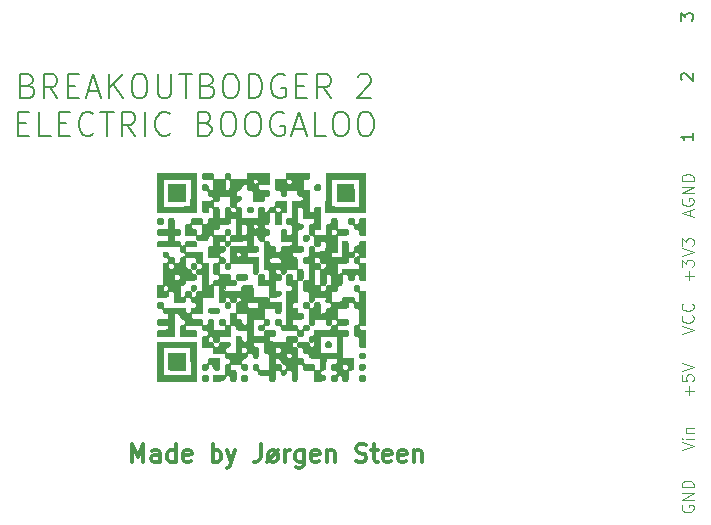
<source format=gbr>
%TF.GenerationSoftware,KiCad,Pcbnew,(5.1.7)-1*%
%TF.CreationDate,2020-10-28T17:30:23+01:00*%
%TF.ProjectId,Atmega_328_breakout,41746d65-6761-45f3-9332-385f62726561,rev?*%
%TF.SameCoordinates,Original*%
%TF.FileFunction,Legend,Bot*%
%TF.FilePolarity,Positive*%
%FSLAX46Y46*%
G04 Gerber Fmt 4.6, Leading zero omitted, Abs format (unit mm)*
G04 Created by KiCad (PCBNEW (5.1.7)-1) date 2020-10-28 17:30:23*
%MOMM*%
%LPD*%
G01*
G04 APERTURE LIST*
%ADD10C,0.150000*%
%ADD11C,0.050000*%
%ADD12C,0.200000*%
%ADD13C,0.300000*%
%ADD14C,0.010000*%
%ADD15C,3.937000*%
%ADD16O,1.524000X2.540000*%
%ADD17O,0.800000X0.800000*%
%ADD18O,1.800000X1.150000*%
%ADD19O,2.000000X1.450000*%
%ADD20O,1.700000X1.700000*%
%ADD21R,1.700000X1.700000*%
%ADD22R,1.800000X4.400000*%
%ADD23O,1.800000X4.000000*%
%ADD24O,4.000000X1.800000*%
%ADD25C,3.000000*%
%ADD26R,3.000000X3.000000*%
%ADD27O,1.300000X2.000000*%
%ADD28R,1.300000X2.000000*%
%ADD29O,1.800000X1.800000*%
%ADD30R,1.800000X1.800000*%
G04 APERTURE END LIST*
D10*
X122763619Y-74281714D02*
X122716000Y-74234095D01*
X122668380Y-74138857D01*
X122668380Y-73900761D01*
X122716000Y-73805523D01*
X122763619Y-73757904D01*
X122858857Y-73710285D01*
X122954095Y-73710285D01*
X123096952Y-73757904D01*
X123668380Y-74329333D01*
X123668380Y-73710285D01*
X122668380Y-69249333D02*
X122668380Y-68630285D01*
X123049333Y-68963619D01*
X123049333Y-68820761D01*
X123096952Y-68725523D01*
X123144571Y-68677904D01*
X123239809Y-68630285D01*
X123477904Y-68630285D01*
X123573142Y-68677904D01*
X123620761Y-68725523D01*
X123668380Y-68820761D01*
X123668380Y-69106476D01*
X123620761Y-69201714D01*
X123573142Y-69249333D01*
X123668380Y-78790285D02*
X123668380Y-79361714D01*
X123668380Y-79076000D02*
X122668380Y-79076000D01*
X122811238Y-79171238D01*
X122906476Y-79266476D01*
X122954095Y-79361714D01*
D11*
X122790000Y-110305595D02*
X122742380Y-110400833D01*
X122742380Y-110543690D01*
X122790000Y-110686547D01*
X122885238Y-110781785D01*
X122980476Y-110829404D01*
X123170952Y-110877023D01*
X123313809Y-110877023D01*
X123504285Y-110829404D01*
X123599523Y-110781785D01*
X123694761Y-110686547D01*
X123742380Y-110543690D01*
X123742380Y-110448452D01*
X123694761Y-110305595D01*
X123647142Y-110257976D01*
X123313809Y-110257976D01*
X123313809Y-110448452D01*
X123742380Y-109829404D02*
X122742380Y-109829404D01*
X123742380Y-109257976D01*
X122742380Y-109257976D01*
X123742380Y-108781785D02*
X122742380Y-108781785D01*
X122742380Y-108543690D01*
X122790000Y-108400833D01*
X122885238Y-108305595D01*
X122980476Y-108257976D01*
X123170952Y-108210357D01*
X123313809Y-108210357D01*
X123504285Y-108257976D01*
X123599523Y-108305595D01*
X123694761Y-108400833D01*
X123742380Y-108543690D01*
X123742380Y-108781785D01*
X122742380Y-105638928D02*
X123742380Y-105305595D01*
X122742380Y-104972261D01*
X123742380Y-104638928D02*
X123075714Y-104638928D01*
X122742380Y-104638928D02*
X122790000Y-104686547D01*
X122837619Y-104638928D01*
X122790000Y-104591309D01*
X122742380Y-104638928D01*
X122837619Y-104638928D01*
X123075714Y-104162738D02*
X123742380Y-104162738D01*
X123170952Y-104162738D02*
X123123333Y-104115119D01*
X123075714Y-104019880D01*
X123075714Y-103877023D01*
X123123333Y-103781785D01*
X123218571Y-103734166D01*
X123742380Y-103734166D01*
X123361428Y-100972261D02*
X123361428Y-100210357D01*
X123742380Y-100591309D02*
X122980476Y-100591309D01*
X122742380Y-99257976D02*
X122742380Y-99734166D01*
X123218571Y-99781785D01*
X123170952Y-99734166D01*
X123123333Y-99638928D01*
X123123333Y-99400833D01*
X123170952Y-99305595D01*
X123218571Y-99257976D01*
X123313809Y-99210357D01*
X123551904Y-99210357D01*
X123647142Y-99257976D01*
X123694761Y-99305595D01*
X123742380Y-99400833D01*
X123742380Y-99638928D01*
X123694761Y-99734166D01*
X123647142Y-99781785D01*
X122742380Y-98924642D02*
X123742380Y-98591309D01*
X122742380Y-98257976D01*
X122742380Y-95781785D02*
X123742380Y-95448452D01*
X122742380Y-95115119D01*
X123647142Y-94210357D02*
X123694761Y-94257976D01*
X123742380Y-94400833D01*
X123742380Y-94496071D01*
X123694761Y-94638928D01*
X123599523Y-94734166D01*
X123504285Y-94781785D01*
X123313809Y-94829404D01*
X123170952Y-94829404D01*
X122980476Y-94781785D01*
X122885238Y-94734166D01*
X122790000Y-94638928D01*
X122742380Y-94496071D01*
X122742380Y-94400833D01*
X122790000Y-94257976D01*
X122837619Y-94210357D01*
X123647142Y-93210357D02*
X123694761Y-93257976D01*
X123742380Y-93400833D01*
X123742380Y-93496071D01*
X123694761Y-93638928D01*
X123599523Y-93734166D01*
X123504285Y-93781785D01*
X123313809Y-93829404D01*
X123170952Y-93829404D01*
X122980476Y-93781785D01*
X122885238Y-93734166D01*
X122790000Y-93638928D01*
X122742380Y-93496071D01*
X122742380Y-93400833D01*
X122790000Y-93257976D01*
X122837619Y-93210357D01*
X123361428Y-91257976D02*
X123361428Y-90496071D01*
X123742380Y-90877023D02*
X122980476Y-90877023D01*
X122742380Y-90115119D02*
X122742380Y-89496071D01*
X123123333Y-89829404D01*
X123123333Y-89686547D01*
X123170952Y-89591309D01*
X123218571Y-89543690D01*
X123313809Y-89496071D01*
X123551904Y-89496071D01*
X123647142Y-89543690D01*
X123694761Y-89591309D01*
X123742380Y-89686547D01*
X123742380Y-89972261D01*
X123694761Y-90067500D01*
X123647142Y-90115119D01*
X122742380Y-89210357D02*
X123742380Y-88877023D01*
X122742380Y-88543690D01*
X122742380Y-88305595D02*
X122742380Y-87686547D01*
X123123333Y-88019880D01*
X123123333Y-87877023D01*
X123170952Y-87781785D01*
X123218571Y-87734166D01*
X123313809Y-87686547D01*
X123551904Y-87686547D01*
X123647142Y-87734166D01*
X123694761Y-87781785D01*
X123742380Y-87877023D01*
X123742380Y-88162738D01*
X123694761Y-88257976D01*
X123647142Y-88305595D01*
X123456666Y-85781785D02*
X123456666Y-85305595D01*
X123742380Y-85877023D02*
X122742380Y-85543690D01*
X123742380Y-85210357D01*
X122790000Y-84353214D02*
X122742380Y-84448452D01*
X122742380Y-84591309D01*
X122790000Y-84734166D01*
X122885238Y-84829404D01*
X122980476Y-84877023D01*
X123170952Y-84924642D01*
X123313809Y-84924642D01*
X123504285Y-84877023D01*
X123599523Y-84829404D01*
X123694761Y-84734166D01*
X123742380Y-84591309D01*
X123742380Y-84496071D01*
X123694761Y-84353214D01*
X123647142Y-84305595D01*
X123313809Y-84305595D01*
X123313809Y-84496071D01*
X123742380Y-83877023D02*
X122742380Y-83877023D01*
X123742380Y-83305595D01*
X122742380Y-83305595D01*
X123742380Y-82829404D02*
X122742380Y-82829404D01*
X122742380Y-82591309D01*
X122790000Y-82448452D01*
X122885238Y-82353214D01*
X122980476Y-82305595D01*
X123170952Y-82257976D01*
X123313809Y-82257976D01*
X123504285Y-82305595D01*
X123599523Y-82353214D01*
X123694761Y-82448452D01*
X123742380Y-82591309D01*
X123742380Y-82829404D01*
D12*
X67407142Y-74757142D02*
X67692857Y-74852380D01*
X67788095Y-74947619D01*
X67883333Y-75138095D01*
X67883333Y-75423809D01*
X67788095Y-75614285D01*
X67692857Y-75709523D01*
X67502380Y-75804761D01*
X66740476Y-75804761D01*
X66740476Y-73804761D01*
X67407142Y-73804761D01*
X67597619Y-73900000D01*
X67692857Y-73995238D01*
X67788095Y-74185714D01*
X67788095Y-74376190D01*
X67692857Y-74566666D01*
X67597619Y-74661904D01*
X67407142Y-74757142D01*
X66740476Y-74757142D01*
X69883333Y-75804761D02*
X69216666Y-74852380D01*
X68740476Y-75804761D02*
X68740476Y-73804761D01*
X69502380Y-73804761D01*
X69692857Y-73900000D01*
X69788095Y-73995238D01*
X69883333Y-74185714D01*
X69883333Y-74471428D01*
X69788095Y-74661904D01*
X69692857Y-74757142D01*
X69502380Y-74852380D01*
X68740476Y-74852380D01*
X70740476Y-74757142D02*
X71407142Y-74757142D01*
X71692857Y-75804761D02*
X70740476Y-75804761D01*
X70740476Y-73804761D01*
X71692857Y-73804761D01*
X72454761Y-75233333D02*
X73407142Y-75233333D01*
X72264285Y-75804761D02*
X72930952Y-73804761D01*
X73597619Y-75804761D01*
X74264285Y-75804761D02*
X74264285Y-73804761D01*
X75407142Y-75804761D02*
X74550000Y-74661904D01*
X75407142Y-73804761D02*
X74264285Y-74947619D01*
X76645238Y-73804761D02*
X77026190Y-73804761D01*
X77216666Y-73900000D01*
X77407142Y-74090476D01*
X77502380Y-74471428D01*
X77502380Y-75138095D01*
X77407142Y-75519047D01*
X77216666Y-75709523D01*
X77026190Y-75804761D01*
X76645238Y-75804761D01*
X76454761Y-75709523D01*
X76264285Y-75519047D01*
X76169047Y-75138095D01*
X76169047Y-74471428D01*
X76264285Y-74090476D01*
X76454761Y-73900000D01*
X76645238Y-73804761D01*
X78359523Y-73804761D02*
X78359523Y-75423809D01*
X78454761Y-75614285D01*
X78550000Y-75709523D01*
X78740476Y-75804761D01*
X79121428Y-75804761D01*
X79311904Y-75709523D01*
X79407142Y-75614285D01*
X79502380Y-75423809D01*
X79502380Y-73804761D01*
X80169047Y-73804761D02*
X81311904Y-73804761D01*
X80740476Y-75804761D02*
X80740476Y-73804761D01*
X82645238Y-74757142D02*
X82930952Y-74852380D01*
X83026190Y-74947619D01*
X83121428Y-75138095D01*
X83121428Y-75423809D01*
X83026190Y-75614285D01*
X82930952Y-75709523D01*
X82740476Y-75804761D01*
X81978571Y-75804761D01*
X81978571Y-73804761D01*
X82645238Y-73804761D01*
X82835714Y-73900000D01*
X82930952Y-73995238D01*
X83026190Y-74185714D01*
X83026190Y-74376190D01*
X82930952Y-74566666D01*
X82835714Y-74661904D01*
X82645238Y-74757142D01*
X81978571Y-74757142D01*
X84359523Y-73804761D02*
X84740476Y-73804761D01*
X84930952Y-73900000D01*
X85121428Y-74090476D01*
X85216666Y-74471428D01*
X85216666Y-75138095D01*
X85121428Y-75519047D01*
X84930952Y-75709523D01*
X84740476Y-75804761D01*
X84359523Y-75804761D01*
X84169047Y-75709523D01*
X83978571Y-75519047D01*
X83883333Y-75138095D01*
X83883333Y-74471428D01*
X83978571Y-74090476D01*
X84169047Y-73900000D01*
X84359523Y-73804761D01*
X86073809Y-75804761D02*
X86073809Y-73804761D01*
X86550000Y-73804761D01*
X86835714Y-73900000D01*
X87026190Y-74090476D01*
X87121428Y-74280952D01*
X87216666Y-74661904D01*
X87216666Y-74947619D01*
X87121428Y-75328571D01*
X87026190Y-75519047D01*
X86835714Y-75709523D01*
X86550000Y-75804761D01*
X86073809Y-75804761D01*
X89121428Y-73900000D02*
X88930952Y-73804761D01*
X88645238Y-73804761D01*
X88359523Y-73900000D01*
X88169047Y-74090476D01*
X88073809Y-74280952D01*
X87978571Y-74661904D01*
X87978571Y-74947619D01*
X88073809Y-75328571D01*
X88169047Y-75519047D01*
X88359523Y-75709523D01*
X88645238Y-75804761D01*
X88835714Y-75804761D01*
X89121428Y-75709523D01*
X89216666Y-75614285D01*
X89216666Y-74947619D01*
X88835714Y-74947619D01*
X90073809Y-74757142D02*
X90740476Y-74757142D01*
X91026190Y-75804761D02*
X90073809Y-75804761D01*
X90073809Y-73804761D01*
X91026190Y-73804761D01*
X93026190Y-75804761D02*
X92359523Y-74852380D01*
X91883333Y-75804761D02*
X91883333Y-73804761D01*
X92645238Y-73804761D01*
X92835714Y-73900000D01*
X92930952Y-73995238D01*
X93026190Y-74185714D01*
X93026190Y-74471428D01*
X92930952Y-74661904D01*
X92835714Y-74757142D01*
X92645238Y-74852380D01*
X91883333Y-74852380D01*
X95311904Y-73995238D02*
X95407142Y-73900000D01*
X95597619Y-73804761D01*
X96073809Y-73804761D01*
X96264285Y-73900000D01*
X96359523Y-73995238D01*
X96454761Y-74185714D01*
X96454761Y-74376190D01*
X96359523Y-74661904D01*
X95216666Y-75804761D01*
X96454761Y-75804761D01*
X66550000Y-77957142D02*
X67216666Y-77957142D01*
X67502380Y-79004761D02*
X66550000Y-79004761D01*
X66550000Y-77004761D01*
X67502380Y-77004761D01*
X69311904Y-79004761D02*
X68359523Y-79004761D01*
X68359523Y-77004761D01*
X69978571Y-77957142D02*
X70645238Y-77957142D01*
X70930952Y-79004761D02*
X69978571Y-79004761D01*
X69978571Y-77004761D01*
X70930952Y-77004761D01*
X72930952Y-78814285D02*
X72835714Y-78909523D01*
X72550000Y-79004761D01*
X72359523Y-79004761D01*
X72073809Y-78909523D01*
X71883333Y-78719047D01*
X71788095Y-78528571D01*
X71692857Y-78147619D01*
X71692857Y-77861904D01*
X71788095Y-77480952D01*
X71883333Y-77290476D01*
X72073809Y-77100000D01*
X72359523Y-77004761D01*
X72550000Y-77004761D01*
X72835714Y-77100000D01*
X72930952Y-77195238D01*
X73502380Y-77004761D02*
X74645238Y-77004761D01*
X74073809Y-79004761D02*
X74073809Y-77004761D01*
X76454761Y-79004761D02*
X75788095Y-78052380D01*
X75311904Y-79004761D02*
X75311904Y-77004761D01*
X76073809Y-77004761D01*
X76264285Y-77100000D01*
X76359523Y-77195238D01*
X76454761Y-77385714D01*
X76454761Y-77671428D01*
X76359523Y-77861904D01*
X76264285Y-77957142D01*
X76073809Y-78052380D01*
X75311904Y-78052380D01*
X77311904Y-79004761D02*
X77311904Y-77004761D01*
X79407142Y-78814285D02*
X79311904Y-78909523D01*
X79026190Y-79004761D01*
X78835714Y-79004761D01*
X78550000Y-78909523D01*
X78359523Y-78719047D01*
X78264285Y-78528571D01*
X78169047Y-78147619D01*
X78169047Y-77861904D01*
X78264285Y-77480952D01*
X78359523Y-77290476D01*
X78550000Y-77100000D01*
X78835714Y-77004761D01*
X79026190Y-77004761D01*
X79311904Y-77100000D01*
X79407142Y-77195238D01*
X82454761Y-77957142D02*
X82740476Y-78052380D01*
X82835714Y-78147619D01*
X82930952Y-78338095D01*
X82930952Y-78623809D01*
X82835714Y-78814285D01*
X82740476Y-78909523D01*
X82550000Y-79004761D01*
X81788095Y-79004761D01*
X81788095Y-77004761D01*
X82454761Y-77004761D01*
X82645238Y-77100000D01*
X82740476Y-77195238D01*
X82835714Y-77385714D01*
X82835714Y-77576190D01*
X82740476Y-77766666D01*
X82645238Y-77861904D01*
X82454761Y-77957142D01*
X81788095Y-77957142D01*
X84169047Y-77004761D02*
X84550000Y-77004761D01*
X84740476Y-77100000D01*
X84930952Y-77290476D01*
X85026190Y-77671428D01*
X85026190Y-78338095D01*
X84930952Y-78719047D01*
X84740476Y-78909523D01*
X84550000Y-79004761D01*
X84169047Y-79004761D01*
X83978571Y-78909523D01*
X83788095Y-78719047D01*
X83692857Y-78338095D01*
X83692857Y-77671428D01*
X83788095Y-77290476D01*
X83978571Y-77100000D01*
X84169047Y-77004761D01*
X86264285Y-77004761D02*
X86645238Y-77004761D01*
X86835714Y-77100000D01*
X87026190Y-77290476D01*
X87121428Y-77671428D01*
X87121428Y-78338095D01*
X87026190Y-78719047D01*
X86835714Y-78909523D01*
X86645238Y-79004761D01*
X86264285Y-79004761D01*
X86073809Y-78909523D01*
X85883333Y-78719047D01*
X85788095Y-78338095D01*
X85788095Y-77671428D01*
X85883333Y-77290476D01*
X86073809Y-77100000D01*
X86264285Y-77004761D01*
X89026190Y-77100000D02*
X88835714Y-77004761D01*
X88550000Y-77004761D01*
X88264285Y-77100000D01*
X88073809Y-77290476D01*
X87978571Y-77480952D01*
X87883333Y-77861904D01*
X87883333Y-78147619D01*
X87978571Y-78528571D01*
X88073809Y-78719047D01*
X88264285Y-78909523D01*
X88550000Y-79004761D01*
X88740476Y-79004761D01*
X89026190Y-78909523D01*
X89121428Y-78814285D01*
X89121428Y-78147619D01*
X88740476Y-78147619D01*
X89883333Y-78433333D02*
X90835714Y-78433333D01*
X89692857Y-79004761D02*
X90359523Y-77004761D01*
X91026190Y-79004761D01*
X92645238Y-79004761D02*
X91692857Y-79004761D01*
X91692857Y-77004761D01*
X93692857Y-77004761D02*
X94073809Y-77004761D01*
X94264285Y-77100000D01*
X94454761Y-77290476D01*
X94549999Y-77671428D01*
X94549999Y-78338095D01*
X94454761Y-78719047D01*
X94264285Y-78909523D01*
X94073809Y-79004761D01*
X93692857Y-79004761D01*
X93502380Y-78909523D01*
X93311904Y-78719047D01*
X93216666Y-78338095D01*
X93216666Y-77671428D01*
X93311904Y-77290476D01*
X93502380Y-77100000D01*
X93692857Y-77004761D01*
X95788095Y-77004761D02*
X96169047Y-77004761D01*
X96359523Y-77100000D01*
X96549999Y-77290476D01*
X96645238Y-77671428D01*
X96645238Y-78338095D01*
X96549999Y-78719047D01*
X96359523Y-78909523D01*
X96169047Y-79004761D01*
X95788095Y-79004761D01*
X95597619Y-78909523D01*
X95407142Y-78719047D01*
X95311904Y-78338095D01*
X95311904Y-77671428D01*
X95407142Y-77290476D01*
X95597619Y-77100000D01*
X95788095Y-77004761D01*
D13*
X76164285Y-106628571D02*
X76164285Y-105128571D01*
X76664285Y-106200000D01*
X77164285Y-105128571D01*
X77164285Y-106628571D01*
X78521428Y-106628571D02*
X78521428Y-105842857D01*
X78450000Y-105700000D01*
X78307142Y-105628571D01*
X78021428Y-105628571D01*
X77878571Y-105700000D01*
X78521428Y-106557142D02*
X78378571Y-106628571D01*
X78021428Y-106628571D01*
X77878571Y-106557142D01*
X77807142Y-106414285D01*
X77807142Y-106271428D01*
X77878571Y-106128571D01*
X78021428Y-106057142D01*
X78378571Y-106057142D01*
X78521428Y-105985714D01*
X79878571Y-106628571D02*
X79878571Y-105128571D01*
X79878571Y-106557142D02*
X79735714Y-106628571D01*
X79450000Y-106628571D01*
X79307142Y-106557142D01*
X79235714Y-106485714D01*
X79164285Y-106342857D01*
X79164285Y-105914285D01*
X79235714Y-105771428D01*
X79307142Y-105700000D01*
X79450000Y-105628571D01*
X79735714Y-105628571D01*
X79878571Y-105700000D01*
X81164285Y-106557142D02*
X81021428Y-106628571D01*
X80735714Y-106628571D01*
X80592857Y-106557142D01*
X80521428Y-106414285D01*
X80521428Y-105842857D01*
X80592857Y-105700000D01*
X80735714Y-105628571D01*
X81021428Y-105628571D01*
X81164285Y-105700000D01*
X81235714Y-105842857D01*
X81235714Y-105985714D01*
X80521428Y-106128571D01*
X83021428Y-106628571D02*
X83021428Y-105128571D01*
X83021428Y-105700000D02*
X83164285Y-105628571D01*
X83450000Y-105628571D01*
X83592857Y-105700000D01*
X83664285Y-105771428D01*
X83735714Y-105914285D01*
X83735714Y-106342857D01*
X83664285Y-106485714D01*
X83592857Y-106557142D01*
X83450000Y-106628571D01*
X83164285Y-106628571D01*
X83021428Y-106557142D01*
X84235714Y-105628571D02*
X84592857Y-106628571D01*
X84950000Y-105628571D02*
X84592857Y-106628571D01*
X84450000Y-106985714D01*
X84378571Y-107057142D01*
X84235714Y-107128571D01*
X87092857Y-105128571D02*
X87092857Y-106200000D01*
X87021428Y-106414285D01*
X86878571Y-106557142D01*
X86664285Y-106628571D01*
X86521428Y-106628571D01*
X88592857Y-105628571D02*
X87664285Y-106628571D01*
X88021428Y-106628571D02*
X87878571Y-106557142D01*
X87807142Y-106485714D01*
X87735714Y-106342857D01*
X87735714Y-105914285D01*
X87807142Y-105771428D01*
X87878571Y-105700000D01*
X88021428Y-105628571D01*
X88235714Y-105628571D01*
X88378571Y-105700000D01*
X88450000Y-105771428D01*
X88521428Y-105914285D01*
X88521428Y-106342857D01*
X88450000Y-106485714D01*
X88378571Y-106557142D01*
X88235714Y-106628571D01*
X88021428Y-106628571D01*
X89164285Y-106628571D02*
X89164285Y-105628571D01*
X89164285Y-105914285D02*
X89235714Y-105771428D01*
X89307142Y-105700000D01*
X89450000Y-105628571D01*
X89592857Y-105628571D01*
X90735714Y-105628571D02*
X90735714Y-106842857D01*
X90664285Y-106985714D01*
X90592857Y-107057142D01*
X90450000Y-107128571D01*
X90235714Y-107128571D01*
X90092857Y-107057142D01*
X90735714Y-106557142D02*
X90592857Y-106628571D01*
X90307142Y-106628571D01*
X90164285Y-106557142D01*
X90092857Y-106485714D01*
X90021428Y-106342857D01*
X90021428Y-105914285D01*
X90092857Y-105771428D01*
X90164285Y-105700000D01*
X90307142Y-105628571D01*
X90592857Y-105628571D01*
X90735714Y-105700000D01*
X92021428Y-106557142D02*
X91878571Y-106628571D01*
X91592857Y-106628571D01*
X91449999Y-106557142D01*
X91378571Y-106414285D01*
X91378571Y-105842857D01*
X91449999Y-105700000D01*
X91592857Y-105628571D01*
X91878571Y-105628571D01*
X92021428Y-105700000D01*
X92092857Y-105842857D01*
X92092857Y-105985714D01*
X91378571Y-106128571D01*
X92735714Y-105628571D02*
X92735714Y-106628571D01*
X92735714Y-105771428D02*
X92807142Y-105700000D01*
X92950000Y-105628571D01*
X93164285Y-105628571D01*
X93307142Y-105700000D01*
X93378571Y-105842857D01*
X93378571Y-106628571D01*
X95164285Y-106557142D02*
X95378571Y-106628571D01*
X95735714Y-106628571D01*
X95878571Y-106557142D01*
X95949999Y-106485714D01*
X96021428Y-106342857D01*
X96021428Y-106200000D01*
X95949999Y-106057142D01*
X95878571Y-105985714D01*
X95735714Y-105914285D01*
X95449999Y-105842857D01*
X95307142Y-105771428D01*
X95235714Y-105700000D01*
X95164285Y-105557142D01*
X95164285Y-105414285D01*
X95235714Y-105271428D01*
X95307142Y-105200000D01*
X95449999Y-105128571D01*
X95807142Y-105128571D01*
X96021428Y-105200000D01*
X96449999Y-105628571D02*
X97021428Y-105628571D01*
X96664285Y-105128571D02*
X96664285Y-106414285D01*
X96735714Y-106557142D01*
X96878571Y-106628571D01*
X97021428Y-106628571D01*
X98092857Y-106557142D02*
X97950000Y-106628571D01*
X97664285Y-106628571D01*
X97521428Y-106557142D01*
X97450000Y-106414285D01*
X97450000Y-105842857D01*
X97521428Y-105700000D01*
X97664285Y-105628571D01*
X97950000Y-105628571D01*
X98092857Y-105700000D01*
X98164285Y-105842857D01*
X98164285Y-105985714D01*
X97450000Y-106128571D01*
X99378571Y-106557142D02*
X99235714Y-106628571D01*
X98950000Y-106628571D01*
X98807142Y-106557142D01*
X98735714Y-106414285D01*
X98735714Y-105842857D01*
X98807142Y-105700000D01*
X98950000Y-105628571D01*
X99235714Y-105628571D01*
X99378571Y-105700000D01*
X99450000Y-105842857D01*
X99450000Y-105985714D01*
X98735714Y-106128571D01*
X100092857Y-105628571D02*
X100092857Y-106628571D01*
X100092857Y-105771428D02*
X100164285Y-105700000D01*
X100307142Y-105628571D01*
X100521428Y-105628571D01*
X100664285Y-105700000D01*
X100735714Y-105842857D01*
X100735714Y-106628571D01*
D14*
%TO.C,LOGO1*%
G36*
X94931667Y-83122334D02*
G01*
X94956258Y-83820834D01*
X94980848Y-84519334D01*
X93534667Y-84519334D01*
X93534667Y-83073152D01*
X94931667Y-83122334D01*
G37*
X94931667Y-83122334D02*
X94956258Y-83820834D01*
X94980848Y-84519334D01*
X93534667Y-84519334D01*
X93534667Y-83073152D01*
X94931667Y-83122334D01*
G36*
X80665334Y-84519334D02*
G01*
X79219152Y-84519334D01*
X79268334Y-83122334D01*
X80665334Y-83073152D01*
X80665334Y-84519334D01*
G37*
X80665334Y-84519334D02*
X79219152Y-84519334D01*
X79268334Y-83122334D01*
X80665334Y-83073152D01*
X80665334Y-84519334D01*
G36*
X81536272Y-89796004D02*
G01*
X81591612Y-89912212D01*
X81596667Y-90022667D01*
X81573886Y-90204194D01*
X81477046Y-90270601D01*
X81385000Y-90276667D01*
X81233728Y-90249329D01*
X81178388Y-90133121D01*
X81173334Y-90022667D01*
X81196115Y-89841140D01*
X81292955Y-89774733D01*
X81385000Y-89768667D01*
X81536272Y-89796004D01*
G37*
X81536272Y-89796004D02*
X81591612Y-89912212D01*
X81596667Y-90022667D01*
X81573886Y-90204194D01*
X81477046Y-90270601D01*
X81385000Y-90276667D01*
X81233728Y-90249329D01*
X81178388Y-90133121D01*
X81173334Y-90022667D01*
X81196115Y-89841140D01*
X81292955Y-89774733D01*
X81385000Y-89768667D01*
X81536272Y-89796004D01*
G36*
X81567416Y-91655612D02*
G01*
X81634148Y-91757372D01*
X81617009Y-91929657D01*
X81535050Y-92096404D01*
X81375130Y-92139334D01*
X81230394Y-92109862D01*
X81177667Y-91988005D01*
X81173334Y-91885334D01*
X81197056Y-91702824D01*
X81293936Y-91636492D01*
X81370889Y-91631334D01*
X81567416Y-91655612D01*
G37*
X81567416Y-91655612D02*
X81634148Y-91757372D01*
X81617009Y-91929657D01*
X81535050Y-92096404D01*
X81375130Y-92139334D01*
X81230394Y-92109862D01*
X81177667Y-91988005D01*
X81173334Y-91885334D01*
X81197056Y-91702824D01*
X81293936Y-91636492D01*
X81370889Y-91631334D01*
X81567416Y-91655612D01*
G36*
X92965108Y-96437899D02*
G01*
X93022292Y-96548170D01*
X93026667Y-96645038D01*
X93000670Y-96816766D01*
X92886943Y-96876241D01*
X92791038Y-96880667D01*
X92620744Y-96855953D01*
X92565787Y-96747908D01*
X92565291Y-96654920D01*
X92606573Y-96484074D01*
X92744688Y-96423484D01*
X92800920Y-96419291D01*
X92965108Y-96437899D01*
G37*
X92965108Y-96437899D02*
X93022292Y-96548170D01*
X93026667Y-96645038D01*
X93000670Y-96816766D01*
X92886943Y-96876241D01*
X92791038Y-96880667D01*
X92620744Y-96855953D01*
X92565787Y-96747908D01*
X92565291Y-96654920D01*
X92606573Y-96484074D01*
X92744688Y-96423484D01*
X92800920Y-96419291D01*
X92965108Y-96437899D01*
G36*
X84414939Y-93098004D02*
G01*
X84470279Y-93214212D01*
X84475334Y-93324667D01*
X84452552Y-93506194D01*
X84355712Y-93572601D01*
X84263667Y-93578667D01*
X84112395Y-93551329D01*
X84057055Y-93435121D01*
X84052000Y-93324667D01*
X84074781Y-93143140D01*
X84171621Y-93076733D01*
X84263667Y-93070667D01*
X84414939Y-93098004D01*
G37*
X84414939Y-93098004D02*
X84470279Y-93214212D01*
X84475334Y-93324667D01*
X84452552Y-93506194D01*
X84355712Y-93572601D01*
X84263667Y-93578667D01*
X84112395Y-93551329D01*
X84057055Y-93435121D01*
X84052000Y-93324667D01*
X84074781Y-93143140D01*
X84171621Y-93076733D01*
X84263667Y-93070667D01*
X84414939Y-93098004D01*
G36*
X83345031Y-93584161D02*
G01*
X83483897Y-93613202D01*
X83536371Y-93684623D01*
X83544000Y-93790334D01*
X83531912Y-93911559D01*
X83468024Y-93974681D01*
X83310896Y-93998532D01*
X83078334Y-94002000D01*
X82811636Y-93996506D01*
X82672770Y-93967465D01*
X82620296Y-93896044D01*
X82612667Y-93790334D01*
X82624755Y-93669108D01*
X82688643Y-93605986D01*
X82845771Y-93582135D01*
X83078334Y-93578667D01*
X83345031Y-93584161D01*
G37*
X83345031Y-93584161D02*
X83483897Y-93613202D01*
X83536371Y-93684623D01*
X83544000Y-93790334D01*
X83531912Y-93911559D01*
X83468024Y-93974681D01*
X83310896Y-93998532D01*
X83078334Y-94002000D01*
X82811636Y-93996506D01*
X82672770Y-93967465D01*
X82620296Y-93896044D01*
X82612667Y-93790334D01*
X82624755Y-93669108D01*
X82688643Y-93605986D01*
X82845771Y-93582135D01*
X83078334Y-93578667D01*
X83345031Y-93584161D01*
G36*
X83977908Y-94530979D02*
G01*
X84044219Y-94629940D01*
X84052000Y-94764000D01*
X84031021Y-94943908D01*
X83932060Y-95010219D01*
X83798000Y-95018000D01*
X83618092Y-94997021D01*
X83551782Y-94898060D01*
X83544000Y-94764000D01*
X83564979Y-94584092D01*
X83663940Y-94517782D01*
X83798000Y-94510000D01*
X83977908Y-94530979D01*
G37*
X83977908Y-94530979D02*
X84044219Y-94629940D01*
X84052000Y-94764000D01*
X84031021Y-94943908D01*
X83932060Y-95010219D01*
X83798000Y-95018000D01*
X83618092Y-94997021D01*
X83551782Y-94898060D01*
X83544000Y-94764000D01*
X83564979Y-94584092D01*
X83663940Y-94517782D01*
X83798000Y-94510000D01*
X83977908Y-94530979D01*
G36*
X84414939Y-86917338D02*
G01*
X84470279Y-87033546D01*
X84475334Y-87144000D01*
X84452552Y-87325527D01*
X84355712Y-87391934D01*
X84263667Y-87398000D01*
X84112395Y-87370663D01*
X84057055Y-87254455D01*
X84052000Y-87144000D01*
X84074781Y-86962473D01*
X84171621Y-86896066D01*
X84263667Y-86890000D01*
X84414939Y-86917338D01*
G37*
X84414939Y-86917338D02*
X84470279Y-87033546D01*
X84475334Y-87144000D01*
X84452552Y-87325527D01*
X84355712Y-87391934D01*
X84263667Y-87398000D01*
X84112395Y-87370663D01*
X84057055Y-87254455D01*
X84052000Y-87144000D01*
X84074781Y-86962473D01*
X84171621Y-86896066D01*
X84263667Y-86890000D01*
X84414939Y-86917338D01*
G36*
X91095373Y-87415406D02*
G01*
X91154395Y-87499318D01*
X91148457Y-87630834D01*
X91087818Y-87812175D01*
X90927658Y-87885134D01*
X90888834Y-87890457D01*
X90725836Y-87889803D01*
X90664246Y-87803323D01*
X90656000Y-87657624D01*
X90675681Y-87475213D01*
X90770668Y-87406860D01*
X90915624Y-87398000D01*
X91095373Y-87415406D01*
G37*
X91095373Y-87415406D02*
X91154395Y-87499318D01*
X91148457Y-87630834D01*
X91087818Y-87812175D01*
X90927658Y-87885134D01*
X90888834Y-87890457D01*
X90725836Y-87889803D01*
X90664246Y-87803323D01*
X90656000Y-87657624D01*
X90675681Y-87475213D01*
X90770668Y-87406860D01*
X90915624Y-87398000D01*
X91095373Y-87415406D01*
G36*
X84424789Y-87940970D02*
G01*
X84474440Y-88078660D01*
X84475334Y-88117667D01*
X84440364Y-88278789D01*
X84302674Y-88328440D01*
X84263667Y-88329334D01*
X84102545Y-88294364D01*
X84052894Y-88156674D01*
X84052000Y-88117667D01*
X84086970Y-87956545D01*
X84224660Y-87906894D01*
X84263667Y-87906000D01*
X84424789Y-87940970D01*
G37*
X84424789Y-87940970D02*
X84474440Y-88078660D01*
X84475334Y-88117667D01*
X84440364Y-88278789D01*
X84302674Y-88328440D01*
X84263667Y-88329334D01*
X84102545Y-88294364D01*
X84052894Y-88156674D01*
X84052000Y-88117667D01*
X84086970Y-87956545D01*
X84224660Y-87906894D01*
X84263667Y-87906000D01*
X84424789Y-87940970D01*
G36*
X84414939Y-89796004D02*
G01*
X84470279Y-89912212D01*
X84475334Y-90022667D01*
X84452552Y-90204194D01*
X84355712Y-90270601D01*
X84263667Y-90276667D01*
X84112395Y-90249329D01*
X84057055Y-90133121D01*
X84052000Y-90022667D01*
X84074781Y-89841140D01*
X84171621Y-89774733D01*
X84263667Y-89768667D01*
X84414939Y-89796004D01*
G37*
X84414939Y-89796004D02*
X84470279Y-89912212D01*
X84475334Y-90022667D01*
X84452552Y-90204194D01*
X84355712Y-90270601D01*
X84263667Y-90276667D01*
X84112395Y-90249329D01*
X84057055Y-90133121D01*
X84052000Y-90022667D01*
X84074781Y-89841140D01*
X84171621Y-89774733D01*
X84263667Y-89768667D01*
X84414939Y-89796004D01*
G36*
X85715214Y-90704265D02*
G01*
X85853777Y-90732217D01*
X85906368Y-90806589D01*
X85914666Y-90950116D01*
X85914667Y-90954000D01*
X85906847Y-91099208D01*
X85855603Y-91174788D01*
X85719254Y-91203473D01*
X85456121Y-91208000D01*
X85449000Y-91208000D01*
X85182786Y-91203735D01*
X85044223Y-91175784D01*
X84991632Y-91101411D01*
X84983334Y-90957884D01*
X84983334Y-90954000D01*
X84991153Y-90808793D01*
X85042397Y-90733213D01*
X85178746Y-90704527D01*
X85441879Y-90700000D01*
X85449000Y-90700000D01*
X85715214Y-90704265D01*
G37*
X85715214Y-90704265D02*
X85853777Y-90732217D01*
X85906368Y-90806589D01*
X85914666Y-90950116D01*
X85914667Y-90954000D01*
X85906847Y-91099208D01*
X85855603Y-91174788D01*
X85719254Y-91203473D01*
X85456121Y-91208000D01*
X85449000Y-91208000D01*
X85182786Y-91203735D01*
X85044223Y-91175784D01*
X84991632Y-91101411D01*
X84983334Y-90957884D01*
X84983334Y-90954000D01*
X84991153Y-90808793D01*
X85042397Y-90733213D01*
X85178746Y-90704527D01*
X85441879Y-90700000D01*
X85449000Y-90700000D01*
X85715214Y-90704265D01*
G36*
X91089908Y-93091646D02*
G01*
X91156219Y-93190607D01*
X91164000Y-93324667D01*
X91143021Y-93504575D01*
X91044060Y-93570885D01*
X90910000Y-93578667D01*
X90730092Y-93557688D01*
X90663782Y-93458727D01*
X90656000Y-93324667D01*
X90676979Y-93144759D01*
X90775940Y-93078448D01*
X90910000Y-93070667D01*
X91089908Y-93091646D01*
G37*
X91089908Y-93091646D02*
X91156219Y-93190607D01*
X91164000Y-93324667D01*
X91143021Y-93504575D01*
X91044060Y-93570885D01*
X90910000Y-93578667D01*
X90730092Y-93557688D01*
X90663782Y-93458727D01*
X90656000Y-93324667D01*
X90676979Y-93144759D01*
X90775940Y-93078448D01*
X90910000Y-93070667D01*
X91089908Y-93091646D01*
G36*
X87716939Y-94537338D02*
G01*
X87772279Y-94653546D01*
X87777334Y-94764000D01*
X87754552Y-94945527D01*
X87657712Y-95011934D01*
X87565667Y-95018000D01*
X87404545Y-95052970D01*
X87354894Y-95190660D01*
X87354000Y-95229667D01*
X87326663Y-95380939D01*
X87210455Y-95436279D01*
X87100000Y-95441334D01*
X86918473Y-95418552D01*
X86852066Y-95321712D01*
X86846000Y-95229667D01*
X86873338Y-95078395D01*
X86989546Y-95023055D01*
X87100000Y-95018000D01*
X87279908Y-94997021D01*
X87346219Y-94898060D01*
X87354000Y-94764000D01*
X87376781Y-94582473D01*
X87473621Y-94516066D01*
X87565667Y-94510000D01*
X87716939Y-94537338D01*
G37*
X87716939Y-94537338D02*
X87772279Y-94653546D01*
X87777334Y-94764000D01*
X87754552Y-94945527D01*
X87657712Y-95011934D01*
X87565667Y-95018000D01*
X87404545Y-95052970D01*
X87354894Y-95190660D01*
X87354000Y-95229667D01*
X87326663Y-95380939D01*
X87210455Y-95436279D01*
X87100000Y-95441334D01*
X86918473Y-95418552D01*
X86852066Y-95321712D01*
X86846000Y-95229667D01*
X86873338Y-95078395D01*
X86989546Y-95023055D01*
X87100000Y-95018000D01*
X87279908Y-94997021D01*
X87346219Y-94898060D01*
X87354000Y-94764000D01*
X87376781Y-94582473D01*
X87473621Y-94516066D01*
X87565667Y-94510000D01*
X87716939Y-94537338D01*
G36*
X90547208Y-90284486D02*
G01*
X90622788Y-90335731D01*
X90651473Y-90472080D01*
X90656000Y-90735212D01*
X90656000Y-90742334D01*
X90651735Y-91008548D01*
X90623784Y-91147110D01*
X90549411Y-91199701D01*
X90405884Y-91208000D01*
X90148000Y-91208000D01*
X90148000Y-93070667D01*
X89936334Y-93070667D01*
X89785061Y-93098004D01*
X89729722Y-93214212D01*
X89724667Y-93324667D01*
X89746035Y-93504889D01*
X89844159Y-93571245D01*
X89966926Y-93578667D01*
X90136411Y-93597852D01*
X90182140Y-93686183D01*
X90168722Y-93790334D01*
X90160374Y-93937551D01*
X90243556Y-93994076D01*
X90392130Y-94002000D01*
X90576628Y-94021044D01*
X90646562Y-94112491D01*
X90656000Y-94256000D01*
X90648181Y-94401208D01*
X90596936Y-94476788D01*
X90460587Y-94505473D01*
X90197455Y-94510000D01*
X90190334Y-94510000D01*
X89924119Y-94514265D01*
X89785557Y-94542217D01*
X89732966Y-94616589D01*
X89724667Y-94760116D01*
X89724667Y-94764000D01*
X89747448Y-94945527D01*
X89844288Y-95011934D01*
X89936334Y-95018000D01*
X90097455Y-95052970D01*
X90147106Y-95190660D01*
X90148000Y-95229667D01*
X90175338Y-95380939D01*
X90291546Y-95436279D01*
X90402000Y-95441334D01*
X90583527Y-95418552D01*
X90649934Y-95321712D01*
X90656000Y-95229667D01*
X90683338Y-95078395D01*
X90799546Y-95023055D01*
X90910000Y-95018000D01*
X91091527Y-95040781D01*
X91157934Y-95137621D01*
X91164000Y-95229667D01*
X91136663Y-95380939D01*
X91020455Y-95436279D01*
X90910000Y-95441334D01*
X90730092Y-95462313D01*
X90663782Y-95561273D01*
X90656000Y-95695334D01*
X90635021Y-95875242D01*
X90536060Y-95941552D01*
X90402000Y-95949334D01*
X90222092Y-95928354D01*
X90155782Y-95829394D01*
X90148000Y-95695334D01*
X90148000Y-95441334D01*
X89470667Y-95441334D01*
X89134737Y-95439078D01*
X88933590Y-95425113D01*
X88832675Y-95388643D01*
X88797443Y-95318871D01*
X88793334Y-95229667D01*
X88765996Y-95078395D01*
X88649788Y-95023055D01*
X88539334Y-95018000D01*
X88359425Y-94997021D01*
X88293115Y-94898060D01*
X88285334Y-94764000D01*
X88306313Y-94584092D01*
X88405273Y-94517782D01*
X88539334Y-94510000D01*
X88719242Y-94530979D01*
X88785552Y-94629940D01*
X88793334Y-94764000D01*
X88816115Y-94945527D01*
X88912955Y-95011934D01*
X89005000Y-95018000D01*
X89216667Y-95018000D01*
X89216667Y-92139334D01*
X89470667Y-92139334D01*
X89650575Y-92118354D01*
X89716885Y-92019394D01*
X89724667Y-91885334D01*
X89703688Y-91705425D01*
X89604727Y-91639115D01*
X89470667Y-91631334D01*
X89325459Y-91623514D01*
X89249879Y-91572270D01*
X89221194Y-91435921D01*
X89216667Y-91172788D01*
X89216667Y-91165667D01*
X89220932Y-90899453D01*
X89248883Y-90760890D01*
X89323256Y-90708299D01*
X89466783Y-90700001D01*
X89470667Y-90700000D01*
X89650575Y-90720979D01*
X89716885Y-90819940D01*
X89724667Y-90954000D01*
X89747448Y-91135527D01*
X89844288Y-91201934D01*
X89936334Y-91208000D01*
X90057559Y-91195912D01*
X90120681Y-91132024D01*
X90144532Y-90974896D01*
X90148000Y-90742334D01*
X90152265Y-90476119D01*
X90180217Y-90337557D01*
X90254589Y-90284966D01*
X90398116Y-90276667D01*
X90402000Y-90276667D01*
X90547208Y-90284486D01*
G37*
X90547208Y-90284486D02*
X90622788Y-90335731D01*
X90651473Y-90472080D01*
X90656000Y-90735212D01*
X90656000Y-90742334D01*
X90651735Y-91008548D01*
X90623784Y-91147110D01*
X90549411Y-91199701D01*
X90405884Y-91208000D01*
X90148000Y-91208000D01*
X90148000Y-93070667D01*
X89936334Y-93070667D01*
X89785061Y-93098004D01*
X89729722Y-93214212D01*
X89724667Y-93324667D01*
X89746035Y-93504889D01*
X89844159Y-93571245D01*
X89966926Y-93578667D01*
X90136411Y-93597852D01*
X90182140Y-93686183D01*
X90168722Y-93790334D01*
X90160374Y-93937551D01*
X90243556Y-93994076D01*
X90392130Y-94002000D01*
X90576628Y-94021044D01*
X90646562Y-94112491D01*
X90656000Y-94256000D01*
X90648181Y-94401208D01*
X90596936Y-94476788D01*
X90460587Y-94505473D01*
X90197455Y-94510000D01*
X90190334Y-94510000D01*
X89924119Y-94514265D01*
X89785557Y-94542217D01*
X89732966Y-94616589D01*
X89724667Y-94760116D01*
X89724667Y-94764000D01*
X89747448Y-94945527D01*
X89844288Y-95011934D01*
X89936334Y-95018000D01*
X90097455Y-95052970D01*
X90147106Y-95190660D01*
X90148000Y-95229667D01*
X90175338Y-95380939D01*
X90291546Y-95436279D01*
X90402000Y-95441334D01*
X90583527Y-95418552D01*
X90649934Y-95321712D01*
X90656000Y-95229667D01*
X90683338Y-95078395D01*
X90799546Y-95023055D01*
X90910000Y-95018000D01*
X91091527Y-95040781D01*
X91157934Y-95137621D01*
X91164000Y-95229667D01*
X91136663Y-95380939D01*
X91020455Y-95436279D01*
X90910000Y-95441334D01*
X90730092Y-95462313D01*
X90663782Y-95561273D01*
X90656000Y-95695334D01*
X90635021Y-95875242D01*
X90536060Y-95941552D01*
X90402000Y-95949334D01*
X90222092Y-95928354D01*
X90155782Y-95829394D01*
X90148000Y-95695334D01*
X90148000Y-95441334D01*
X89470667Y-95441334D01*
X89134737Y-95439078D01*
X88933590Y-95425113D01*
X88832675Y-95388643D01*
X88797443Y-95318871D01*
X88793334Y-95229667D01*
X88765996Y-95078395D01*
X88649788Y-95023055D01*
X88539334Y-95018000D01*
X88359425Y-94997021D01*
X88293115Y-94898060D01*
X88285334Y-94764000D01*
X88306313Y-94584092D01*
X88405273Y-94517782D01*
X88539334Y-94510000D01*
X88719242Y-94530979D01*
X88785552Y-94629940D01*
X88793334Y-94764000D01*
X88816115Y-94945527D01*
X88912955Y-95011934D01*
X89005000Y-95018000D01*
X89216667Y-95018000D01*
X89216667Y-92139334D01*
X89470667Y-92139334D01*
X89650575Y-92118354D01*
X89716885Y-92019394D01*
X89724667Y-91885334D01*
X89703688Y-91705425D01*
X89604727Y-91639115D01*
X89470667Y-91631334D01*
X89325459Y-91623514D01*
X89249879Y-91572270D01*
X89221194Y-91435921D01*
X89216667Y-91172788D01*
X89216667Y-91165667D01*
X89220932Y-90899453D01*
X89248883Y-90760890D01*
X89323256Y-90708299D01*
X89466783Y-90700001D01*
X89470667Y-90700000D01*
X89650575Y-90720979D01*
X89716885Y-90819940D01*
X89724667Y-90954000D01*
X89747448Y-91135527D01*
X89844288Y-91201934D01*
X89936334Y-91208000D01*
X90057559Y-91195912D01*
X90120681Y-91132024D01*
X90144532Y-90974896D01*
X90148000Y-90742334D01*
X90152265Y-90476119D01*
X90180217Y-90337557D01*
X90254589Y-90284966D01*
X90398116Y-90276667D01*
X90402000Y-90276667D01*
X90547208Y-90284486D01*
G36*
X80665334Y-98828000D02*
G01*
X80002111Y-98828000D01*
X79681767Y-98821248D01*
X79430296Y-98803355D01*
X79292908Y-98777868D01*
X79282445Y-98771556D01*
X79255756Y-98665528D01*
X79235877Y-98435411D01*
X79226353Y-98126414D01*
X79226000Y-98051889D01*
X79226000Y-97388667D01*
X80665334Y-97388667D01*
X80665334Y-98828000D01*
G37*
X80665334Y-98828000D02*
X80002111Y-98828000D01*
X79681767Y-98821248D01*
X79430296Y-98803355D01*
X79292908Y-98777868D01*
X79282445Y-98771556D01*
X79255756Y-98665528D01*
X79235877Y-98435411D01*
X79226353Y-98126414D01*
X79226000Y-98051889D01*
X79226000Y-97388667D01*
X80665334Y-97388667D01*
X80665334Y-98828000D01*
G36*
X92025497Y-83096197D02*
G01*
X92087088Y-83182677D01*
X92095334Y-83328376D01*
X92075653Y-83510788D01*
X91980665Y-83579140D01*
X91835710Y-83588000D01*
X91655960Y-83570594D01*
X91596938Y-83486682D01*
X91602876Y-83355167D01*
X91663516Y-83173826D01*
X91823676Y-83100866D01*
X91862500Y-83095543D01*
X92025497Y-83096197D01*
G37*
X92025497Y-83096197D02*
X92087088Y-83182677D01*
X92095334Y-83328376D01*
X92075653Y-83510788D01*
X91980665Y-83579140D01*
X91835710Y-83588000D01*
X91655960Y-83570594D01*
X91596938Y-83486682D01*
X91602876Y-83355167D01*
X91663516Y-83173826D01*
X91823676Y-83100866D01*
X91862500Y-83095543D01*
X92025497Y-83096197D01*
G36*
X95905334Y-85443730D02*
G01*
X94247098Y-85468365D01*
X93736984Y-85475257D01*
X93289036Y-85479998D01*
X92929149Y-85482422D01*
X92683217Y-85482364D01*
X92577137Y-85479658D01*
X92574931Y-85479069D01*
X92571848Y-85394257D01*
X92571435Y-85166030D01*
X92573528Y-84820284D01*
X92577960Y-84382915D01*
X92584566Y-83879818D01*
X92585635Y-83806903D01*
X92602723Y-82656667D01*
X93026667Y-82656667D01*
X93026667Y-83785556D01*
X93030684Y-84206768D01*
X93041685Y-84565349D01*
X93058090Y-84828155D01*
X93078322Y-84962044D01*
X93083111Y-84970889D01*
X93184323Y-84991749D01*
X93421714Y-85009128D01*
X93762143Y-85021448D01*
X94172466Y-85027131D01*
X94268445Y-85027334D01*
X95397334Y-85027334D01*
X95397334Y-82656667D01*
X93026667Y-82656667D01*
X92602723Y-82656667D01*
X92610271Y-82148667D01*
X95905334Y-82148667D01*
X95905334Y-85443730D01*
G37*
X95905334Y-85443730D02*
X94247098Y-85468365D01*
X93736984Y-85475257D01*
X93289036Y-85479998D01*
X92929149Y-85482422D01*
X92683217Y-85482364D01*
X92577137Y-85479658D01*
X92574931Y-85479069D01*
X92571848Y-85394257D01*
X92571435Y-85166030D01*
X92573528Y-84820284D01*
X92577960Y-84382915D01*
X92584566Y-83879818D01*
X92585635Y-83806903D01*
X92602723Y-82656667D01*
X93026667Y-82656667D01*
X93026667Y-83785556D01*
X93030684Y-84206768D01*
X93041685Y-84565349D01*
X93058090Y-84828155D01*
X93078322Y-84962044D01*
X93083111Y-84970889D01*
X93184323Y-84991749D01*
X93421714Y-85009128D01*
X93762143Y-85021448D01*
X94172466Y-85027131D01*
X94268445Y-85027334D01*
X95397334Y-85027334D01*
X95397334Y-82656667D01*
X93026667Y-82656667D01*
X92602723Y-82656667D01*
X92610271Y-82148667D01*
X95905334Y-82148667D01*
X95905334Y-85443730D01*
G36*
X86354074Y-85044926D02*
G01*
X86412933Y-85128256D01*
X86407124Y-85253248D01*
X86350259Y-85424471D01*
X86199899Y-85485218D01*
X86147500Y-85488877D01*
X85978382Y-85471156D01*
X85919412Y-85363526D01*
X85914667Y-85262963D01*
X85937236Y-85096835D01*
X86040213Y-85034699D01*
X86174291Y-85027334D01*
X86354074Y-85044926D01*
G37*
X86354074Y-85044926D02*
X86412933Y-85128256D01*
X86407124Y-85253248D01*
X86350259Y-85424471D01*
X86199899Y-85485218D01*
X86147500Y-85488877D01*
X85978382Y-85471156D01*
X85919412Y-85363526D01*
X85914667Y-85262963D01*
X85937236Y-85096835D01*
X86040213Y-85034699D01*
X86174291Y-85027334D01*
X86354074Y-85044926D01*
G36*
X81614365Y-83807876D02*
G01*
X81619876Y-84318051D01*
X81620774Y-84765997D01*
X81617334Y-85125852D01*
X81609828Y-85371749D01*
X81598530Y-85477824D01*
X81596667Y-85480043D01*
X81502726Y-85482924D01*
X81266205Y-85483261D01*
X80913838Y-85481217D01*
X80472356Y-85476950D01*
X79968493Y-85470621D01*
X79924500Y-85470005D01*
X78294667Y-85447010D01*
X78294667Y-82656667D01*
X78802667Y-82656667D01*
X78802667Y-85032112D01*
X79966834Y-85008556D01*
X81131000Y-84985000D01*
X81154556Y-83820834D01*
X81178112Y-82656667D01*
X78802667Y-82656667D01*
X78294667Y-82656667D01*
X78294667Y-82148667D01*
X81589730Y-82148667D01*
X81614365Y-83807876D01*
G37*
X81614365Y-83807876D02*
X81619876Y-84318051D01*
X81620774Y-84765997D01*
X81617334Y-85125852D01*
X81609828Y-85371749D01*
X81598530Y-85477824D01*
X81596667Y-85480043D01*
X81502726Y-85482924D01*
X81266205Y-85483261D01*
X80913838Y-85481217D01*
X80472356Y-85476950D01*
X79968493Y-85470621D01*
X79924500Y-85470005D01*
X78294667Y-85447010D01*
X78294667Y-82656667D01*
X78802667Y-82656667D01*
X78802667Y-85032112D01*
X79966834Y-85008556D01*
X81131000Y-84985000D01*
X81154556Y-83820834D01*
X81178112Y-82656667D01*
X78802667Y-82656667D01*
X78294667Y-82656667D01*
X78294667Y-82148667D01*
X81589730Y-82148667D01*
X81614365Y-83807876D01*
G36*
X78728575Y-85979646D02*
G01*
X78794885Y-86078607D01*
X78802667Y-86212667D01*
X78781688Y-86392575D01*
X78682727Y-86458885D01*
X78548667Y-86466667D01*
X78368759Y-86445688D01*
X78302448Y-86346727D01*
X78294667Y-86212667D01*
X78315646Y-86032759D01*
X78414607Y-85966448D01*
X78548667Y-85958667D01*
X78728575Y-85979646D01*
G37*
X78728575Y-85979646D02*
X78794885Y-86078607D01*
X78802667Y-86212667D01*
X78781688Y-86392575D01*
X78682727Y-86458885D01*
X78548667Y-86466667D01*
X78368759Y-86445688D01*
X78302448Y-86346727D01*
X78294667Y-86212667D01*
X78315646Y-86032759D01*
X78414607Y-85966448D01*
X78548667Y-85958667D01*
X78728575Y-85979646D01*
G36*
X95905334Y-87398000D02*
G01*
X95651334Y-87398000D01*
X95471425Y-87377021D01*
X95405115Y-87278060D01*
X95397334Y-87144000D01*
X95374552Y-86962473D01*
X95277712Y-86896066D01*
X95185667Y-86890000D01*
X95024545Y-86855031D01*
X94974894Y-86717340D01*
X94974000Y-86678334D01*
X94946663Y-86527061D01*
X94830455Y-86471722D01*
X94720000Y-86466667D01*
X94540092Y-86445688D01*
X94473782Y-86346727D01*
X94466000Y-86212667D01*
X94486979Y-86032759D01*
X94585940Y-85966448D01*
X94720000Y-85958667D01*
X94899908Y-85979646D01*
X94966219Y-86078607D01*
X94974000Y-86212667D01*
X94996781Y-86394194D01*
X95093621Y-86460601D01*
X95185667Y-86466667D01*
X95336939Y-86439329D01*
X95392279Y-86323121D01*
X95397334Y-86212667D01*
X95418313Y-86032759D01*
X95517273Y-85966448D01*
X95651334Y-85958667D01*
X95905334Y-85958667D01*
X95905334Y-87398000D01*
G37*
X95905334Y-87398000D02*
X95651334Y-87398000D01*
X95471425Y-87377021D01*
X95405115Y-87278060D01*
X95397334Y-87144000D01*
X95374552Y-86962473D01*
X95277712Y-86896066D01*
X95185667Y-86890000D01*
X95024545Y-86855031D01*
X94974894Y-86717340D01*
X94974000Y-86678334D01*
X94946663Y-86527061D01*
X94830455Y-86471722D01*
X94720000Y-86466667D01*
X94540092Y-86445688D01*
X94473782Y-86346727D01*
X94466000Y-86212667D01*
X94486979Y-86032759D01*
X94585940Y-85966448D01*
X94720000Y-85958667D01*
X94899908Y-85979646D01*
X94966219Y-86078607D01*
X94974000Y-86212667D01*
X94996781Y-86394194D01*
X95093621Y-86460601D01*
X95185667Y-86466667D01*
X95336939Y-86439329D01*
X95392279Y-86323121D01*
X95397334Y-86212667D01*
X95418313Y-86032759D01*
X95517273Y-85966448D01*
X95651334Y-85958667D01*
X95905334Y-85958667D01*
X95905334Y-87398000D01*
G36*
X95832860Y-97411448D02*
G01*
X95899268Y-97508288D01*
X95905334Y-97600334D01*
X95877996Y-97751606D01*
X95761788Y-97806945D01*
X95651334Y-97812000D01*
X95469807Y-97789219D01*
X95403399Y-97692379D01*
X95397334Y-97600334D01*
X95424671Y-97449061D01*
X95540879Y-97393722D01*
X95651334Y-97388667D01*
X95832860Y-97411448D01*
G37*
X95832860Y-97411448D02*
X95899268Y-97508288D01*
X95905334Y-97600334D01*
X95877996Y-97751606D01*
X95761788Y-97806945D01*
X95651334Y-97812000D01*
X95469807Y-97789219D01*
X95403399Y-97692379D01*
X95397334Y-97600334D01*
X95424671Y-97449061D01*
X95540879Y-97393722D01*
X95651334Y-97388667D01*
X95832860Y-97411448D01*
G36*
X95836707Y-98337406D02*
G01*
X95895729Y-98421318D01*
X95889791Y-98552834D01*
X95829151Y-98734175D01*
X95668991Y-98807134D01*
X95630167Y-98812457D01*
X95467170Y-98811803D01*
X95405579Y-98725323D01*
X95397334Y-98579624D01*
X95417014Y-98397213D01*
X95512002Y-98328860D01*
X95656957Y-98320000D01*
X95836707Y-98337406D01*
G37*
X95836707Y-98337406D02*
X95895729Y-98421318D01*
X95889791Y-98552834D01*
X95829151Y-98734175D01*
X95668991Y-98807134D01*
X95630167Y-98812457D01*
X95467170Y-98811803D01*
X95405579Y-98725323D01*
X95397334Y-98579624D01*
X95417014Y-98397213D01*
X95512002Y-98328860D01*
X95656957Y-98320000D01*
X95836707Y-98337406D01*
G36*
X83544000Y-98325624D02*
G01*
X83540757Y-98608364D01*
X83519037Y-98759372D01*
X83460858Y-98816251D01*
X83348237Y-98816600D01*
X83311167Y-98812457D01*
X83129826Y-98751818D01*
X83056866Y-98591658D01*
X83051543Y-98552834D01*
X82996195Y-98377150D01*
X82858230Y-98320945D01*
X82824334Y-98320000D01*
X82668412Y-98360815D01*
X82602454Y-98513581D01*
X82597124Y-98552834D01*
X82536484Y-98734175D01*
X82376324Y-98807134D01*
X82337500Y-98812457D01*
X82174503Y-98811803D01*
X82112912Y-98725323D01*
X82104667Y-98579624D01*
X82124512Y-98397091D01*
X82219088Y-98328712D01*
X82358667Y-98320000D01*
X82538575Y-98299021D01*
X82604885Y-98200060D01*
X82612667Y-98066000D01*
X82620486Y-97920793D01*
X82671731Y-97845213D01*
X82808080Y-97816527D01*
X83071212Y-97812000D01*
X83544000Y-97812000D01*
X83544000Y-98325624D01*
G37*
X83544000Y-98325624D02*
X83540757Y-98608364D01*
X83519037Y-98759372D01*
X83460858Y-98816251D01*
X83348237Y-98816600D01*
X83311167Y-98812457D01*
X83129826Y-98751818D01*
X83056866Y-98591658D01*
X83051543Y-98552834D01*
X82996195Y-98377150D01*
X82858230Y-98320945D01*
X82824334Y-98320000D01*
X82668412Y-98360815D01*
X82602454Y-98513581D01*
X82597124Y-98552834D01*
X82536484Y-98734175D01*
X82376324Y-98807134D01*
X82337500Y-98812457D01*
X82174503Y-98811803D01*
X82112912Y-98725323D01*
X82104667Y-98579624D01*
X82124512Y-98397091D01*
X82219088Y-98328712D01*
X82358667Y-98320000D01*
X82538575Y-98299021D01*
X82604885Y-98200060D01*
X82612667Y-98066000D01*
X82620486Y-97920793D01*
X82671731Y-97845213D01*
X82808080Y-97816527D01*
X83071212Y-97812000D01*
X83544000Y-97812000D01*
X83544000Y-98325624D01*
G36*
X95831242Y-99272313D02*
G01*
X95897552Y-99371273D01*
X95905334Y-99505334D01*
X95884354Y-99685242D01*
X95785394Y-99751552D01*
X95651334Y-99759334D01*
X95471425Y-99738354D01*
X95405115Y-99639394D01*
X95397334Y-99505334D01*
X95418313Y-99325425D01*
X95517273Y-99259115D01*
X95651334Y-99251334D01*
X95831242Y-99272313D01*
G37*
X95831242Y-99272313D02*
X95897552Y-99371273D01*
X95905334Y-99505334D01*
X95884354Y-99685242D01*
X95785394Y-99751552D01*
X95651334Y-99759334D01*
X95471425Y-99738354D01*
X95405115Y-99639394D01*
X95397334Y-99505334D01*
X95418313Y-99325425D01*
X95517273Y-99259115D01*
X95651334Y-99251334D01*
X95831242Y-99272313D01*
G36*
X85840575Y-99272313D02*
G01*
X85906885Y-99371273D01*
X85914667Y-99505334D01*
X85893688Y-99685242D01*
X85794727Y-99751552D01*
X85660667Y-99759334D01*
X85480759Y-99738354D01*
X85414448Y-99639394D01*
X85406667Y-99505334D01*
X85427646Y-99325425D01*
X85526607Y-99259115D01*
X85660667Y-99251334D01*
X85840575Y-99272313D01*
G37*
X85840575Y-99272313D02*
X85906885Y-99371273D01*
X85914667Y-99505334D01*
X85893688Y-99685242D01*
X85794727Y-99751552D01*
X85660667Y-99759334D01*
X85480759Y-99738354D01*
X85414448Y-99639394D01*
X85406667Y-99505334D01*
X85427646Y-99325425D01*
X85526607Y-99259115D01*
X85660667Y-99251334D01*
X85840575Y-99272313D01*
G36*
X82570334Y-82656667D02*
G01*
X82304119Y-82652402D01*
X82165557Y-82624450D01*
X82112966Y-82550078D01*
X82104667Y-82406551D01*
X82104667Y-82402667D01*
X82112486Y-82257459D01*
X82163731Y-82181879D01*
X82300080Y-82153194D01*
X82563212Y-82148667D01*
X82570334Y-82148667D01*
X82836548Y-82152932D01*
X82975110Y-82180883D01*
X83027701Y-82255256D01*
X83036000Y-82398783D01*
X83036000Y-82656667D01*
X82570334Y-82656667D01*
G37*
X82570334Y-82656667D02*
X82304119Y-82652402D01*
X82165557Y-82624450D01*
X82112966Y-82550078D01*
X82104667Y-82406551D01*
X82104667Y-82402667D01*
X82112486Y-82257459D01*
X82163731Y-82181879D01*
X82300080Y-82153194D01*
X82563212Y-82148667D01*
X82570334Y-82148667D01*
X82836548Y-82152932D01*
X82975110Y-82180883D01*
X83027701Y-82255256D01*
X83036000Y-82398783D01*
X83036000Y-82656667D01*
X82570334Y-82656667D01*
G36*
X84052000Y-82656667D02*
G01*
X84052000Y-82402667D01*
X84074781Y-82221140D01*
X84171621Y-82154733D01*
X84263667Y-82148667D01*
X84414939Y-82176004D01*
X84470279Y-82292212D01*
X84475334Y-82402667D01*
X84475334Y-82656667D01*
X85914667Y-82656667D01*
X85914667Y-82148667D01*
X87777334Y-82148667D01*
X87777334Y-83080000D01*
X87311667Y-83080000D01*
X87045453Y-83084265D01*
X86906890Y-83112217D01*
X86854299Y-83186589D01*
X86846001Y-83330116D01*
X86846000Y-83334000D01*
X86853820Y-83479208D01*
X86905064Y-83554788D01*
X87041413Y-83583473D01*
X87304546Y-83588000D01*
X87311667Y-83588000D01*
X87577881Y-83592265D01*
X87716444Y-83620217D01*
X87769035Y-83694589D01*
X87777333Y-83838116D01*
X87777334Y-83842000D01*
X87754552Y-84023527D01*
X87657712Y-84089934D01*
X87565667Y-84096000D01*
X87404545Y-84130970D01*
X87354894Y-84268660D01*
X87354000Y-84307667D01*
X87341912Y-84428893D01*
X87278024Y-84492014D01*
X87120896Y-84515866D01*
X86888334Y-84519334D01*
X86422667Y-84519334D01*
X86422667Y-84053667D01*
X86418402Y-83787453D01*
X86390450Y-83648890D01*
X86316078Y-83596299D01*
X86172551Y-83588001D01*
X86168667Y-83588000D01*
X85990088Y-83567715D01*
X85923190Y-83471045D01*
X85914667Y-83328376D01*
X85897261Y-83148627D01*
X85813349Y-83089605D01*
X85681834Y-83095543D01*
X85500492Y-83156183D01*
X85427533Y-83316343D01*
X85422210Y-83355167D01*
X85367619Y-83530171D01*
X85229995Y-83586754D01*
X85189376Y-83588000D01*
X85041837Y-83616511D01*
X84987982Y-83735836D01*
X84983334Y-83842000D01*
X85006115Y-84023527D01*
X85102955Y-84089934D01*
X85195000Y-84096000D01*
X85356122Y-84130970D01*
X85405773Y-84268660D01*
X85406667Y-84307667D01*
X85371697Y-84468789D01*
X85234007Y-84518440D01*
X85195000Y-84519334D01*
X85043728Y-84546671D01*
X84988388Y-84662879D01*
X84983334Y-84773334D01*
X85006115Y-84954860D01*
X85102955Y-85021268D01*
X85195000Y-85027334D01*
X85316226Y-85039421D01*
X85379347Y-85103310D01*
X85403199Y-85260437D01*
X85406667Y-85493000D01*
X85406667Y-85958667D01*
X86846000Y-85958667D01*
X86846000Y-85493000D01*
X86850265Y-85226786D01*
X86878217Y-85088223D01*
X86952589Y-85035632D01*
X87096116Y-85027334D01*
X87100000Y-85027334D01*
X87280223Y-85048702D01*
X87346578Y-85146825D01*
X87354000Y-85269593D01*
X87373185Y-85439077D01*
X87461516Y-85484807D01*
X87565667Y-85471389D01*
X87733436Y-85390225D01*
X87774644Y-85239000D01*
X88285334Y-85239000D01*
X88312671Y-85390272D01*
X88428879Y-85445612D01*
X88539334Y-85450667D01*
X88720860Y-85427886D01*
X88787268Y-85331046D01*
X88793334Y-85239000D01*
X88765996Y-85087728D01*
X88649788Y-85032388D01*
X88539334Y-85027334D01*
X88357807Y-85050115D01*
X88291399Y-85146955D01*
X88285334Y-85239000D01*
X87774644Y-85239000D01*
X87777334Y-85229130D01*
X87806805Y-85084394D01*
X87928662Y-85031667D01*
X88031334Y-85027334D01*
X88211242Y-85006354D01*
X88277552Y-84907394D01*
X88285334Y-84773334D01*
X88293153Y-84628126D01*
X88344397Y-84552546D01*
X88480746Y-84523860D01*
X88743879Y-84519334D01*
X89216667Y-84519334D01*
X89216667Y-85015593D01*
X89212847Y-85291844D01*
X89189957Y-85435698D01*
X89130848Y-85484082D01*
X89018372Y-85473922D01*
X89005000Y-85471389D01*
X88888719Y-85457624D01*
X88825424Y-85497178D01*
X88799012Y-85626368D01*
X88793383Y-85881509D01*
X88793334Y-85948797D01*
X88793334Y-86466667D01*
X88285334Y-86466667D01*
X88285334Y-85450667D01*
X87777334Y-85450667D01*
X87777334Y-85958667D01*
X87772852Y-86240207D01*
X87748362Y-86392211D01*
X87687295Y-86454439D01*
X87573086Y-86466656D01*
X87565667Y-86466667D01*
X87404545Y-86501636D01*
X87354894Y-86639327D01*
X87354000Y-86678334D01*
X87388970Y-86839455D01*
X87526660Y-86889106D01*
X87565667Y-86890000D01*
X87716939Y-86917338D01*
X87772279Y-87033546D01*
X87777334Y-87144000D01*
X87754552Y-87325527D01*
X87657712Y-87391934D01*
X87565667Y-87398000D01*
X87414395Y-87425338D01*
X87359055Y-87541546D01*
X87354000Y-87652000D01*
X87376781Y-87833527D01*
X87473621Y-87899934D01*
X87565667Y-87906000D01*
X87726789Y-87940970D01*
X87776440Y-88078660D01*
X87777334Y-88117667D01*
X87804671Y-88268939D01*
X87920879Y-88324279D01*
X88031334Y-88329334D01*
X88211242Y-88350313D01*
X88277552Y-88449273D01*
X88285334Y-88583334D01*
X88306313Y-88763242D01*
X88405273Y-88829552D01*
X88539334Y-88837334D01*
X88719242Y-88816354D01*
X88785552Y-88717394D01*
X88793334Y-88583334D01*
X88801153Y-88438126D01*
X88852397Y-88362546D01*
X88988746Y-88333860D01*
X89251879Y-88329334D01*
X89259000Y-88329334D01*
X89525697Y-88323839D01*
X89664564Y-88294799D01*
X89717038Y-88223377D01*
X89724667Y-88117667D01*
X89712579Y-87996441D01*
X89648690Y-87933320D01*
X89491563Y-87909468D01*
X89259000Y-87906000D01*
X88793334Y-87906000D01*
X88793334Y-87398000D01*
X88797815Y-87116460D01*
X88822305Y-86964456D01*
X88883372Y-86902228D01*
X88997581Y-86890011D01*
X89005000Y-86890000D01*
X89156272Y-86917338D01*
X89211612Y-87033546D01*
X89216667Y-87144000D01*
X89237646Y-87323908D01*
X89336607Y-87390219D01*
X89470667Y-87398000D01*
X89615874Y-87390181D01*
X89691454Y-87338936D01*
X89720140Y-87202587D01*
X89724667Y-86939455D01*
X89724667Y-86932334D01*
X89720402Y-86666119D01*
X89692450Y-86527557D01*
X89618078Y-86474966D01*
X89474551Y-86466667D01*
X89470667Y-86466667D01*
X89290759Y-86445688D01*
X89224448Y-86346727D01*
X89216667Y-86212667D01*
X89237646Y-86032759D01*
X89336607Y-85966448D01*
X89470667Y-85958667D01*
X89724667Y-85958667D01*
X89724667Y-84519334D01*
X90190334Y-84519334D01*
X90457184Y-84513642D01*
X90596143Y-84484367D01*
X90648569Y-84413209D01*
X90656000Y-84313291D01*
X90617067Y-84153943D01*
X90468905Y-84086823D01*
X90423167Y-84080457D01*
X90241826Y-84019818D01*
X90168866Y-83859658D01*
X90163543Y-83820833D01*
X90136841Y-83686824D01*
X90067053Y-83617509D01*
X89909785Y-83591659D01*
X89676710Y-83588000D01*
X89412532Y-83592413D01*
X89275752Y-83621085D01*
X89224441Y-83697168D01*
X89216667Y-83842000D01*
X89193886Y-84023527D01*
X89097046Y-84089934D01*
X89005000Y-84096000D01*
X88853728Y-84068663D01*
X88798388Y-83952455D01*
X88793334Y-83842000D01*
X88772354Y-83662092D01*
X88673394Y-83595782D01*
X88539334Y-83588000D01*
X88394126Y-83580181D01*
X88318546Y-83528936D01*
X88289860Y-83392587D01*
X88285334Y-83129455D01*
X88285334Y-82868334D01*
X89216667Y-82868334D01*
X89244004Y-83019606D01*
X89360212Y-83074945D01*
X89470667Y-83080000D01*
X89652194Y-83057219D01*
X89718601Y-82960379D01*
X89724667Y-82868334D01*
X89697329Y-82717061D01*
X89581121Y-82661722D01*
X89470667Y-82656667D01*
X89289140Y-82679448D01*
X89222733Y-82776288D01*
X89216667Y-82868334D01*
X88285334Y-82868334D01*
X88285334Y-82656667D01*
X88751000Y-82656667D01*
X89017214Y-82652402D01*
X89155777Y-82624450D01*
X89208368Y-82550078D01*
X89216666Y-82406551D01*
X89216667Y-82402667D01*
X89216667Y-82148667D01*
X91164000Y-82148667D01*
X91164000Y-82402667D01*
X91143021Y-82582575D01*
X91044060Y-82648885D01*
X90910000Y-82656667D01*
X90764793Y-82664486D01*
X90689213Y-82715731D01*
X90660527Y-82852080D01*
X90656000Y-83115212D01*
X90656000Y-83122334D01*
X90660265Y-83388548D01*
X90688217Y-83527110D01*
X90762589Y-83579701D01*
X90906116Y-83588000D01*
X91164000Y-83588000D01*
X91164000Y-85493000D01*
X91375667Y-85493000D01*
X91531642Y-85462209D01*
X91584566Y-85335798D01*
X91587334Y-85260167D01*
X91611043Y-85094675D01*
X91717484Y-85033820D01*
X91841334Y-85027334D01*
X92095334Y-85027334D01*
X92095334Y-86890000D01*
X91841334Y-86890000D01*
X91661425Y-86910979D01*
X91595115Y-87009940D01*
X91587334Y-87144000D01*
X91587334Y-87398000D01*
X92619005Y-87398000D01*
X92603190Y-87144000D01*
X93026667Y-87144000D01*
X93047646Y-87323908D01*
X93146607Y-87390219D01*
X93280667Y-87398000D01*
X93460575Y-87377021D01*
X93526885Y-87278060D01*
X93534667Y-87144000D01*
X93513688Y-86964092D01*
X93414727Y-86897782D01*
X93280667Y-86890000D01*
X93100759Y-86910979D01*
X93034448Y-87009940D01*
X93026667Y-87144000D01*
X92603190Y-87144000D01*
X92590003Y-86932218D01*
X92577555Y-86666181D01*
X92595109Y-86527560D01*
X92660832Y-86474851D01*
X92792891Y-86466551D01*
X92793834Y-86466551D01*
X92959318Y-86442942D01*
X93020174Y-86336582D01*
X93026667Y-86212667D01*
X93047646Y-86032759D01*
X93146607Y-85966448D01*
X93280667Y-85958667D01*
X93425874Y-85966486D01*
X93501454Y-86017731D01*
X93530140Y-86154080D01*
X93534667Y-86417212D01*
X93534667Y-86890000D01*
X94000334Y-86890000D01*
X94266548Y-86894265D01*
X94405110Y-86922217D01*
X94457701Y-86996589D01*
X94466000Y-87140116D01*
X94466000Y-87144000D01*
X94458181Y-87289208D01*
X94406936Y-87364788D01*
X94270587Y-87393473D01*
X94007455Y-87398000D01*
X93534667Y-87398000D01*
X93534667Y-88837334D01*
X93280667Y-88837334D01*
X93099140Y-88860115D01*
X93032733Y-88956955D01*
X93026667Y-89049000D01*
X93038755Y-89170226D01*
X93102643Y-89233347D01*
X93259771Y-89257199D01*
X93492334Y-89260667D01*
X93958000Y-89260667D01*
X93958000Y-87906000D01*
X94212000Y-87906000D01*
X94357208Y-87913820D01*
X94432788Y-87965064D01*
X94461473Y-88101413D01*
X94466000Y-88364546D01*
X94466000Y-88371667D01*
X94470265Y-88637881D01*
X94498217Y-88776444D01*
X94572589Y-88829035D01*
X94716116Y-88837333D01*
X94720000Y-88837334D01*
X94899908Y-88816354D01*
X94966219Y-88717394D01*
X94974000Y-88583334D01*
X94996781Y-88401807D01*
X95093621Y-88335399D01*
X95185667Y-88329334D01*
X95346789Y-88294364D01*
X95396440Y-88156674D01*
X95397334Y-88117667D01*
X95424671Y-87966395D01*
X95540879Y-87911055D01*
X95651334Y-87906000D01*
X95905334Y-87906000D01*
X95905334Y-89260667D01*
X95651334Y-89260667D01*
X95471425Y-89281646D01*
X95405115Y-89380607D01*
X95397334Y-89514667D01*
X95418313Y-89694575D01*
X95517273Y-89760885D01*
X95651334Y-89768667D01*
X95905334Y-89768667D01*
X95905334Y-91208000D01*
X95651334Y-91208000D01*
X95471425Y-91187021D01*
X95405115Y-91088060D01*
X95397334Y-90954000D01*
X95374552Y-90772473D01*
X95277712Y-90706066D01*
X95185667Y-90700000D01*
X95034395Y-90727338D01*
X94979055Y-90843546D01*
X94974000Y-90954000D01*
X94953021Y-91133908D01*
X94854060Y-91200219D01*
X94720000Y-91208000D01*
X94540092Y-91187021D01*
X94473782Y-91088060D01*
X94466000Y-90954000D01*
X94445021Y-90774092D01*
X94346060Y-90707782D01*
X94212000Y-90700000D01*
X94066793Y-90707820D01*
X93991213Y-90759064D01*
X93962527Y-90895413D01*
X93958000Y-91158546D01*
X93958000Y-91165667D01*
X93952506Y-91432364D01*
X93923465Y-91571231D01*
X93852044Y-91623705D01*
X93746334Y-91631334D01*
X93595061Y-91658671D01*
X93539722Y-91774879D01*
X93534667Y-91885334D01*
X93513688Y-92065242D01*
X93414727Y-92131552D01*
X93280667Y-92139334D01*
X93135459Y-92147153D01*
X93059879Y-92198397D01*
X93031194Y-92334746D01*
X93026667Y-92597879D01*
X93026667Y-93070667D01*
X93492334Y-93070667D01*
X93759031Y-93065172D01*
X93897897Y-93036132D01*
X93950371Y-92964711D01*
X93958000Y-92859000D01*
X93968756Y-92741692D01*
X94027533Y-92678357D01*
X94174092Y-92652428D01*
X94448194Y-92647338D01*
X94466000Y-92647334D01*
X94747540Y-92651815D01*
X94899544Y-92676305D01*
X94961773Y-92737372D01*
X94973989Y-92851581D01*
X94974000Y-92859000D01*
X95008970Y-93020122D01*
X95146660Y-93069773D01*
X95185667Y-93070667D01*
X95306893Y-93058579D01*
X95370014Y-92994690D01*
X95393866Y-92837563D01*
X95397334Y-92605000D01*
X95391839Y-92338303D01*
X95362799Y-92199436D01*
X95291377Y-92146962D01*
X95185667Y-92139334D01*
X95034395Y-92111996D01*
X94979055Y-91995788D01*
X94974000Y-91885334D01*
X94996781Y-91703807D01*
X95093621Y-91637399D01*
X95185667Y-91631334D01*
X95336939Y-91658671D01*
X95392279Y-91774879D01*
X95397334Y-91885334D01*
X95418313Y-92065242D01*
X95517273Y-92131552D01*
X95651334Y-92139334D01*
X95905334Y-92139334D01*
X95905334Y-95018000D01*
X95651334Y-95018000D01*
X95469807Y-95040781D01*
X95403399Y-95137621D01*
X95397334Y-95229667D01*
X95424671Y-95380939D01*
X95540879Y-95436279D01*
X95651334Y-95441334D01*
X95905334Y-95441334D01*
X95905334Y-96880667D01*
X95651334Y-96880667D01*
X95506126Y-96872847D01*
X95430546Y-96821603D01*
X95401860Y-96685254D01*
X95397334Y-96422121D01*
X95397334Y-96415000D01*
X95391839Y-96148303D01*
X95362799Y-96009436D01*
X95291377Y-95956962D01*
X95185667Y-95949334D01*
X95064441Y-95937246D01*
X95001320Y-95873357D01*
X94977468Y-95716230D01*
X94974000Y-95483667D01*
X94979495Y-95216970D01*
X95008535Y-95078103D01*
X95079956Y-95025629D01*
X95185667Y-95018000D01*
X95288166Y-95011393D01*
X95350721Y-94969219D01*
X95383194Y-94857955D01*
X95395445Y-94644074D01*
X95397334Y-94298334D01*
X95395390Y-93949837D01*
X95382986Y-93737148D01*
X95350261Y-93626740D01*
X95287355Y-93585088D01*
X95185667Y-93578667D01*
X95034395Y-93551329D01*
X94979055Y-93435121D01*
X94974000Y-93324667D01*
X94953021Y-93144759D01*
X94854060Y-93078448D01*
X94720000Y-93070667D01*
X94540092Y-93091646D01*
X94473782Y-93190607D01*
X94466000Y-93324667D01*
X94458181Y-93469874D01*
X94406936Y-93545454D01*
X94270587Y-93574140D01*
X94007455Y-93578667D01*
X93534667Y-93578667D01*
X93534667Y-94510000D01*
X94000334Y-94510000D01*
X94266548Y-94514265D01*
X94405110Y-94542217D01*
X94457701Y-94616589D01*
X94466000Y-94760116D01*
X94466000Y-94764000D01*
X94458181Y-94909208D01*
X94406936Y-94984788D01*
X94270587Y-95013473D01*
X94007455Y-95018000D01*
X94000334Y-95018000D01*
X93733636Y-95023495D01*
X93594770Y-95052535D01*
X93542296Y-95123956D01*
X93534667Y-95229667D01*
X93546755Y-95350893D01*
X93610643Y-95414014D01*
X93767771Y-95437866D01*
X94000334Y-95441334D01*
X94266548Y-95445599D01*
X94405110Y-95473550D01*
X94457701Y-95547922D01*
X94466000Y-95691449D01*
X94466000Y-95695334D01*
X94445021Y-95875242D01*
X94346060Y-95941552D01*
X94212000Y-95949334D01*
X93958000Y-95949334D01*
X93958000Y-97803550D01*
X94444834Y-97828942D01*
X94931667Y-97854334D01*
X94931667Y-98320000D01*
X94926132Y-98587426D01*
X94895626Y-98729668D01*
X94819299Y-98790826D01*
X94698834Y-98812457D01*
X94564824Y-98839159D01*
X94495509Y-98908947D01*
X94469659Y-99066215D01*
X94466000Y-99299291D01*
X94461587Y-99563469D01*
X94432915Y-99700248D01*
X94356832Y-99751559D01*
X94212000Y-99759334D01*
X94032092Y-99738354D01*
X93965782Y-99639394D01*
X93958000Y-99505334D01*
X93935219Y-99323807D01*
X93838379Y-99257399D01*
X93746334Y-99251334D01*
X93595061Y-99278671D01*
X93539722Y-99394879D01*
X93534667Y-99505334D01*
X93513688Y-99685242D01*
X93414727Y-99751552D01*
X93280667Y-99759334D01*
X93100759Y-99738354D01*
X93034448Y-99639394D01*
X93026667Y-99505334D01*
X93047646Y-99325425D01*
X93146607Y-99259115D01*
X93280667Y-99251334D01*
X93462194Y-99228552D01*
X93528601Y-99131712D01*
X93534667Y-99039667D01*
X93507329Y-98888395D01*
X93391121Y-98833055D01*
X93280667Y-98828000D01*
X93100759Y-98807021D01*
X93034448Y-98708060D01*
X93026667Y-98574000D01*
X93033248Y-98517556D01*
X93958000Y-98517556D01*
X93979886Y-98695365D01*
X94014445Y-98771556D01*
X94135594Y-98816105D01*
X94268445Y-98828000D01*
X94410396Y-98797499D01*
X94461988Y-98672940D01*
X94466000Y-98574000D01*
X94445021Y-98394092D01*
X94346060Y-98327782D01*
X94212000Y-98320000D01*
X94029491Y-98343723D01*
X93963159Y-98440602D01*
X93958000Y-98517556D01*
X93033248Y-98517556D01*
X93047646Y-98394092D01*
X93146607Y-98327782D01*
X93280667Y-98320000D01*
X93459573Y-98299546D01*
X93526328Y-98202315D01*
X93534667Y-98061775D01*
X93534667Y-97803550D01*
X93055577Y-97828942D01*
X92576488Y-97854334D01*
X92568744Y-98320000D01*
X92558523Y-98587593D01*
X92524967Y-98729962D01*
X92446534Y-98791207D01*
X92328167Y-98812457D01*
X92152483Y-98867805D01*
X92096278Y-99005770D01*
X92095334Y-99039667D01*
X92136149Y-99195589D01*
X92288915Y-99261547D01*
X92328167Y-99266876D01*
X92502570Y-99320788D01*
X92559453Y-99458185D01*
X92561000Y-99505334D01*
X92548136Y-99625355D01*
X92482576Y-99692105D01*
X92323867Y-99725281D01*
X92074167Y-99742392D01*
X91587334Y-99767784D01*
X91587334Y-98828000D01*
X91121667Y-98828000D01*
X90855453Y-98823735D01*
X90716890Y-98795784D01*
X90664299Y-98721411D01*
X90656001Y-98577884D01*
X90656000Y-98574000D01*
X90635021Y-98394092D01*
X90536060Y-98327782D01*
X90402000Y-98320000D01*
X90148000Y-98320000D01*
X90148000Y-99039667D01*
X90146057Y-99388163D01*
X90133653Y-99600852D01*
X90100928Y-99711260D01*
X90038022Y-99752912D01*
X89936334Y-99759334D01*
X89815108Y-99747246D01*
X89751986Y-99683357D01*
X89728135Y-99526230D01*
X89724667Y-99293667D01*
X89720402Y-99027453D01*
X89692450Y-98888890D01*
X89618078Y-98836299D01*
X89474551Y-98828001D01*
X89470667Y-98828000D01*
X89289140Y-98850781D01*
X89222733Y-98947621D01*
X89216667Y-99039667D01*
X89181697Y-99200789D01*
X89044007Y-99250440D01*
X89005000Y-99251334D01*
X88843878Y-99216364D01*
X88794227Y-99078674D01*
X88793334Y-99039667D01*
X88765996Y-98888395D01*
X88649788Y-98833055D01*
X88539334Y-98828000D01*
X88394126Y-98835820D01*
X88318546Y-98887064D01*
X88289860Y-99023413D01*
X88285334Y-99286546D01*
X88285334Y-99293667D01*
X88281068Y-99559881D01*
X88253117Y-99698444D01*
X88178745Y-99751035D01*
X88035218Y-99759333D01*
X88031334Y-99759334D01*
X87851425Y-99738354D01*
X87785115Y-99639394D01*
X87777334Y-99505334D01*
X87769514Y-99360126D01*
X87718270Y-99284546D01*
X87581921Y-99255860D01*
X87318788Y-99251334D01*
X87311667Y-99251334D01*
X87044970Y-99245839D01*
X86906103Y-99216799D01*
X86853629Y-99145377D01*
X86846000Y-99039667D01*
X86811031Y-98878545D01*
X86673340Y-98828894D01*
X86634334Y-98828000D01*
X86483061Y-98800663D01*
X86427722Y-98684455D01*
X86422667Y-98574000D01*
X86445448Y-98392473D01*
X86542288Y-98326066D01*
X86634334Y-98320000D01*
X86785606Y-98347338D01*
X86840945Y-98463546D01*
X86846000Y-98574000D01*
X86853820Y-98719208D01*
X86905064Y-98794788D01*
X87041413Y-98823473D01*
X87304546Y-98828000D01*
X87777334Y-98828000D01*
X87777334Y-98108334D01*
X87777067Y-98060376D01*
X88285334Y-98060376D01*
X88305179Y-98242909D01*
X88399755Y-98311288D01*
X88539334Y-98320000D01*
X88719242Y-98340979D01*
X88785552Y-98439940D01*
X88793334Y-98574000D01*
X88816115Y-98755527D01*
X88912955Y-98821934D01*
X89005000Y-98828000D01*
X89156272Y-98800663D01*
X89211612Y-98684455D01*
X89216667Y-98574000D01*
X89193539Y-98392121D01*
X89096743Y-98325730D01*
X89010624Y-98320000D01*
X88851276Y-98281067D01*
X88784156Y-98132905D01*
X88777791Y-98087167D01*
X88717151Y-97905826D01*
X88556991Y-97832866D01*
X88518167Y-97827543D01*
X88355170Y-97828197D01*
X88293579Y-97914677D01*
X88285334Y-98060376D01*
X87777067Y-98060376D01*
X87775390Y-97759837D01*
X87766088Y-97600334D01*
X89216667Y-97600334D01*
X89244004Y-97751606D01*
X89360212Y-97806945D01*
X89470667Y-97812000D01*
X89652194Y-97789219D01*
X89718601Y-97692379D01*
X89724667Y-97600334D01*
X89697329Y-97449061D01*
X89581121Y-97393722D01*
X89470667Y-97388667D01*
X89289140Y-97411448D01*
X89222733Y-97508288D01*
X89216667Y-97600334D01*
X87766088Y-97600334D01*
X87762986Y-97547148D01*
X87730261Y-97436740D01*
X87667355Y-97395088D01*
X87565667Y-97388667D01*
X87443666Y-97376302D01*
X87380608Y-97311362D01*
X87357182Y-97152078D01*
X87356932Y-97134667D01*
X88285334Y-97134667D01*
X88306313Y-97314575D01*
X88405273Y-97380885D01*
X88539334Y-97388667D01*
X88719242Y-97367688D01*
X88785552Y-97268727D01*
X88793334Y-97134667D01*
X88772354Y-96954759D01*
X88673394Y-96888448D01*
X88539334Y-96880667D01*
X88359425Y-96901646D01*
X88293115Y-97000607D01*
X88285334Y-97134667D01*
X87356932Y-97134667D01*
X87354000Y-96930836D01*
X87354000Y-96473005D01*
X86888218Y-96444003D01*
X86622181Y-96431555D01*
X86483560Y-96449109D01*
X86430851Y-96514832D01*
X86422551Y-96646891D01*
X86422551Y-96647834D01*
X86450651Y-96819417D01*
X86565665Y-96877629D01*
X86634334Y-96880667D01*
X86755559Y-96892755D01*
X86818681Y-96956643D01*
X86842532Y-97113771D01*
X86846000Y-97346334D01*
X86840506Y-97613031D01*
X86811465Y-97751897D01*
X86740044Y-97804371D01*
X86634334Y-97812000D01*
X86473212Y-97777031D01*
X86423561Y-97639340D01*
X86422667Y-97600334D01*
X86395329Y-97449061D01*
X86279121Y-97393722D01*
X86168667Y-97388667D01*
X85986787Y-97411795D01*
X85920397Y-97508590D01*
X85914667Y-97594710D01*
X85875733Y-97754058D01*
X85727571Y-97821178D01*
X85681834Y-97827543D01*
X85500492Y-97888183D01*
X85427533Y-98048343D01*
X85422210Y-98087167D01*
X85422864Y-98250164D01*
X85509344Y-98311755D01*
X85655043Y-98320000D01*
X85837454Y-98339681D01*
X85905807Y-98434668D01*
X85914667Y-98579624D01*
X85897261Y-98759373D01*
X85813349Y-98818395D01*
X85681834Y-98812457D01*
X85500492Y-98751818D01*
X85427533Y-98591658D01*
X85422210Y-98552834D01*
X85395508Y-98418824D01*
X85325720Y-98349509D01*
X85168452Y-98323659D01*
X84935376Y-98320000D01*
X84671198Y-98324413D01*
X84534419Y-98353085D01*
X84483108Y-98429168D01*
X84475334Y-98574000D01*
X84496313Y-98753908D01*
X84595273Y-98820219D01*
X84729334Y-98828000D01*
X84874541Y-98835820D01*
X84950121Y-98887064D01*
X84978807Y-99023413D01*
X84983333Y-99286546D01*
X84983334Y-99293667D01*
X84979068Y-99559881D01*
X84951117Y-99698444D01*
X84876745Y-99751035D01*
X84733218Y-99759333D01*
X84729334Y-99759334D01*
X84549425Y-99738354D01*
X84483115Y-99639394D01*
X84475334Y-99505334D01*
X84452205Y-99323454D01*
X84355410Y-99257063D01*
X84269291Y-99251334D01*
X84109943Y-99290267D01*
X84042823Y-99438429D01*
X84036457Y-99484167D01*
X84009484Y-99616119D01*
X83938731Y-99688981D01*
X83781209Y-99724367D01*
X83522834Y-99742392D01*
X83036000Y-99767784D01*
X83036000Y-99251334D01*
X84067672Y-99251334D01*
X84038669Y-98785551D01*
X84026221Y-98519514D01*
X84043775Y-98380893D01*
X84109498Y-98328184D01*
X84241557Y-98319884D01*
X84242500Y-98319885D01*
X84407985Y-98296275D01*
X84468841Y-98189915D01*
X84475334Y-98066000D01*
X84452552Y-97884473D01*
X84355712Y-97818066D01*
X84263667Y-97812000D01*
X84102545Y-97777031D01*
X84052894Y-97639340D01*
X84052000Y-97600334D01*
X84041244Y-97483025D01*
X83982467Y-97419690D01*
X83835909Y-97393762D01*
X83561806Y-97388672D01*
X83544000Y-97388667D01*
X83036000Y-97388667D01*
X83036000Y-97134667D01*
X83028181Y-96989459D01*
X82976936Y-96913879D01*
X82840587Y-96885194D01*
X82577455Y-96880667D01*
X82104667Y-96880667D01*
X82104667Y-96415000D01*
X82108932Y-96148786D01*
X82136883Y-96010223D01*
X82211256Y-95957632D01*
X82354783Y-95949334D01*
X82358667Y-95949334D01*
X82538575Y-95928354D01*
X82604885Y-95829394D01*
X82612667Y-95695334D01*
X82591688Y-95515425D01*
X82492727Y-95449115D01*
X82358667Y-95441334D01*
X82177140Y-95418552D01*
X82110733Y-95321712D01*
X82104667Y-95229667D01*
X82098059Y-95127168D01*
X82055886Y-95064612D01*
X81944622Y-95032139D01*
X81730741Y-95019889D01*
X81385000Y-95018000D01*
X81036504Y-95019944D01*
X80823815Y-95032347D01*
X80713407Y-95065072D01*
X80671755Y-95127978D01*
X80665334Y-95229667D01*
X80677421Y-95350893D01*
X80741310Y-95414014D01*
X80898437Y-95437866D01*
X81131000Y-95441334D01*
X81397214Y-95445599D01*
X81535777Y-95473550D01*
X81588368Y-95547922D01*
X81596666Y-95691449D01*
X81596667Y-95695334D01*
X81596667Y-95949334D01*
X80242000Y-95949334D01*
X80242000Y-95483667D01*
X80247495Y-95216970D01*
X80276535Y-95078103D01*
X80347956Y-95025629D01*
X80453667Y-95018000D01*
X80604939Y-94990663D01*
X80660279Y-94874455D01*
X80665334Y-94764000D01*
X80642205Y-94582121D01*
X80545410Y-94515730D01*
X80459291Y-94510000D01*
X80299943Y-94471067D01*
X80232823Y-94322905D01*
X80226457Y-94277167D01*
X80165818Y-94095826D01*
X80005658Y-94022866D01*
X79966834Y-94017543D01*
X79734000Y-93990753D01*
X79734000Y-95949334D01*
X78294667Y-95949334D01*
X78294667Y-95695334D01*
X78302486Y-95550126D01*
X78353731Y-95474546D01*
X78490080Y-95445860D01*
X78753212Y-95441334D01*
X78760334Y-95441334D01*
X79027031Y-95435839D01*
X79165897Y-95406799D01*
X79218371Y-95335377D01*
X79226000Y-95229667D01*
X79213912Y-95108441D01*
X79150024Y-95045320D01*
X78992896Y-95021468D01*
X78760334Y-95018000D01*
X78494119Y-95013735D01*
X78355557Y-94985784D01*
X78302966Y-94911411D01*
X78294667Y-94767884D01*
X78294667Y-94764000D01*
X78302486Y-94618793D01*
X78353731Y-94543213D01*
X78490080Y-94514527D01*
X78753212Y-94510000D01*
X78760334Y-94510000D01*
X79026533Y-94505977D01*
X79165086Y-94478160D01*
X79217679Y-94402927D01*
X79225999Y-94256656D01*
X79226000Y-94246130D01*
X79210122Y-94065639D01*
X79134729Y-94009586D01*
X79014333Y-94022722D01*
X78863047Y-94029685D01*
X78808339Y-93939045D01*
X78802667Y-93820926D01*
X78780263Y-93649034D01*
X78677384Y-93585746D01*
X78548667Y-93578667D01*
X78368759Y-93557688D01*
X78302448Y-93458727D01*
X78294667Y-93324667D01*
X78315646Y-93144759D01*
X78414607Y-93078448D01*
X78548667Y-93070667D01*
X78728575Y-93091646D01*
X78794885Y-93190607D01*
X78802667Y-93324667D01*
X78802667Y-93578667D01*
X80665334Y-93578667D01*
X80665334Y-93790334D01*
X80692671Y-93941606D01*
X80808879Y-93996945D01*
X80919334Y-94002000D01*
X81044213Y-93986328D01*
X81173334Y-93986328D01*
X81173334Y-94248164D01*
X81180575Y-94397844D01*
X81230092Y-94475750D01*
X81363569Y-94505322D01*
X81622692Y-94509999D01*
X81639000Y-94510000D01*
X81905214Y-94514265D01*
X82043777Y-94542217D01*
X82096368Y-94616589D01*
X82104666Y-94760116D01*
X82104667Y-94764000D01*
X82125646Y-94943908D01*
X82224607Y-95010219D01*
X82358667Y-95018000D01*
X82538575Y-94997021D01*
X82604885Y-94898060D01*
X82612667Y-94764000D01*
X82635448Y-94582473D01*
X82732288Y-94516066D01*
X82824334Y-94510000D01*
X82945559Y-94522088D01*
X83008681Y-94585977D01*
X83032532Y-94743104D01*
X83036000Y-94975667D01*
X83036000Y-95441334D01*
X83544000Y-95441334D01*
X83825540Y-95436852D01*
X83977544Y-95412362D01*
X84039773Y-95351295D01*
X84051989Y-95237086D01*
X84052000Y-95229667D01*
X84086970Y-95068545D01*
X84224660Y-95018894D01*
X84263667Y-95018000D01*
X84384893Y-95030088D01*
X84448014Y-95093977D01*
X84471866Y-95251104D01*
X84475334Y-95483667D01*
X84475334Y-95949334D01*
X84009667Y-95949334D01*
X83743453Y-95953599D01*
X83604890Y-95981550D01*
X83552299Y-96055922D01*
X83544001Y-96199449D01*
X83544000Y-96203334D01*
X83523021Y-96383242D01*
X83424060Y-96449552D01*
X83290000Y-96457334D01*
X83110092Y-96436354D01*
X83043782Y-96337394D01*
X83036000Y-96203334D01*
X83013219Y-96021807D01*
X82916379Y-95955399D01*
X82824334Y-95949334D01*
X82673061Y-95976671D01*
X82617722Y-96092879D01*
X82612667Y-96203334D01*
X82635448Y-96384860D01*
X82732288Y-96451268D01*
X82824334Y-96457334D01*
X82985455Y-96492303D01*
X83035106Y-96629993D01*
X83036000Y-96669000D01*
X83063338Y-96820272D01*
X83179546Y-96875612D01*
X83290000Y-96880667D01*
X83472032Y-96857392D01*
X83538412Y-96760594D01*
X83544000Y-96676836D01*
X83559155Y-96558828D01*
X83632023Y-96493327D01*
X83803707Y-96459786D01*
X84009782Y-96444003D01*
X84275819Y-96431555D01*
X84414440Y-96449109D01*
X84467149Y-96514832D01*
X84475449Y-96646891D01*
X84475449Y-96647834D01*
X84447349Y-96819417D01*
X84332335Y-96877629D01*
X84263667Y-96880667D01*
X84112395Y-96908004D01*
X84057055Y-97024212D01*
X84052000Y-97134667D01*
X84059820Y-97279874D01*
X84111064Y-97355454D01*
X84247413Y-97384140D01*
X84510546Y-97388667D01*
X84983334Y-97388667D01*
X84983334Y-97134667D01*
X85406667Y-97134667D01*
X85427646Y-97314575D01*
X85526607Y-97380885D01*
X85660667Y-97388667D01*
X85840575Y-97367688D01*
X85906885Y-97268727D01*
X85914667Y-97134667D01*
X85893688Y-96954759D01*
X85794727Y-96888448D01*
X85660667Y-96880667D01*
X85480759Y-96901646D01*
X85414448Y-97000607D01*
X85406667Y-97134667D01*
X84983334Y-97134667D01*
X84983334Y-96669000D01*
X84985413Y-96320457D01*
X84998046Y-96107732D01*
X85030829Y-95997312D01*
X85093356Y-95955685D01*
X85189376Y-95949334D01*
X85348724Y-95988267D01*
X85415844Y-96136429D01*
X85422210Y-96182167D01*
X85482849Y-96363508D01*
X85643009Y-96436467D01*
X85681834Y-96441791D01*
X85810173Y-96449402D01*
X85879760Y-96409496D01*
X85908579Y-96284471D01*
X85914611Y-96036726D01*
X85914667Y-95954957D01*
X85914667Y-95441334D01*
X85449000Y-95441334D01*
X85182303Y-95435839D01*
X85043436Y-95406799D01*
X84990962Y-95335377D01*
X84983334Y-95229667D01*
X84955996Y-95078395D01*
X84839788Y-95023055D01*
X84729334Y-95018000D01*
X84475334Y-95018000D01*
X84475334Y-94002000D01*
X84729334Y-94002000D01*
X84909242Y-94022979D01*
X84975552Y-94121940D01*
X84983334Y-94256000D01*
X85006462Y-94437880D01*
X85103257Y-94504270D01*
X85189376Y-94510000D01*
X85348724Y-94548934D01*
X85415844Y-94697096D01*
X85422210Y-94742834D01*
X85482849Y-94924175D01*
X85643009Y-94997134D01*
X85681834Y-95002457D01*
X85810173Y-95010069D01*
X85879760Y-94970163D01*
X85908579Y-94845138D01*
X85914611Y-94597392D01*
X85914667Y-94515624D01*
X85914667Y-94002000D01*
X84983334Y-94002000D01*
X84983334Y-93536334D01*
X84987774Y-93320783D01*
X85914667Y-93320783D01*
X85914667Y-93324667D01*
X85922486Y-93469874D01*
X85973731Y-93545454D01*
X86110080Y-93574140D01*
X86373212Y-93578667D01*
X86380334Y-93578667D01*
X86646548Y-93574402D01*
X86785110Y-93546450D01*
X86837701Y-93472078D01*
X86846000Y-93328551D01*
X86846000Y-93324667D01*
X86838181Y-93179459D01*
X86786936Y-93103879D01*
X86650587Y-93075194D01*
X86387455Y-93070667D01*
X86380334Y-93070667D01*
X86114119Y-93074932D01*
X85975557Y-93102883D01*
X85922966Y-93177256D01*
X85914667Y-93320783D01*
X84987774Y-93320783D01*
X84988828Y-93269636D01*
X85017868Y-93130770D01*
X85089290Y-93078296D01*
X85195000Y-93070667D01*
X85356122Y-93035697D01*
X85405773Y-92898007D01*
X85406667Y-92859000D01*
X85371697Y-92697878D01*
X85234007Y-92648227D01*
X85195000Y-92647334D01*
X85033878Y-92682303D01*
X84984227Y-92819993D01*
X84983334Y-92859000D01*
X84955996Y-93010272D01*
X84839788Y-93065612D01*
X84729334Y-93070667D01*
X84547807Y-93047886D01*
X84481399Y-92951046D01*
X84475334Y-92859000D01*
X84440364Y-92697878D01*
X84302674Y-92648227D01*
X84263667Y-92647334D01*
X84102545Y-92682303D01*
X84052894Y-92819993D01*
X84052000Y-92859000D01*
X84024663Y-93010272D01*
X83908455Y-93065612D01*
X83798000Y-93070667D01*
X83544000Y-93070667D01*
X83544000Y-91631334D01*
X83036000Y-91631334D01*
X83036000Y-92647334D01*
X82104667Y-92647334D01*
X82104782Y-93345834D01*
X82104898Y-94044334D01*
X81173334Y-93986328D01*
X81044213Y-93986328D01*
X81100860Y-93979219D01*
X81167268Y-93882379D01*
X81173334Y-93790334D01*
X81208303Y-93629212D01*
X81345993Y-93579561D01*
X81385000Y-93578667D01*
X81536272Y-93551329D01*
X81591612Y-93435121D01*
X81596667Y-93324667D01*
X81573886Y-93143140D01*
X81477046Y-93076733D01*
X81385000Y-93070667D01*
X81223878Y-93035697D01*
X81174227Y-92898007D01*
X81173334Y-92859000D01*
X81145996Y-92707728D01*
X81029788Y-92652388D01*
X80919334Y-92647334D01*
X80737807Y-92670115D01*
X80671399Y-92766955D01*
X80665334Y-92859000D01*
X80653246Y-92980226D01*
X80589357Y-93043347D01*
X80432230Y-93067199D01*
X80199667Y-93070667D01*
X79734000Y-93070667D01*
X79734000Y-92605000D01*
X79729735Y-92338786D01*
X79701784Y-92200223D01*
X79627411Y-92147632D01*
X79483884Y-92139334D01*
X80242000Y-92139334D01*
X80246482Y-92420874D01*
X80270972Y-92572877D01*
X80332038Y-92635106D01*
X80446248Y-92647322D01*
X80453667Y-92647334D01*
X80604939Y-92619996D01*
X80660279Y-92503788D01*
X80665334Y-92393334D01*
X80686313Y-92213425D01*
X80785273Y-92147115D01*
X80919334Y-92139334D01*
X81097912Y-92159619D01*
X81164810Y-92256288D01*
X81173334Y-92398957D01*
X81190739Y-92578707D01*
X81274651Y-92637729D01*
X81406167Y-92631791D01*
X81573076Y-92586568D01*
X81618518Y-92467172D01*
X81611774Y-92372167D01*
X81612038Y-92209274D01*
X81698094Y-92147644D01*
X81844608Y-92139334D01*
X82104667Y-92139334D01*
X82104667Y-90700000D01*
X81850667Y-90700000D01*
X81669140Y-90677219D01*
X81602733Y-90580379D01*
X81596667Y-90488334D01*
X81624004Y-90337061D01*
X81740212Y-90281722D01*
X81850667Y-90276667D01*
X82030575Y-90255688D01*
X82096885Y-90156727D01*
X82104667Y-90022667D01*
X82084434Y-89844190D01*
X81987938Y-89777248D01*
X81844608Y-89768667D01*
X81664689Y-89751377D01*
X81605616Y-89667879D01*
X81611774Y-89535834D01*
X81618435Y-89404946D01*
X81573829Y-89332700D01*
X81439765Y-89297827D01*
X81178047Y-89279058D01*
X81147812Y-89277478D01*
X80656623Y-89251957D01*
X80682145Y-89743145D01*
X80702039Y-90019895D01*
X80739130Y-90170141D01*
X80814756Y-90236660D01*
X80940500Y-90261124D01*
X81115505Y-90315714D01*
X81172087Y-90453339D01*
X81173334Y-90493957D01*
X81209672Y-90651197D01*
X81350676Y-90699308D01*
X81385000Y-90700000D01*
X81536272Y-90727338D01*
X81591612Y-90843546D01*
X81596667Y-90954000D01*
X81588847Y-91099208D01*
X81537603Y-91174788D01*
X81401254Y-91203473D01*
X81138121Y-91208000D01*
X81131000Y-91208000D01*
X80864303Y-91213495D01*
X80725436Y-91242535D01*
X80672962Y-91313956D01*
X80665334Y-91419667D01*
X80630364Y-91580789D01*
X80492674Y-91630440D01*
X80453667Y-91631334D01*
X80336358Y-91642090D01*
X80273024Y-91700866D01*
X80247095Y-91847425D01*
X80242005Y-92121528D01*
X80242000Y-92139334D01*
X79483884Y-92139334D01*
X79480000Y-92139334D01*
X79300092Y-92160313D01*
X79233782Y-92259273D01*
X79226000Y-92393334D01*
X79218181Y-92538541D01*
X79166936Y-92614121D01*
X79030587Y-92642807D01*
X78767455Y-92647333D01*
X78760334Y-92647334D01*
X78294667Y-92647334D01*
X78294667Y-91885334D01*
X78802667Y-91885334D01*
X78825448Y-92066860D01*
X78922288Y-92133268D01*
X79014334Y-92139334D01*
X79165606Y-92111996D01*
X79220945Y-91995788D01*
X79226000Y-91885334D01*
X79203219Y-91703807D01*
X79106379Y-91637399D01*
X79014334Y-91631334D01*
X78863061Y-91658671D01*
X78807722Y-91774879D01*
X78802667Y-91885334D01*
X78294667Y-91885334D01*
X78294667Y-91631334D01*
X78802667Y-91631334D01*
X78802667Y-90954000D01*
X79734000Y-90954000D01*
X79754979Y-91133908D01*
X79853940Y-91200219D01*
X79988000Y-91208000D01*
X80167908Y-91187021D01*
X80234219Y-91088060D01*
X80242000Y-90954000D01*
X80221021Y-90774092D01*
X80122060Y-90707782D01*
X79988000Y-90700000D01*
X79808092Y-90720979D01*
X79741782Y-90819940D01*
X79734000Y-90954000D01*
X78802667Y-90954000D01*
X78802667Y-89966222D01*
X79226000Y-89966222D01*
X79259519Y-90175140D01*
X79387158Y-90264019D01*
X79536445Y-90276667D01*
X79678396Y-90246166D01*
X79729988Y-90121607D01*
X79734000Y-90022667D01*
X79713021Y-89842759D01*
X79614060Y-89776448D01*
X79480000Y-89768667D01*
X79297491Y-89792390D01*
X79231159Y-89889269D01*
X79226000Y-89966222D01*
X78802667Y-89966222D01*
X78802667Y-89768667D01*
X79014334Y-89768667D01*
X79165606Y-89741329D01*
X79220945Y-89625121D01*
X79226000Y-89514667D01*
X79203219Y-89333140D01*
X79106379Y-89266733D01*
X79014334Y-89260667D01*
X78853212Y-89225697D01*
X78803561Y-89088007D01*
X78802667Y-89049000D01*
X78837636Y-88887878D01*
X78975327Y-88838227D01*
X79014334Y-88837334D01*
X79175455Y-88872303D01*
X79225106Y-89009993D01*
X79226000Y-89049000D01*
X79253338Y-89200272D01*
X79369546Y-89255612D01*
X79480000Y-89260667D01*
X79659908Y-89281646D01*
X79726219Y-89380607D01*
X79734000Y-89514667D01*
X79754979Y-89694575D01*
X79853940Y-89760885D01*
X79988000Y-89768667D01*
X80167908Y-89747688D01*
X80234219Y-89648727D01*
X80242000Y-89514667D01*
X80264781Y-89333140D01*
X80361621Y-89266733D01*
X80453667Y-89260667D01*
X80614789Y-89225697D01*
X80664440Y-89088007D01*
X80665334Y-89049000D01*
X80630364Y-88887878D01*
X80492674Y-88838227D01*
X80453667Y-88837334D01*
X80302395Y-88809996D01*
X80247055Y-88693788D01*
X80242000Y-88583334D01*
X80242000Y-88329334D01*
X78294667Y-88329334D01*
X78294667Y-88117667D01*
X78306755Y-87996441D01*
X78370643Y-87933320D01*
X78527771Y-87909468D01*
X78760334Y-87906000D01*
X79026548Y-87901735D01*
X79165110Y-87873784D01*
X79217701Y-87799411D01*
X79226000Y-87655884D01*
X79226000Y-87652000D01*
X79218181Y-87506793D01*
X79166936Y-87431213D01*
X79030587Y-87402527D01*
X78767455Y-87398000D01*
X78760334Y-87398000D01*
X78494119Y-87393735D01*
X78355557Y-87365784D01*
X78302966Y-87291411D01*
X78294667Y-87147884D01*
X78294667Y-87144000D01*
X78302486Y-86998793D01*
X78353731Y-86923213D01*
X78490080Y-86894527D01*
X78753212Y-86890000D01*
X79226000Y-86890000D01*
X79226000Y-86424334D01*
X79230265Y-86158119D01*
X79258217Y-86019557D01*
X79332589Y-85966966D01*
X79476116Y-85958667D01*
X79480000Y-85958667D01*
X79625208Y-85966486D01*
X79700788Y-86017731D01*
X79729473Y-86154080D01*
X79734000Y-86417212D01*
X79734000Y-86424334D01*
X79738265Y-86690548D01*
X79766217Y-86829110D01*
X79840589Y-86881701D01*
X79984116Y-86890000D01*
X79988000Y-86890000D01*
X80167908Y-86910979D01*
X80234219Y-87009940D01*
X80242000Y-87144000D01*
X80221021Y-87323908D01*
X80122060Y-87390219D01*
X79988000Y-87398000D01*
X79808092Y-87418979D01*
X79741782Y-87517940D01*
X79734000Y-87652000D01*
X79754979Y-87831908D01*
X79853940Y-87898219D01*
X79988000Y-87906000D01*
X80169527Y-87928781D01*
X80235934Y-88025621D01*
X80242000Y-88117667D01*
X80276970Y-88278789D01*
X80414660Y-88328440D01*
X80453667Y-88329334D01*
X80614789Y-88294364D01*
X80664440Y-88156674D01*
X80665334Y-88117667D01*
X80677772Y-87995462D01*
X80742992Y-87932422D01*
X80902847Y-87909109D01*
X81121130Y-87906000D01*
X81387055Y-87913076D01*
X81529611Y-87947324D01*
X81594589Y-88028275D01*
X81617389Y-88117667D01*
X81631018Y-88235806D01*
X81589437Y-88299030D01*
X81455720Y-88324486D01*
X81192942Y-88329324D01*
X81161593Y-88329334D01*
X80884493Y-88332893D01*
X80736345Y-88357349D01*
X80676769Y-88423371D01*
X80665382Y-88551627D01*
X80665334Y-88583334D01*
X80665334Y-88837334D01*
X82104667Y-88837334D01*
X82104667Y-89303000D01*
X82108932Y-89569214D01*
X82136883Y-89707777D01*
X82211256Y-89760368D01*
X82354783Y-89768666D01*
X82358667Y-89768667D01*
X82612667Y-89768667D01*
X82612667Y-91631334D01*
X82824334Y-91631334D01*
X82985455Y-91596364D01*
X83035106Y-91458674D01*
X83036000Y-91419667D01*
X83063338Y-91268395D01*
X83179546Y-91213055D01*
X83290000Y-91208000D01*
X83469908Y-91187021D01*
X83536219Y-91088060D01*
X83544000Y-90954000D01*
X83523021Y-90774092D01*
X83424060Y-90707782D01*
X83290000Y-90700000D01*
X83144793Y-90692181D01*
X83069213Y-90640936D01*
X83040527Y-90504587D01*
X83036000Y-90241455D01*
X83036000Y-90234334D01*
X83040265Y-89968119D01*
X83068217Y-89829557D01*
X83142589Y-89776966D01*
X83286116Y-89768667D01*
X83290000Y-89768667D01*
X83469908Y-89747688D01*
X83536219Y-89648727D01*
X83544000Y-89514667D01*
X83536181Y-89369459D01*
X83484936Y-89293879D01*
X83348587Y-89265194D01*
X83085455Y-89260667D01*
X82612667Y-89260667D01*
X82612667Y-88795000D01*
X82618161Y-88528303D01*
X82647202Y-88389436D01*
X82718623Y-88336962D01*
X82824334Y-88329334D01*
X82945559Y-88317246D01*
X83008681Y-88253357D01*
X83032532Y-88096230D01*
X83036000Y-87863667D01*
X83030309Y-87596816D01*
X83001034Y-87457857D01*
X82929876Y-87405431D01*
X82829957Y-87398000D01*
X82670609Y-87436934D01*
X82603489Y-87585096D01*
X82597124Y-87630834D01*
X82570705Y-87764228D01*
X82501711Y-87833594D01*
X82346044Y-87859782D01*
X82104667Y-87863667D01*
X81837241Y-87858132D01*
X81694999Y-87827626D01*
X81633841Y-87751299D01*
X81612210Y-87630834D01*
X81585508Y-87496824D01*
X81515720Y-87427509D01*
X81358452Y-87401659D01*
X81125376Y-87398000D01*
X80665334Y-87398000D01*
X80665334Y-86932334D01*
X80669493Y-86672710D01*
X81173334Y-86672710D01*
X81212267Y-86832058D01*
X81360429Y-86899178D01*
X81406167Y-86905543D01*
X81573076Y-86950766D01*
X81618518Y-87070162D01*
X81611774Y-87165167D01*
X81612038Y-87328060D01*
X81698094Y-87389689D01*
X81844608Y-87398000D01*
X81993273Y-87390632D01*
X82070651Y-87340736D01*
X82100022Y-87206628D01*
X82101140Y-87144000D01*
X83036000Y-87144000D01*
X83036000Y-87398000D01*
X84052000Y-87398000D01*
X84052000Y-87661610D01*
X84036671Y-87842492D01*
X83956224Y-87900632D01*
X83798000Y-87887940D01*
X83619891Y-87878632D01*
X83553031Y-87952621D01*
X83544000Y-88089997D01*
X83566066Y-88258628D01*
X83667657Y-88321726D01*
X83803624Y-88329334D01*
X83983373Y-88346739D01*
X84042395Y-88430651D01*
X84036457Y-88562167D01*
X83975818Y-88743508D01*
X83815658Y-88816467D01*
X83776834Y-88821791D01*
X83601150Y-88877138D01*
X83544945Y-89015104D01*
X83544000Y-89049000D01*
X83584815Y-89204922D01*
X83737581Y-89270880D01*
X83776834Y-89276210D01*
X83958175Y-89336849D01*
X84031134Y-89497009D01*
X84036457Y-89535834D01*
X84035803Y-89698831D01*
X83949323Y-89760421D01*
X83803624Y-89768667D01*
X83655207Y-89776067D01*
X83577959Y-89826057D01*
X83548637Y-89960321D01*
X83544001Y-90220545D01*
X83544000Y-90234334D01*
X83544000Y-90700000D01*
X84009667Y-90700000D01*
X84275881Y-90704265D01*
X84414444Y-90732217D01*
X84467035Y-90806589D01*
X84475333Y-90950116D01*
X84475334Y-90954000D01*
X84496313Y-91133908D01*
X84595273Y-91200219D01*
X84729334Y-91208000D01*
X84910860Y-91230781D01*
X84977268Y-91327621D01*
X84983334Y-91419667D01*
X84970904Y-91541845D01*
X84905721Y-91604888D01*
X84745939Y-91628215D01*
X84527276Y-91631334D01*
X84263366Y-91636805D01*
X84123092Y-91668894D01*
X84060789Y-91751113D01*
X84033940Y-91885334D01*
X83996661Y-92139334D01*
X85395419Y-92139334D01*
X85422210Y-91906500D01*
X85448629Y-91773106D01*
X85517622Y-91703740D01*
X85673289Y-91677552D01*
X85914667Y-91673667D01*
X86380334Y-91673667D01*
X86405725Y-92160500D01*
X86431117Y-92647334D01*
X87104225Y-92647334D01*
X87438881Y-92649624D01*
X87638861Y-92663760D01*
X87738824Y-92700640D01*
X87773425Y-92771163D01*
X87777334Y-92859000D01*
X87788090Y-92976309D01*
X87846866Y-93039643D01*
X87993425Y-93065572D01*
X88267528Y-93070662D01*
X88285334Y-93070667D01*
X88793334Y-93070667D01*
X88793334Y-93536334D01*
X88789068Y-93802548D01*
X88761117Y-93941110D01*
X88686745Y-93993701D01*
X88543218Y-94002000D01*
X88539334Y-94002000D01*
X88357807Y-93979219D01*
X88291399Y-93882379D01*
X88285334Y-93790334D01*
X88273246Y-93669108D01*
X88209357Y-93605986D01*
X88052230Y-93582135D01*
X87819667Y-93578667D01*
X87354000Y-93578667D01*
X87354000Y-94510000D01*
X86422667Y-94510000D01*
X86422667Y-95949334D01*
X86888334Y-95949334D01*
X87154548Y-95945068D01*
X87293110Y-95917117D01*
X87345701Y-95842745D01*
X87354000Y-95699218D01*
X87354000Y-95695334D01*
X87361820Y-95550126D01*
X87413064Y-95474546D01*
X87549413Y-95445860D01*
X87812546Y-95441334D01*
X87819667Y-95441334D01*
X88085881Y-95445599D01*
X88224444Y-95473550D01*
X88277035Y-95547922D01*
X88285333Y-95691449D01*
X88285334Y-95695334D01*
X88265048Y-95873912D01*
X88168379Y-95940810D01*
X88025710Y-95949334D01*
X87845960Y-95966739D01*
X87786938Y-96050651D01*
X87792876Y-96182167D01*
X87812459Y-96296465D01*
X87862450Y-96366923D01*
X87978179Y-96406080D01*
X88194977Y-96426474D01*
X88518167Y-96439591D01*
X89216667Y-96464182D01*
X89216667Y-96206758D01*
X89224228Y-96059597D01*
X89274699Y-95983001D01*
X89409765Y-95953928D01*
X89671107Y-95949334D01*
X89682334Y-95949334D01*
X89948533Y-95953357D01*
X90087086Y-95981174D01*
X90139679Y-96056407D01*
X90147999Y-96202677D01*
X90148000Y-96213204D01*
X90132122Y-96393695D01*
X90056729Y-96449747D01*
X89936334Y-96436611D01*
X89785047Y-96429649D01*
X89730339Y-96520288D01*
X89724667Y-96638408D01*
X89750152Y-96814464D01*
X89856491Y-96876367D01*
X89936334Y-96880667D01*
X90057559Y-96892755D01*
X90120681Y-96956643D01*
X90144532Y-97113771D01*
X90148000Y-97346334D01*
X90152265Y-97612548D01*
X90180217Y-97751110D01*
X90254589Y-97803701D01*
X90398116Y-97812000D01*
X90402000Y-97812000D01*
X90581908Y-97832979D01*
X90648219Y-97931940D01*
X90656000Y-98066000D01*
X90663820Y-98211208D01*
X90715064Y-98286788D01*
X90851413Y-98315473D01*
X91114546Y-98320000D01*
X91121667Y-98320000D01*
X91387881Y-98324265D01*
X91526444Y-98352217D01*
X91579035Y-98426589D01*
X91587333Y-98570116D01*
X91587334Y-98574000D01*
X91608313Y-98753908D01*
X91707273Y-98820219D01*
X91841334Y-98828000D01*
X92095334Y-98828000D01*
X92095334Y-97812000D01*
X91629667Y-97812000D01*
X91362970Y-97806506D01*
X91224103Y-97777465D01*
X91171629Y-97706044D01*
X91164000Y-97600334D01*
X91136663Y-97449061D01*
X91020455Y-97393722D01*
X90910000Y-97388667D01*
X90730092Y-97367688D01*
X90663782Y-97268727D01*
X90656000Y-97134667D01*
X90635021Y-96954759D01*
X90536060Y-96888448D01*
X90402000Y-96880667D01*
X90220473Y-96857886D01*
X90154066Y-96761046D01*
X90148000Y-96669000D01*
X90158756Y-96551692D01*
X90217533Y-96488357D01*
X90364092Y-96462428D01*
X90638194Y-96457338D01*
X90656000Y-96457334D01*
X90937540Y-96461815D01*
X91089544Y-96486305D01*
X91151773Y-96547372D01*
X91163989Y-96661581D01*
X91164000Y-96669000D01*
X91198970Y-96830122D01*
X91336660Y-96879773D01*
X91375667Y-96880667D01*
X91529491Y-96851498D01*
X91583577Y-96729790D01*
X91587334Y-96638408D01*
X91568149Y-96468923D01*
X91479818Y-96423193D01*
X91375667Y-96436611D01*
X91228449Y-96444960D01*
X91171925Y-96361778D01*
X91164000Y-96213204D01*
X91184812Y-96027166D01*
X91274574Y-95957036D01*
X91375667Y-95949334D01*
X92095334Y-95949334D01*
X92095334Y-97388667D01*
X93534667Y-97388667D01*
X93534667Y-95949334D01*
X92095334Y-95949334D01*
X91375667Y-95949334D01*
X91526939Y-95921996D01*
X91582279Y-95805788D01*
X91587334Y-95695334D01*
X91587334Y-95441334D01*
X92307000Y-95441334D01*
X92655496Y-95439390D01*
X92868186Y-95426986D01*
X92978593Y-95394261D01*
X93020245Y-95331355D01*
X93026667Y-95229667D01*
X93054004Y-95078395D01*
X93170212Y-95023055D01*
X93280667Y-95018000D01*
X93460575Y-94997021D01*
X93526885Y-94898060D01*
X93534667Y-94764000D01*
X93513688Y-94584092D01*
X93414727Y-94517782D01*
X93280667Y-94510000D01*
X93102088Y-94530285D01*
X93035190Y-94626955D01*
X93026667Y-94769624D01*
X93009261Y-94949373D01*
X92925349Y-95008395D01*
X92793834Y-95002457D01*
X92626924Y-94957235D01*
X92581483Y-94837838D01*
X92588226Y-94742834D01*
X92596101Y-94614535D01*
X92556418Y-94544946D01*
X92431625Y-94516107D01*
X92184166Y-94510057D01*
X92101393Y-94510000D01*
X91587334Y-94510000D01*
X91587334Y-94764000D01*
X91564552Y-94945527D01*
X91467712Y-95011934D01*
X91375667Y-95018000D01*
X91273168Y-95011393D01*
X91210612Y-94969219D01*
X91178139Y-94857955D01*
X91165889Y-94644074D01*
X91164000Y-94298334D01*
X91165944Y-93949837D01*
X91178347Y-93737148D01*
X91211072Y-93626740D01*
X91273978Y-93585088D01*
X91375667Y-93578667D01*
X91526939Y-93551329D01*
X91582279Y-93435121D01*
X91587334Y-93324667D01*
X91608313Y-93144759D01*
X91707273Y-93078448D01*
X91841334Y-93070667D01*
X91983473Y-93077698D01*
X92059281Y-93125793D01*
X92089611Y-93255452D01*
X92095313Y-93507174D01*
X92095334Y-93564003D01*
X92095334Y-94057340D01*
X92357147Y-94018913D01*
X92537522Y-93972052D01*
X92591131Y-93876797D01*
X92580555Y-93779577D01*
X92576890Y-93635693D01*
X92673029Y-93583685D01*
X92784408Y-93578667D01*
X92956300Y-93556263D01*
X93019588Y-93453384D01*
X93026667Y-93324667D01*
X93005299Y-93144444D01*
X92907175Y-93078089D01*
X92784408Y-93070667D01*
X92614923Y-93051482D01*
X92569193Y-92963151D01*
X92582611Y-92859000D01*
X92596376Y-92742719D01*
X92556822Y-92679424D01*
X92427632Y-92653012D01*
X92172491Y-92647383D01*
X92105204Y-92647334D01*
X91820284Y-92651617D01*
X91665270Y-92675203D01*
X91600767Y-92734193D01*
X91587378Y-92844690D01*
X91587334Y-92859000D01*
X91552364Y-93020122D01*
X91414674Y-93069773D01*
X91375667Y-93070667D01*
X91254441Y-93058579D01*
X91191320Y-92994690D01*
X91167468Y-92837563D01*
X91164000Y-92605000D01*
X91159735Y-92338786D01*
X91131784Y-92200223D01*
X91057411Y-92147632D01*
X90913884Y-92139334D01*
X90910000Y-92139334D01*
X90764793Y-92131514D01*
X90689213Y-92080270D01*
X90660527Y-91943921D01*
X90656000Y-91680788D01*
X90656000Y-91673667D01*
X90660265Y-91407453D01*
X90688217Y-91268890D01*
X90762589Y-91216299D01*
X90906116Y-91208001D01*
X90910000Y-91208000D01*
X91164000Y-91208000D01*
X91164000Y-89768667D01*
X90910000Y-89768667D01*
X90730092Y-89747688D01*
X90663782Y-89648727D01*
X90656000Y-89514667D01*
X91587334Y-89514667D01*
X91608313Y-89694575D01*
X91707273Y-89760885D01*
X91841334Y-89768667D01*
X92021242Y-89789646D01*
X92087552Y-89888607D01*
X92095334Y-90022667D01*
X92074354Y-90202575D01*
X91975394Y-90268885D01*
X91841334Y-90276667D01*
X91587334Y-90276667D01*
X91587334Y-91631334D01*
X91841334Y-91631334D01*
X92021242Y-91652313D01*
X92087552Y-91751273D01*
X92095334Y-91885334D01*
X92116313Y-92065242D01*
X92215273Y-92131552D01*
X92349334Y-92139334D01*
X92529242Y-92118354D01*
X92595552Y-92019394D01*
X92603334Y-91885334D01*
X92626115Y-91703807D01*
X92722955Y-91637399D01*
X92815000Y-91631334D01*
X92936226Y-91619246D01*
X92999347Y-91555357D01*
X93023199Y-91398230D01*
X93026667Y-91165667D01*
X93021172Y-90898970D01*
X92992132Y-90760103D01*
X92920711Y-90707629D01*
X92815000Y-90700000D01*
X92693774Y-90712088D01*
X92630653Y-90775977D01*
X92606801Y-90933104D01*
X92603334Y-91165667D01*
X92599068Y-91431881D01*
X92571117Y-91570444D01*
X92496745Y-91623035D01*
X92353218Y-91631333D01*
X92349334Y-91631334D01*
X92095334Y-91631334D01*
X92095334Y-90959624D01*
X92097421Y-90625195D01*
X92111707Y-90423999D01*
X92150224Y-90319938D01*
X92225005Y-90276912D01*
X92328167Y-90261124D01*
X92509508Y-90200484D01*
X92582467Y-90040324D01*
X92587791Y-90001500D01*
X92587137Y-89838503D01*
X92500657Y-89776912D01*
X92354957Y-89768667D01*
X93534667Y-89768667D01*
X93534667Y-90234334D01*
X93540161Y-90501031D01*
X93569202Y-90639897D01*
X93640623Y-90692371D01*
X93746334Y-90700000D01*
X93907455Y-90665031D01*
X93957106Y-90527340D01*
X93958000Y-90488334D01*
X93964608Y-90385835D01*
X94006781Y-90323279D01*
X94118045Y-90290806D01*
X94331926Y-90278556D01*
X94677667Y-90276667D01*
X95397334Y-90276667D01*
X95397334Y-90022667D01*
X95374552Y-89841140D01*
X95277712Y-89774733D01*
X95185667Y-89768667D01*
X95034395Y-89741329D01*
X94979055Y-89625121D01*
X94974000Y-89514667D01*
X94996781Y-89333140D01*
X95093621Y-89266733D01*
X95185667Y-89260667D01*
X95346789Y-89225697D01*
X95396440Y-89088007D01*
X95397334Y-89049000D01*
X95362364Y-88887878D01*
X95224674Y-88838227D01*
X95185667Y-88837334D01*
X95024545Y-88872303D01*
X94974894Y-89009993D01*
X94974000Y-89049000D01*
X94946663Y-89200272D01*
X94830455Y-89255612D01*
X94720000Y-89260667D01*
X94540092Y-89281646D01*
X94473782Y-89380607D01*
X94466000Y-89514667D01*
X94458181Y-89659874D01*
X94406936Y-89735454D01*
X94270587Y-89764140D01*
X94007455Y-89768667D01*
X93534667Y-89768667D01*
X92354957Y-89768667D01*
X92172425Y-89748821D01*
X92104046Y-89654246D01*
X92095334Y-89514667D01*
X92074354Y-89334759D01*
X91975394Y-89268448D01*
X91841334Y-89260667D01*
X91661425Y-89281646D01*
X91595115Y-89380607D01*
X91587334Y-89514667D01*
X90656000Y-89514667D01*
X90676979Y-89334759D01*
X90775940Y-89268448D01*
X90910000Y-89260667D01*
X91055208Y-89252847D01*
X91130788Y-89201603D01*
X91159473Y-89065254D01*
X91164000Y-88802121D01*
X91164000Y-88795000D01*
X91169495Y-88528303D01*
X91198535Y-88389436D01*
X91269956Y-88336962D01*
X91375667Y-88329334D01*
X91526054Y-88356059D01*
X91581800Y-88470388D01*
X91587334Y-88587559D01*
X91587334Y-88845784D01*
X92561000Y-88795000D01*
X92586237Y-88360707D01*
X92595790Y-88105291D01*
X92570450Y-87971943D01*
X92487114Y-87913811D01*
X92353404Y-87888538D01*
X92173363Y-87878264D01*
X92105038Y-87949332D01*
X92095334Y-88089997D01*
X92072542Y-88259901D01*
X91968601Y-88322436D01*
X91841334Y-88329334D01*
X91696126Y-88321514D01*
X91620546Y-88270270D01*
X91591860Y-88133921D01*
X91587334Y-87870788D01*
X91587334Y-87863667D01*
X91581839Y-87596970D01*
X91552799Y-87458103D01*
X91481377Y-87405629D01*
X91375667Y-87398000D01*
X91254441Y-87385912D01*
X91191320Y-87322024D01*
X91167468Y-87164896D01*
X91164000Y-86932334D01*
X91169495Y-86665636D01*
X91198535Y-86526770D01*
X91269956Y-86474296D01*
X91375667Y-86466667D01*
X91526939Y-86439329D01*
X91582279Y-86323121D01*
X91587334Y-86212667D01*
X91579514Y-86067459D01*
X91528270Y-85991879D01*
X91391921Y-85963194D01*
X91128788Y-85958667D01*
X90656000Y-85958667D01*
X90656000Y-85493000D01*
X90651820Y-85226794D01*
X90623919Y-85088236D01*
X90549254Y-85035644D01*
X90404782Y-85027334D01*
X90141152Y-85027334D01*
X90165743Y-85725834D01*
X90179943Y-86068294D01*
X90201246Y-86276839D01*
X90242192Y-86386797D01*
X90315320Y-86433499D01*
X90423167Y-86451124D01*
X90598851Y-86506472D01*
X90655055Y-86644437D01*
X90656000Y-86678334D01*
X90615185Y-86834255D01*
X90462419Y-86900213D01*
X90423167Y-86905543D01*
X90308868Y-86925125D01*
X90238411Y-86975117D01*
X90199254Y-87090846D01*
X90178859Y-87307644D01*
X90165743Y-87630834D01*
X90141152Y-88329334D01*
X90398576Y-88329334D01*
X90580085Y-88349612D01*
X90647656Y-88445870D01*
X90656000Y-88583334D01*
X90648181Y-88728541D01*
X90596936Y-88804121D01*
X90460587Y-88832807D01*
X90197455Y-88837333D01*
X90190334Y-88837334D01*
X89923636Y-88842828D01*
X89784770Y-88871868D01*
X89732296Y-88943290D01*
X89724667Y-89049000D01*
X89759636Y-89210122D01*
X89897327Y-89259773D01*
X89936334Y-89260667D01*
X90053642Y-89271423D01*
X90116977Y-89330200D01*
X90142905Y-89476758D01*
X90147995Y-89750861D01*
X90148000Y-89768667D01*
X90148000Y-90276667D01*
X89682334Y-90276667D01*
X89415636Y-90282161D01*
X89276770Y-90311202D01*
X89224296Y-90382623D01*
X89216667Y-90488334D01*
X89181697Y-90649455D01*
X89044007Y-90699106D01*
X89005000Y-90700000D01*
X88843878Y-90665031D01*
X88794227Y-90527340D01*
X88793334Y-90488334D01*
X88765996Y-90337061D01*
X88649788Y-90281722D01*
X88539334Y-90276667D01*
X88357807Y-90299448D01*
X88291399Y-90396288D01*
X88285334Y-90488334D01*
X88312671Y-90639606D01*
X88428879Y-90694945D01*
X88539334Y-90700000D01*
X88719242Y-90720979D01*
X88785552Y-90819940D01*
X88793334Y-90954000D01*
X88772354Y-91133908D01*
X88673394Y-91200219D01*
X88539334Y-91208000D01*
X88394126Y-91215820D01*
X88318546Y-91267064D01*
X88289860Y-91403413D01*
X88285334Y-91666546D01*
X88285334Y-91673667D01*
X88289459Y-91939870D01*
X88317330Y-92078425D01*
X88392187Y-92131018D01*
X88537270Y-92139332D01*
X88544957Y-92139334D01*
X88724707Y-92156739D01*
X88783729Y-92240651D01*
X88777791Y-92372167D01*
X88750818Y-92504119D01*
X88680064Y-92576981D01*
X88522543Y-92612367D01*
X88264167Y-92630392D01*
X87777334Y-92655784D01*
X87777334Y-91631334D01*
X86846000Y-91631334D01*
X86846000Y-91165667D01*
X86850265Y-90899453D01*
X86878217Y-90760890D01*
X86952589Y-90708299D01*
X87096116Y-90700001D01*
X87100000Y-90700000D01*
X87279908Y-90720979D01*
X87346219Y-90819940D01*
X87354000Y-90954000D01*
X87376781Y-91135527D01*
X87473621Y-91201934D01*
X87565667Y-91208000D01*
X87686893Y-91195912D01*
X87750014Y-91132024D01*
X87773866Y-90974896D01*
X87777334Y-90742334D01*
X87771839Y-90475636D01*
X87742799Y-90336770D01*
X87671377Y-90284296D01*
X87565667Y-90276667D01*
X87354000Y-90276667D01*
X87354000Y-89663653D01*
X87785198Y-89663653D01*
X87824582Y-89733257D01*
X87948452Y-89762340D01*
X88194232Y-89768596D01*
X88285334Y-89768667D01*
X88570024Y-89765515D01*
X88722805Y-89744264D01*
X88781100Y-89687219D01*
X88782334Y-89576688D01*
X88777791Y-89535834D01*
X88751371Y-89402439D01*
X88682378Y-89333073D01*
X88526711Y-89306885D01*
X88285334Y-89303000D01*
X88017908Y-89308535D01*
X87875666Y-89339041D01*
X87814508Y-89415368D01*
X87792876Y-89535834D01*
X87785198Y-89663653D01*
X87354000Y-89663653D01*
X87354000Y-87917248D01*
X87121167Y-87890457D01*
X86939826Y-87829818D01*
X86866866Y-87669658D01*
X86861543Y-87630834D01*
X86806953Y-87455829D01*
X86669328Y-87399246D01*
X86628710Y-87398000D01*
X86510637Y-87410863D01*
X86449152Y-87477026D01*
X86425955Y-87637847D01*
X86422667Y-87863667D01*
X86428161Y-88130364D01*
X86457202Y-88269231D01*
X86528623Y-88321705D01*
X86634334Y-88329334D01*
X86785606Y-88356671D01*
X86840945Y-88472879D01*
X86846000Y-88583334D01*
X86838181Y-88728541D01*
X86786936Y-88804121D01*
X86650587Y-88832807D01*
X86387455Y-88837333D01*
X86380334Y-88837334D01*
X86113636Y-88842828D01*
X85974770Y-88871868D01*
X85922296Y-88943290D01*
X85914667Y-89049000D01*
X85926755Y-89170226D01*
X85990643Y-89233347D01*
X86147771Y-89257199D01*
X86380334Y-89260667D01*
X86846000Y-89260667D01*
X86846000Y-89980334D01*
X86844057Y-90328830D01*
X86831653Y-90541519D01*
X86798928Y-90651927D01*
X86736022Y-90693579D01*
X86634334Y-90700000D01*
X86513108Y-90687912D01*
X86449986Y-90624024D01*
X86426135Y-90466896D01*
X86422667Y-90234334D01*
X86422667Y-89768667D01*
X84475334Y-89768667D01*
X84475334Y-89049000D01*
X84983334Y-89049000D01*
X85018303Y-89210122D01*
X85155993Y-89259773D01*
X85195000Y-89260667D01*
X85356122Y-89225697D01*
X85405773Y-89088007D01*
X85406667Y-89049000D01*
X85371697Y-88887878D01*
X85234007Y-88838227D01*
X85195000Y-88837334D01*
X85033878Y-88872303D01*
X84984227Y-89009993D01*
X84983334Y-89049000D01*
X84475334Y-89049000D01*
X84475334Y-88329334D01*
X85914667Y-88329334D01*
X85914864Y-88096500D01*
X85915062Y-87863667D01*
X85195198Y-87891054D01*
X84475334Y-87918442D01*
X84475334Y-87658221D01*
X84495064Y-87475411D01*
X84589190Y-87406813D01*
X84729334Y-87398000D01*
X84983334Y-87398000D01*
X84983334Y-86925212D01*
X85406667Y-86925212D01*
X85406667Y-86932334D01*
X85410932Y-87198548D01*
X85438883Y-87337110D01*
X85513256Y-87389701D01*
X85656783Y-87398000D01*
X85660667Y-87398000D01*
X85805874Y-87390181D01*
X85881454Y-87338936D01*
X85910140Y-87202587D01*
X85914667Y-86939455D01*
X85914667Y-86932334D01*
X85910598Y-86678334D01*
X86422667Y-86678334D01*
X86457636Y-86839455D01*
X86595327Y-86889106D01*
X86634334Y-86890000D01*
X86795455Y-86855031D01*
X86845106Y-86717340D01*
X86846000Y-86678334D01*
X86811031Y-86517212D01*
X86673340Y-86467561D01*
X86634334Y-86466667D01*
X86473212Y-86501636D01*
X86423561Y-86639327D01*
X86422667Y-86678334D01*
X85910598Y-86678334D01*
X85910402Y-86666119D01*
X85882450Y-86527557D01*
X85808078Y-86474966D01*
X85664551Y-86466667D01*
X85660667Y-86466667D01*
X85515459Y-86474486D01*
X85439879Y-86525731D01*
X85411194Y-86662080D01*
X85406667Y-86925212D01*
X84983334Y-86925212D01*
X84983334Y-85958667D01*
X84729334Y-85958667D01*
X84549425Y-85979646D01*
X84483115Y-86078607D01*
X84475334Y-86212667D01*
X84467514Y-86357874D01*
X84416270Y-86433454D01*
X84279921Y-86462140D01*
X84016788Y-86466667D01*
X84009667Y-86466667D01*
X83742970Y-86472161D01*
X83604103Y-86501202D01*
X83551629Y-86572623D01*
X83544000Y-86678334D01*
X83516663Y-86829606D01*
X83400455Y-86884945D01*
X83290000Y-86890000D01*
X83110092Y-86910979D01*
X83043782Y-87009940D01*
X83036000Y-87144000D01*
X82101140Y-87144000D01*
X82104666Y-86946622D01*
X82104667Y-86932334D01*
X82104667Y-86466667D01*
X81639000Y-86466667D01*
X81372150Y-86472358D01*
X81233191Y-86501633D01*
X81180764Y-86572791D01*
X81173334Y-86672710D01*
X80669493Y-86672710D01*
X80669599Y-86666119D01*
X80697550Y-86527557D01*
X80771922Y-86474966D01*
X80915449Y-86466667D01*
X80919334Y-86466667D01*
X81099242Y-86445688D01*
X81165552Y-86346727D01*
X81173334Y-86212667D01*
X81181153Y-86067459D01*
X81232397Y-85991879D01*
X81368746Y-85963194D01*
X81631879Y-85958667D01*
X81639000Y-85958667D01*
X81905214Y-85962932D01*
X82043777Y-85990883D01*
X82096368Y-86065256D01*
X82104666Y-86208783D01*
X82104667Y-86212667D01*
X82125646Y-86392575D01*
X82224607Y-86458885D01*
X82358667Y-86466667D01*
X82538575Y-86445688D01*
X82604885Y-86346727D01*
X82612667Y-86212667D01*
X82635448Y-86031140D01*
X82732288Y-85964733D01*
X82824334Y-85958667D01*
X82945559Y-85946579D01*
X83008681Y-85882690D01*
X83032532Y-85725563D01*
X83036000Y-85493000D01*
X83030506Y-85226303D01*
X83001465Y-85087436D01*
X82930044Y-85034962D01*
X82824334Y-85027334D01*
X82662082Y-85063414D01*
X82613109Y-85200186D01*
X82612667Y-85224889D01*
X82588388Y-85421416D01*
X82486628Y-85488148D01*
X82314344Y-85471009D01*
X82192587Y-85432191D01*
X82130000Y-85345582D01*
X82107250Y-85165458D01*
X82104667Y-84975130D01*
X82104667Y-84773334D01*
X83036000Y-84773334D01*
X83056979Y-84953242D01*
X83155940Y-85019552D01*
X83290000Y-85027334D01*
X83435208Y-85035153D01*
X83510788Y-85086397D01*
X83539473Y-85222746D01*
X83544000Y-85485879D01*
X83544000Y-85493000D01*
X83548072Y-85759201D01*
X83575914Y-85897754D01*
X83650966Y-85950347D01*
X83796666Y-85958665D01*
X83805836Y-85958667D01*
X84067672Y-85958667D01*
X84038669Y-85492885D01*
X84026221Y-85226848D01*
X84043775Y-85088227D01*
X84109498Y-85035518D01*
X84241557Y-85027218D01*
X84242500Y-85027218D01*
X84414791Y-85056009D01*
X84472810Y-85170755D01*
X84475334Y-85229130D01*
X84527372Y-85399558D01*
X84685010Y-85471009D01*
X84882976Y-85484181D01*
X84967790Y-85396988D01*
X84983334Y-85224889D01*
X84952833Y-85082937D01*
X84828274Y-85031346D01*
X84729334Y-85027334D01*
X84584126Y-85019514D01*
X84508546Y-84968270D01*
X84479860Y-84831921D01*
X84475334Y-84568788D01*
X84475334Y-84096000D01*
X84009667Y-84096000D01*
X83742970Y-84101495D01*
X83604103Y-84130535D01*
X83551629Y-84201956D01*
X83544000Y-84307667D01*
X83516663Y-84458939D01*
X83400455Y-84514279D01*
X83290000Y-84519334D01*
X83110092Y-84540313D01*
X83043782Y-84639273D01*
X83036000Y-84773334D01*
X82104667Y-84773334D01*
X82104667Y-84519334D01*
X82570334Y-84519334D01*
X82837031Y-84513839D01*
X82975897Y-84484799D01*
X83028371Y-84413377D01*
X83036000Y-84307667D01*
X83001031Y-84146545D01*
X82863340Y-84096894D01*
X82824334Y-84096000D01*
X82673061Y-84068663D01*
X82617722Y-83952455D01*
X82612667Y-83842000D01*
X82591688Y-83662092D01*
X82492727Y-83595782D01*
X82358667Y-83588000D01*
X82180088Y-83567715D01*
X82113190Y-83471045D01*
X82104667Y-83328376D01*
X82122073Y-83148627D01*
X82205985Y-83089605D01*
X82337500Y-83095543D01*
X82518841Y-83156183D01*
X82591801Y-83316343D01*
X82597124Y-83355167D01*
X82651714Y-83530171D01*
X82789339Y-83586754D01*
X82829957Y-83588000D01*
X82948030Y-83575137D01*
X83009515Y-83508974D01*
X83026894Y-83388486D01*
X84026221Y-83388486D01*
X84043775Y-83527107D01*
X84109498Y-83579816D01*
X84241557Y-83588116D01*
X84242500Y-83588116D01*
X84375673Y-83578377D01*
X84444996Y-83521582D01*
X84471279Y-83376104D01*
X84475334Y-83122334D01*
X84469841Y-82868334D01*
X86422667Y-82868334D01*
X86457636Y-83029455D01*
X86595327Y-83079106D01*
X86634334Y-83080000D01*
X86795455Y-83045031D01*
X86845106Y-82907340D01*
X86846000Y-82868334D01*
X86811031Y-82707212D01*
X86673340Y-82657561D01*
X86634334Y-82656667D01*
X86473212Y-82691636D01*
X86423561Y-82829327D01*
X86422667Y-82868334D01*
X84469841Y-82868334D01*
X84469561Y-82855413D01*
X84440186Y-82716413D01*
X84369120Y-82664010D01*
X84271503Y-82656667D01*
X84153495Y-82671822D01*
X84087994Y-82744689D01*
X84054453Y-82916373D01*
X84038669Y-83122449D01*
X84026221Y-83388486D01*
X83026894Y-83388486D01*
X83032712Y-83348154D01*
X83036000Y-83122334D01*
X83036000Y-82656667D01*
X84052000Y-82656667D01*
G37*
X84052000Y-82656667D02*
X84052000Y-82402667D01*
X84074781Y-82221140D01*
X84171621Y-82154733D01*
X84263667Y-82148667D01*
X84414939Y-82176004D01*
X84470279Y-82292212D01*
X84475334Y-82402667D01*
X84475334Y-82656667D01*
X85914667Y-82656667D01*
X85914667Y-82148667D01*
X87777334Y-82148667D01*
X87777334Y-83080000D01*
X87311667Y-83080000D01*
X87045453Y-83084265D01*
X86906890Y-83112217D01*
X86854299Y-83186589D01*
X86846001Y-83330116D01*
X86846000Y-83334000D01*
X86853820Y-83479208D01*
X86905064Y-83554788D01*
X87041413Y-83583473D01*
X87304546Y-83588000D01*
X87311667Y-83588000D01*
X87577881Y-83592265D01*
X87716444Y-83620217D01*
X87769035Y-83694589D01*
X87777333Y-83838116D01*
X87777334Y-83842000D01*
X87754552Y-84023527D01*
X87657712Y-84089934D01*
X87565667Y-84096000D01*
X87404545Y-84130970D01*
X87354894Y-84268660D01*
X87354000Y-84307667D01*
X87341912Y-84428893D01*
X87278024Y-84492014D01*
X87120896Y-84515866D01*
X86888334Y-84519334D01*
X86422667Y-84519334D01*
X86422667Y-84053667D01*
X86418402Y-83787453D01*
X86390450Y-83648890D01*
X86316078Y-83596299D01*
X86172551Y-83588001D01*
X86168667Y-83588000D01*
X85990088Y-83567715D01*
X85923190Y-83471045D01*
X85914667Y-83328376D01*
X85897261Y-83148627D01*
X85813349Y-83089605D01*
X85681834Y-83095543D01*
X85500492Y-83156183D01*
X85427533Y-83316343D01*
X85422210Y-83355167D01*
X85367619Y-83530171D01*
X85229995Y-83586754D01*
X85189376Y-83588000D01*
X85041837Y-83616511D01*
X84987982Y-83735836D01*
X84983334Y-83842000D01*
X85006115Y-84023527D01*
X85102955Y-84089934D01*
X85195000Y-84096000D01*
X85356122Y-84130970D01*
X85405773Y-84268660D01*
X85406667Y-84307667D01*
X85371697Y-84468789D01*
X85234007Y-84518440D01*
X85195000Y-84519334D01*
X85043728Y-84546671D01*
X84988388Y-84662879D01*
X84983334Y-84773334D01*
X85006115Y-84954860D01*
X85102955Y-85021268D01*
X85195000Y-85027334D01*
X85316226Y-85039421D01*
X85379347Y-85103310D01*
X85403199Y-85260437D01*
X85406667Y-85493000D01*
X85406667Y-85958667D01*
X86846000Y-85958667D01*
X86846000Y-85493000D01*
X86850265Y-85226786D01*
X86878217Y-85088223D01*
X86952589Y-85035632D01*
X87096116Y-85027334D01*
X87100000Y-85027334D01*
X87280223Y-85048702D01*
X87346578Y-85146825D01*
X87354000Y-85269593D01*
X87373185Y-85439077D01*
X87461516Y-85484807D01*
X87565667Y-85471389D01*
X87733436Y-85390225D01*
X87774644Y-85239000D01*
X88285334Y-85239000D01*
X88312671Y-85390272D01*
X88428879Y-85445612D01*
X88539334Y-85450667D01*
X88720860Y-85427886D01*
X88787268Y-85331046D01*
X88793334Y-85239000D01*
X88765996Y-85087728D01*
X88649788Y-85032388D01*
X88539334Y-85027334D01*
X88357807Y-85050115D01*
X88291399Y-85146955D01*
X88285334Y-85239000D01*
X87774644Y-85239000D01*
X87777334Y-85229130D01*
X87806805Y-85084394D01*
X87928662Y-85031667D01*
X88031334Y-85027334D01*
X88211242Y-85006354D01*
X88277552Y-84907394D01*
X88285334Y-84773334D01*
X88293153Y-84628126D01*
X88344397Y-84552546D01*
X88480746Y-84523860D01*
X88743879Y-84519334D01*
X89216667Y-84519334D01*
X89216667Y-85015593D01*
X89212847Y-85291844D01*
X89189957Y-85435698D01*
X89130848Y-85484082D01*
X89018372Y-85473922D01*
X89005000Y-85471389D01*
X88888719Y-85457624D01*
X88825424Y-85497178D01*
X88799012Y-85626368D01*
X88793383Y-85881509D01*
X88793334Y-85948797D01*
X88793334Y-86466667D01*
X88285334Y-86466667D01*
X88285334Y-85450667D01*
X87777334Y-85450667D01*
X87777334Y-85958667D01*
X87772852Y-86240207D01*
X87748362Y-86392211D01*
X87687295Y-86454439D01*
X87573086Y-86466656D01*
X87565667Y-86466667D01*
X87404545Y-86501636D01*
X87354894Y-86639327D01*
X87354000Y-86678334D01*
X87388970Y-86839455D01*
X87526660Y-86889106D01*
X87565667Y-86890000D01*
X87716939Y-86917338D01*
X87772279Y-87033546D01*
X87777334Y-87144000D01*
X87754552Y-87325527D01*
X87657712Y-87391934D01*
X87565667Y-87398000D01*
X87414395Y-87425338D01*
X87359055Y-87541546D01*
X87354000Y-87652000D01*
X87376781Y-87833527D01*
X87473621Y-87899934D01*
X87565667Y-87906000D01*
X87726789Y-87940970D01*
X87776440Y-88078660D01*
X87777334Y-88117667D01*
X87804671Y-88268939D01*
X87920879Y-88324279D01*
X88031334Y-88329334D01*
X88211242Y-88350313D01*
X88277552Y-88449273D01*
X88285334Y-88583334D01*
X88306313Y-88763242D01*
X88405273Y-88829552D01*
X88539334Y-88837334D01*
X88719242Y-88816354D01*
X88785552Y-88717394D01*
X88793334Y-88583334D01*
X88801153Y-88438126D01*
X88852397Y-88362546D01*
X88988746Y-88333860D01*
X89251879Y-88329334D01*
X89259000Y-88329334D01*
X89525697Y-88323839D01*
X89664564Y-88294799D01*
X89717038Y-88223377D01*
X89724667Y-88117667D01*
X89712579Y-87996441D01*
X89648690Y-87933320D01*
X89491563Y-87909468D01*
X89259000Y-87906000D01*
X88793334Y-87906000D01*
X88793334Y-87398000D01*
X88797815Y-87116460D01*
X88822305Y-86964456D01*
X88883372Y-86902228D01*
X88997581Y-86890011D01*
X89005000Y-86890000D01*
X89156272Y-86917338D01*
X89211612Y-87033546D01*
X89216667Y-87144000D01*
X89237646Y-87323908D01*
X89336607Y-87390219D01*
X89470667Y-87398000D01*
X89615874Y-87390181D01*
X89691454Y-87338936D01*
X89720140Y-87202587D01*
X89724667Y-86939455D01*
X89724667Y-86932334D01*
X89720402Y-86666119D01*
X89692450Y-86527557D01*
X89618078Y-86474966D01*
X89474551Y-86466667D01*
X89470667Y-86466667D01*
X89290759Y-86445688D01*
X89224448Y-86346727D01*
X89216667Y-86212667D01*
X89237646Y-86032759D01*
X89336607Y-85966448D01*
X89470667Y-85958667D01*
X89724667Y-85958667D01*
X89724667Y-84519334D01*
X90190334Y-84519334D01*
X90457184Y-84513642D01*
X90596143Y-84484367D01*
X90648569Y-84413209D01*
X90656000Y-84313291D01*
X90617067Y-84153943D01*
X90468905Y-84086823D01*
X90423167Y-84080457D01*
X90241826Y-84019818D01*
X90168866Y-83859658D01*
X90163543Y-83820833D01*
X90136841Y-83686824D01*
X90067053Y-83617509D01*
X89909785Y-83591659D01*
X89676710Y-83588000D01*
X89412532Y-83592413D01*
X89275752Y-83621085D01*
X89224441Y-83697168D01*
X89216667Y-83842000D01*
X89193886Y-84023527D01*
X89097046Y-84089934D01*
X89005000Y-84096000D01*
X88853728Y-84068663D01*
X88798388Y-83952455D01*
X88793334Y-83842000D01*
X88772354Y-83662092D01*
X88673394Y-83595782D01*
X88539334Y-83588000D01*
X88394126Y-83580181D01*
X88318546Y-83528936D01*
X88289860Y-83392587D01*
X88285334Y-83129455D01*
X88285334Y-82868334D01*
X89216667Y-82868334D01*
X89244004Y-83019606D01*
X89360212Y-83074945D01*
X89470667Y-83080000D01*
X89652194Y-83057219D01*
X89718601Y-82960379D01*
X89724667Y-82868334D01*
X89697329Y-82717061D01*
X89581121Y-82661722D01*
X89470667Y-82656667D01*
X89289140Y-82679448D01*
X89222733Y-82776288D01*
X89216667Y-82868334D01*
X88285334Y-82868334D01*
X88285334Y-82656667D01*
X88751000Y-82656667D01*
X89017214Y-82652402D01*
X89155777Y-82624450D01*
X89208368Y-82550078D01*
X89216666Y-82406551D01*
X89216667Y-82402667D01*
X89216667Y-82148667D01*
X91164000Y-82148667D01*
X91164000Y-82402667D01*
X91143021Y-82582575D01*
X91044060Y-82648885D01*
X90910000Y-82656667D01*
X90764793Y-82664486D01*
X90689213Y-82715731D01*
X90660527Y-82852080D01*
X90656000Y-83115212D01*
X90656000Y-83122334D01*
X90660265Y-83388548D01*
X90688217Y-83527110D01*
X90762589Y-83579701D01*
X90906116Y-83588000D01*
X91164000Y-83588000D01*
X91164000Y-85493000D01*
X91375667Y-85493000D01*
X91531642Y-85462209D01*
X91584566Y-85335798D01*
X91587334Y-85260167D01*
X91611043Y-85094675D01*
X91717484Y-85033820D01*
X91841334Y-85027334D01*
X92095334Y-85027334D01*
X92095334Y-86890000D01*
X91841334Y-86890000D01*
X91661425Y-86910979D01*
X91595115Y-87009940D01*
X91587334Y-87144000D01*
X91587334Y-87398000D01*
X92619005Y-87398000D01*
X92603190Y-87144000D01*
X93026667Y-87144000D01*
X93047646Y-87323908D01*
X93146607Y-87390219D01*
X93280667Y-87398000D01*
X93460575Y-87377021D01*
X93526885Y-87278060D01*
X93534667Y-87144000D01*
X93513688Y-86964092D01*
X93414727Y-86897782D01*
X93280667Y-86890000D01*
X93100759Y-86910979D01*
X93034448Y-87009940D01*
X93026667Y-87144000D01*
X92603190Y-87144000D01*
X92590003Y-86932218D01*
X92577555Y-86666181D01*
X92595109Y-86527560D01*
X92660832Y-86474851D01*
X92792891Y-86466551D01*
X92793834Y-86466551D01*
X92959318Y-86442942D01*
X93020174Y-86336582D01*
X93026667Y-86212667D01*
X93047646Y-86032759D01*
X93146607Y-85966448D01*
X93280667Y-85958667D01*
X93425874Y-85966486D01*
X93501454Y-86017731D01*
X93530140Y-86154080D01*
X93534667Y-86417212D01*
X93534667Y-86890000D01*
X94000334Y-86890000D01*
X94266548Y-86894265D01*
X94405110Y-86922217D01*
X94457701Y-86996589D01*
X94466000Y-87140116D01*
X94466000Y-87144000D01*
X94458181Y-87289208D01*
X94406936Y-87364788D01*
X94270587Y-87393473D01*
X94007455Y-87398000D01*
X93534667Y-87398000D01*
X93534667Y-88837334D01*
X93280667Y-88837334D01*
X93099140Y-88860115D01*
X93032733Y-88956955D01*
X93026667Y-89049000D01*
X93038755Y-89170226D01*
X93102643Y-89233347D01*
X93259771Y-89257199D01*
X93492334Y-89260667D01*
X93958000Y-89260667D01*
X93958000Y-87906000D01*
X94212000Y-87906000D01*
X94357208Y-87913820D01*
X94432788Y-87965064D01*
X94461473Y-88101413D01*
X94466000Y-88364546D01*
X94466000Y-88371667D01*
X94470265Y-88637881D01*
X94498217Y-88776444D01*
X94572589Y-88829035D01*
X94716116Y-88837333D01*
X94720000Y-88837334D01*
X94899908Y-88816354D01*
X94966219Y-88717394D01*
X94974000Y-88583334D01*
X94996781Y-88401807D01*
X95093621Y-88335399D01*
X95185667Y-88329334D01*
X95346789Y-88294364D01*
X95396440Y-88156674D01*
X95397334Y-88117667D01*
X95424671Y-87966395D01*
X95540879Y-87911055D01*
X95651334Y-87906000D01*
X95905334Y-87906000D01*
X95905334Y-89260667D01*
X95651334Y-89260667D01*
X95471425Y-89281646D01*
X95405115Y-89380607D01*
X95397334Y-89514667D01*
X95418313Y-89694575D01*
X95517273Y-89760885D01*
X95651334Y-89768667D01*
X95905334Y-89768667D01*
X95905334Y-91208000D01*
X95651334Y-91208000D01*
X95471425Y-91187021D01*
X95405115Y-91088060D01*
X95397334Y-90954000D01*
X95374552Y-90772473D01*
X95277712Y-90706066D01*
X95185667Y-90700000D01*
X95034395Y-90727338D01*
X94979055Y-90843546D01*
X94974000Y-90954000D01*
X94953021Y-91133908D01*
X94854060Y-91200219D01*
X94720000Y-91208000D01*
X94540092Y-91187021D01*
X94473782Y-91088060D01*
X94466000Y-90954000D01*
X94445021Y-90774092D01*
X94346060Y-90707782D01*
X94212000Y-90700000D01*
X94066793Y-90707820D01*
X93991213Y-90759064D01*
X93962527Y-90895413D01*
X93958000Y-91158546D01*
X93958000Y-91165667D01*
X93952506Y-91432364D01*
X93923465Y-91571231D01*
X93852044Y-91623705D01*
X93746334Y-91631334D01*
X93595061Y-91658671D01*
X93539722Y-91774879D01*
X93534667Y-91885334D01*
X93513688Y-92065242D01*
X93414727Y-92131552D01*
X93280667Y-92139334D01*
X93135459Y-92147153D01*
X93059879Y-92198397D01*
X93031194Y-92334746D01*
X93026667Y-92597879D01*
X93026667Y-93070667D01*
X93492334Y-93070667D01*
X93759031Y-93065172D01*
X93897897Y-93036132D01*
X93950371Y-92964711D01*
X93958000Y-92859000D01*
X93968756Y-92741692D01*
X94027533Y-92678357D01*
X94174092Y-92652428D01*
X94448194Y-92647338D01*
X94466000Y-92647334D01*
X94747540Y-92651815D01*
X94899544Y-92676305D01*
X94961773Y-92737372D01*
X94973989Y-92851581D01*
X94974000Y-92859000D01*
X95008970Y-93020122D01*
X95146660Y-93069773D01*
X95185667Y-93070667D01*
X95306893Y-93058579D01*
X95370014Y-92994690D01*
X95393866Y-92837563D01*
X95397334Y-92605000D01*
X95391839Y-92338303D01*
X95362799Y-92199436D01*
X95291377Y-92146962D01*
X95185667Y-92139334D01*
X95034395Y-92111996D01*
X94979055Y-91995788D01*
X94974000Y-91885334D01*
X94996781Y-91703807D01*
X95093621Y-91637399D01*
X95185667Y-91631334D01*
X95336939Y-91658671D01*
X95392279Y-91774879D01*
X95397334Y-91885334D01*
X95418313Y-92065242D01*
X95517273Y-92131552D01*
X95651334Y-92139334D01*
X95905334Y-92139334D01*
X95905334Y-95018000D01*
X95651334Y-95018000D01*
X95469807Y-95040781D01*
X95403399Y-95137621D01*
X95397334Y-95229667D01*
X95424671Y-95380939D01*
X95540879Y-95436279D01*
X95651334Y-95441334D01*
X95905334Y-95441334D01*
X95905334Y-96880667D01*
X95651334Y-96880667D01*
X95506126Y-96872847D01*
X95430546Y-96821603D01*
X95401860Y-96685254D01*
X95397334Y-96422121D01*
X95397334Y-96415000D01*
X95391839Y-96148303D01*
X95362799Y-96009436D01*
X95291377Y-95956962D01*
X95185667Y-95949334D01*
X95064441Y-95937246D01*
X95001320Y-95873357D01*
X94977468Y-95716230D01*
X94974000Y-95483667D01*
X94979495Y-95216970D01*
X95008535Y-95078103D01*
X95079956Y-95025629D01*
X95185667Y-95018000D01*
X95288166Y-95011393D01*
X95350721Y-94969219D01*
X95383194Y-94857955D01*
X95395445Y-94644074D01*
X95397334Y-94298334D01*
X95395390Y-93949837D01*
X95382986Y-93737148D01*
X95350261Y-93626740D01*
X95287355Y-93585088D01*
X95185667Y-93578667D01*
X95034395Y-93551329D01*
X94979055Y-93435121D01*
X94974000Y-93324667D01*
X94953021Y-93144759D01*
X94854060Y-93078448D01*
X94720000Y-93070667D01*
X94540092Y-93091646D01*
X94473782Y-93190607D01*
X94466000Y-93324667D01*
X94458181Y-93469874D01*
X94406936Y-93545454D01*
X94270587Y-93574140D01*
X94007455Y-93578667D01*
X93534667Y-93578667D01*
X93534667Y-94510000D01*
X94000334Y-94510000D01*
X94266548Y-94514265D01*
X94405110Y-94542217D01*
X94457701Y-94616589D01*
X94466000Y-94760116D01*
X94466000Y-94764000D01*
X94458181Y-94909208D01*
X94406936Y-94984788D01*
X94270587Y-95013473D01*
X94007455Y-95018000D01*
X94000334Y-95018000D01*
X93733636Y-95023495D01*
X93594770Y-95052535D01*
X93542296Y-95123956D01*
X93534667Y-95229667D01*
X93546755Y-95350893D01*
X93610643Y-95414014D01*
X93767771Y-95437866D01*
X94000334Y-95441334D01*
X94266548Y-95445599D01*
X94405110Y-95473550D01*
X94457701Y-95547922D01*
X94466000Y-95691449D01*
X94466000Y-95695334D01*
X94445021Y-95875242D01*
X94346060Y-95941552D01*
X94212000Y-95949334D01*
X93958000Y-95949334D01*
X93958000Y-97803550D01*
X94444834Y-97828942D01*
X94931667Y-97854334D01*
X94931667Y-98320000D01*
X94926132Y-98587426D01*
X94895626Y-98729668D01*
X94819299Y-98790826D01*
X94698834Y-98812457D01*
X94564824Y-98839159D01*
X94495509Y-98908947D01*
X94469659Y-99066215D01*
X94466000Y-99299291D01*
X94461587Y-99563469D01*
X94432915Y-99700248D01*
X94356832Y-99751559D01*
X94212000Y-99759334D01*
X94032092Y-99738354D01*
X93965782Y-99639394D01*
X93958000Y-99505334D01*
X93935219Y-99323807D01*
X93838379Y-99257399D01*
X93746334Y-99251334D01*
X93595061Y-99278671D01*
X93539722Y-99394879D01*
X93534667Y-99505334D01*
X93513688Y-99685242D01*
X93414727Y-99751552D01*
X93280667Y-99759334D01*
X93100759Y-99738354D01*
X93034448Y-99639394D01*
X93026667Y-99505334D01*
X93047646Y-99325425D01*
X93146607Y-99259115D01*
X93280667Y-99251334D01*
X93462194Y-99228552D01*
X93528601Y-99131712D01*
X93534667Y-99039667D01*
X93507329Y-98888395D01*
X93391121Y-98833055D01*
X93280667Y-98828000D01*
X93100759Y-98807021D01*
X93034448Y-98708060D01*
X93026667Y-98574000D01*
X93033248Y-98517556D01*
X93958000Y-98517556D01*
X93979886Y-98695365D01*
X94014445Y-98771556D01*
X94135594Y-98816105D01*
X94268445Y-98828000D01*
X94410396Y-98797499D01*
X94461988Y-98672940D01*
X94466000Y-98574000D01*
X94445021Y-98394092D01*
X94346060Y-98327782D01*
X94212000Y-98320000D01*
X94029491Y-98343723D01*
X93963159Y-98440602D01*
X93958000Y-98517556D01*
X93033248Y-98517556D01*
X93047646Y-98394092D01*
X93146607Y-98327782D01*
X93280667Y-98320000D01*
X93459573Y-98299546D01*
X93526328Y-98202315D01*
X93534667Y-98061775D01*
X93534667Y-97803550D01*
X93055577Y-97828942D01*
X92576488Y-97854334D01*
X92568744Y-98320000D01*
X92558523Y-98587593D01*
X92524967Y-98729962D01*
X92446534Y-98791207D01*
X92328167Y-98812457D01*
X92152483Y-98867805D01*
X92096278Y-99005770D01*
X92095334Y-99039667D01*
X92136149Y-99195589D01*
X92288915Y-99261547D01*
X92328167Y-99266876D01*
X92502570Y-99320788D01*
X92559453Y-99458185D01*
X92561000Y-99505334D01*
X92548136Y-99625355D01*
X92482576Y-99692105D01*
X92323867Y-99725281D01*
X92074167Y-99742392D01*
X91587334Y-99767784D01*
X91587334Y-98828000D01*
X91121667Y-98828000D01*
X90855453Y-98823735D01*
X90716890Y-98795784D01*
X90664299Y-98721411D01*
X90656001Y-98577884D01*
X90656000Y-98574000D01*
X90635021Y-98394092D01*
X90536060Y-98327782D01*
X90402000Y-98320000D01*
X90148000Y-98320000D01*
X90148000Y-99039667D01*
X90146057Y-99388163D01*
X90133653Y-99600852D01*
X90100928Y-99711260D01*
X90038022Y-99752912D01*
X89936334Y-99759334D01*
X89815108Y-99747246D01*
X89751986Y-99683357D01*
X89728135Y-99526230D01*
X89724667Y-99293667D01*
X89720402Y-99027453D01*
X89692450Y-98888890D01*
X89618078Y-98836299D01*
X89474551Y-98828001D01*
X89470667Y-98828000D01*
X89289140Y-98850781D01*
X89222733Y-98947621D01*
X89216667Y-99039667D01*
X89181697Y-99200789D01*
X89044007Y-99250440D01*
X89005000Y-99251334D01*
X88843878Y-99216364D01*
X88794227Y-99078674D01*
X88793334Y-99039667D01*
X88765996Y-98888395D01*
X88649788Y-98833055D01*
X88539334Y-98828000D01*
X88394126Y-98835820D01*
X88318546Y-98887064D01*
X88289860Y-99023413D01*
X88285334Y-99286546D01*
X88285334Y-99293667D01*
X88281068Y-99559881D01*
X88253117Y-99698444D01*
X88178745Y-99751035D01*
X88035218Y-99759333D01*
X88031334Y-99759334D01*
X87851425Y-99738354D01*
X87785115Y-99639394D01*
X87777334Y-99505334D01*
X87769514Y-99360126D01*
X87718270Y-99284546D01*
X87581921Y-99255860D01*
X87318788Y-99251334D01*
X87311667Y-99251334D01*
X87044970Y-99245839D01*
X86906103Y-99216799D01*
X86853629Y-99145377D01*
X86846000Y-99039667D01*
X86811031Y-98878545D01*
X86673340Y-98828894D01*
X86634334Y-98828000D01*
X86483061Y-98800663D01*
X86427722Y-98684455D01*
X86422667Y-98574000D01*
X86445448Y-98392473D01*
X86542288Y-98326066D01*
X86634334Y-98320000D01*
X86785606Y-98347338D01*
X86840945Y-98463546D01*
X86846000Y-98574000D01*
X86853820Y-98719208D01*
X86905064Y-98794788D01*
X87041413Y-98823473D01*
X87304546Y-98828000D01*
X87777334Y-98828000D01*
X87777334Y-98108334D01*
X87777067Y-98060376D01*
X88285334Y-98060376D01*
X88305179Y-98242909D01*
X88399755Y-98311288D01*
X88539334Y-98320000D01*
X88719242Y-98340979D01*
X88785552Y-98439940D01*
X88793334Y-98574000D01*
X88816115Y-98755527D01*
X88912955Y-98821934D01*
X89005000Y-98828000D01*
X89156272Y-98800663D01*
X89211612Y-98684455D01*
X89216667Y-98574000D01*
X89193539Y-98392121D01*
X89096743Y-98325730D01*
X89010624Y-98320000D01*
X88851276Y-98281067D01*
X88784156Y-98132905D01*
X88777791Y-98087167D01*
X88717151Y-97905826D01*
X88556991Y-97832866D01*
X88518167Y-97827543D01*
X88355170Y-97828197D01*
X88293579Y-97914677D01*
X88285334Y-98060376D01*
X87777067Y-98060376D01*
X87775390Y-97759837D01*
X87766088Y-97600334D01*
X89216667Y-97600334D01*
X89244004Y-97751606D01*
X89360212Y-97806945D01*
X89470667Y-97812000D01*
X89652194Y-97789219D01*
X89718601Y-97692379D01*
X89724667Y-97600334D01*
X89697329Y-97449061D01*
X89581121Y-97393722D01*
X89470667Y-97388667D01*
X89289140Y-97411448D01*
X89222733Y-97508288D01*
X89216667Y-97600334D01*
X87766088Y-97600334D01*
X87762986Y-97547148D01*
X87730261Y-97436740D01*
X87667355Y-97395088D01*
X87565667Y-97388667D01*
X87443666Y-97376302D01*
X87380608Y-97311362D01*
X87357182Y-97152078D01*
X87356932Y-97134667D01*
X88285334Y-97134667D01*
X88306313Y-97314575D01*
X88405273Y-97380885D01*
X88539334Y-97388667D01*
X88719242Y-97367688D01*
X88785552Y-97268727D01*
X88793334Y-97134667D01*
X88772354Y-96954759D01*
X88673394Y-96888448D01*
X88539334Y-96880667D01*
X88359425Y-96901646D01*
X88293115Y-97000607D01*
X88285334Y-97134667D01*
X87356932Y-97134667D01*
X87354000Y-96930836D01*
X87354000Y-96473005D01*
X86888218Y-96444003D01*
X86622181Y-96431555D01*
X86483560Y-96449109D01*
X86430851Y-96514832D01*
X86422551Y-96646891D01*
X86422551Y-96647834D01*
X86450651Y-96819417D01*
X86565665Y-96877629D01*
X86634334Y-96880667D01*
X86755559Y-96892755D01*
X86818681Y-96956643D01*
X86842532Y-97113771D01*
X86846000Y-97346334D01*
X86840506Y-97613031D01*
X86811465Y-97751897D01*
X86740044Y-97804371D01*
X86634334Y-97812000D01*
X86473212Y-97777031D01*
X86423561Y-97639340D01*
X86422667Y-97600334D01*
X86395329Y-97449061D01*
X86279121Y-97393722D01*
X86168667Y-97388667D01*
X85986787Y-97411795D01*
X85920397Y-97508590D01*
X85914667Y-97594710D01*
X85875733Y-97754058D01*
X85727571Y-97821178D01*
X85681834Y-97827543D01*
X85500492Y-97888183D01*
X85427533Y-98048343D01*
X85422210Y-98087167D01*
X85422864Y-98250164D01*
X85509344Y-98311755D01*
X85655043Y-98320000D01*
X85837454Y-98339681D01*
X85905807Y-98434668D01*
X85914667Y-98579624D01*
X85897261Y-98759373D01*
X85813349Y-98818395D01*
X85681834Y-98812457D01*
X85500492Y-98751818D01*
X85427533Y-98591658D01*
X85422210Y-98552834D01*
X85395508Y-98418824D01*
X85325720Y-98349509D01*
X85168452Y-98323659D01*
X84935376Y-98320000D01*
X84671198Y-98324413D01*
X84534419Y-98353085D01*
X84483108Y-98429168D01*
X84475334Y-98574000D01*
X84496313Y-98753908D01*
X84595273Y-98820219D01*
X84729334Y-98828000D01*
X84874541Y-98835820D01*
X84950121Y-98887064D01*
X84978807Y-99023413D01*
X84983333Y-99286546D01*
X84983334Y-99293667D01*
X84979068Y-99559881D01*
X84951117Y-99698444D01*
X84876745Y-99751035D01*
X84733218Y-99759333D01*
X84729334Y-99759334D01*
X84549425Y-99738354D01*
X84483115Y-99639394D01*
X84475334Y-99505334D01*
X84452205Y-99323454D01*
X84355410Y-99257063D01*
X84269291Y-99251334D01*
X84109943Y-99290267D01*
X84042823Y-99438429D01*
X84036457Y-99484167D01*
X84009484Y-99616119D01*
X83938731Y-99688981D01*
X83781209Y-99724367D01*
X83522834Y-99742392D01*
X83036000Y-99767784D01*
X83036000Y-99251334D01*
X84067672Y-99251334D01*
X84038669Y-98785551D01*
X84026221Y-98519514D01*
X84043775Y-98380893D01*
X84109498Y-98328184D01*
X84241557Y-98319884D01*
X84242500Y-98319885D01*
X84407985Y-98296275D01*
X84468841Y-98189915D01*
X84475334Y-98066000D01*
X84452552Y-97884473D01*
X84355712Y-97818066D01*
X84263667Y-97812000D01*
X84102545Y-97777031D01*
X84052894Y-97639340D01*
X84052000Y-97600334D01*
X84041244Y-97483025D01*
X83982467Y-97419690D01*
X83835909Y-97393762D01*
X83561806Y-97388672D01*
X83544000Y-97388667D01*
X83036000Y-97388667D01*
X83036000Y-97134667D01*
X83028181Y-96989459D01*
X82976936Y-96913879D01*
X82840587Y-96885194D01*
X82577455Y-96880667D01*
X82104667Y-96880667D01*
X82104667Y-96415000D01*
X82108932Y-96148786D01*
X82136883Y-96010223D01*
X82211256Y-95957632D01*
X82354783Y-95949334D01*
X82358667Y-95949334D01*
X82538575Y-95928354D01*
X82604885Y-95829394D01*
X82612667Y-95695334D01*
X82591688Y-95515425D01*
X82492727Y-95449115D01*
X82358667Y-95441334D01*
X82177140Y-95418552D01*
X82110733Y-95321712D01*
X82104667Y-95229667D01*
X82098059Y-95127168D01*
X82055886Y-95064612D01*
X81944622Y-95032139D01*
X81730741Y-95019889D01*
X81385000Y-95018000D01*
X81036504Y-95019944D01*
X80823815Y-95032347D01*
X80713407Y-95065072D01*
X80671755Y-95127978D01*
X80665334Y-95229667D01*
X80677421Y-95350893D01*
X80741310Y-95414014D01*
X80898437Y-95437866D01*
X81131000Y-95441334D01*
X81397214Y-95445599D01*
X81535777Y-95473550D01*
X81588368Y-95547922D01*
X81596666Y-95691449D01*
X81596667Y-95695334D01*
X81596667Y-95949334D01*
X80242000Y-95949334D01*
X80242000Y-95483667D01*
X80247495Y-95216970D01*
X80276535Y-95078103D01*
X80347956Y-95025629D01*
X80453667Y-95018000D01*
X80604939Y-94990663D01*
X80660279Y-94874455D01*
X80665334Y-94764000D01*
X80642205Y-94582121D01*
X80545410Y-94515730D01*
X80459291Y-94510000D01*
X80299943Y-94471067D01*
X80232823Y-94322905D01*
X80226457Y-94277167D01*
X80165818Y-94095826D01*
X80005658Y-94022866D01*
X79966834Y-94017543D01*
X79734000Y-93990753D01*
X79734000Y-95949334D01*
X78294667Y-95949334D01*
X78294667Y-95695334D01*
X78302486Y-95550126D01*
X78353731Y-95474546D01*
X78490080Y-95445860D01*
X78753212Y-95441334D01*
X78760334Y-95441334D01*
X79027031Y-95435839D01*
X79165897Y-95406799D01*
X79218371Y-95335377D01*
X79226000Y-95229667D01*
X79213912Y-95108441D01*
X79150024Y-95045320D01*
X78992896Y-95021468D01*
X78760334Y-95018000D01*
X78494119Y-95013735D01*
X78355557Y-94985784D01*
X78302966Y-94911411D01*
X78294667Y-94767884D01*
X78294667Y-94764000D01*
X78302486Y-94618793D01*
X78353731Y-94543213D01*
X78490080Y-94514527D01*
X78753212Y-94510000D01*
X78760334Y-94510000D01*
X79026533Y-94505977D01*
X79165086Y-94478160D01*
X79217679Y-94402927D01*
X79225999Y-94256656D01*
X79226000Y-94246130D01*
X79210122Y-94065639D01*
X79134729Y-94009586D01*
X79014333Y-94022722D01*
X78863047Y-94029685D01*
X78808339Y-93939045D01*
X78802667Y-93820926D01*
X78780263Y-93649034D01*
X78677384Y-93585746D01*
X78548667Y-93578667D01*
X78368759Y-93557688D01*
X78302448Y-93458727D01*
X78294667Y-93324667D01*
X78315646Y-93144759D01*
X78414607Y-93078448D01*
X78548667Y-93070667D01*
X78728575Y-93091646D01*
X78794885Y-93190607D01*
X78802667Y-93324667D01*
X78802667Y-93578667D01*
X80665334Y-93578667D01*
X80665334Y-93790334D01*
X80692671Y-93941606D01*
X80808879Y-93996945D01*
X80919334Y-94002000D01*
X81044213Y-93986328D01*
X81173334Y-93986328D01*
X81173334Y-94248164D01*
X81180575Y-94397844D01*
X81230092Y-94475750D01*
X81363569Y-94505322D01*
X81622692Y-94509999D01*
X81639000Y-94510000D01*
X81905214Y-94514265D01*
X82043777Y-94542217D01*
X82096368Y-94616589D01*
X82104666Y-94760116D01*
X82104667Y-94764000D01*
X82125646Y-94943908D01*
X82224607Y-95010219D01*
X82358667Y-95018000D01*
X82538575Y-94997021D01*
X82604885Y-94898060D01*
X82612667Y-94764000D01*
X82635448Y-94582473D01*
X82732288Y-94516066D01*
X82824334Y-94510000D01*
X82945559Y-94522088D01*
X83008681Y-94585977D01*
X83032532Y-94743104D01*
X83036000Y-94975667D01*
X83036000Y-95441334D01*
X83544000Y-95441334D01*
X83825540Y-95436852D01*
X83977544Y-95412362D01*
X84039773Y-95351295D01*
X84051989Y-95237086D01*
X84052000Y-95229667D01*
X84086970Y-95068545D01*
X84224660Y-95018894D01*
X84263667Y-95018000D01*
X84384893Y-95030088D01*
X84448014Y-95093977D01*
X84471866Y-95251104D01*
X84475334Y-95483667D01*
X84475334Y-95949334D01*
X84009667Y-95949334D01*
X83743453Y-95953599D01*
X83604890Y-95981550D01*
X83552299Y-96055922D01*
X83544001Y-96199449D01*
X83544000Y-96203334D01*
X83523021Y-96383242D01*
X83424060Y-96449552D01*
X83290000Y-96457334D01*
X83110092Y-96436354D01*
X83043782Y-96337394D01*
X83036000Y-96203334D01*
X83013219Y-96021807D01*
X82916379Y-95955399D01*
X82824334Y-95949334D01*
X82673061Y-95976671D01*
X82617722Y-96092879D01*
X82612667Y-96203334D01*
X82635448Y-96384860D01*
X82732288Y-96451268D01*
X82824334Y-96457334D01*
X82985455Y-96492303D01*
X83035106Y-96629993D01*
X83036000Y-96669000D01*
X83063338Y-96820272D01*
X83179546Y-96875612D01*
X83290000Y-96880667D01*
X83472032Y-96857392D01*
X83538412Y-96760594D01*
X83544000Y-96676836D01*
X83559155Y-96558828D01*
X83632023Y-96493327D01*
X83803707Y-96459786D01*
X84009782Y-96444003D01*
X84275819Y-96431555D01*
X84414440Y-96449109D01*
X84467149Y-96514832D01*
X84475449Y-96646891D01*
X84475449Y-96647834D01*
X84447349Y-96819417D01*
X84332335Y-96877629D01*
X84263667Y-96880667D01*
X84112395Y-96908004D01*
X84057055Y-97024212D01*
X84052000Y-97134667D01*
X84059820Y-97279874D01*
X84111064Y-97355454D01*
X84247413Y-97384140D01*
X84510546Y-97388667D01*
X84983334Y-97388667D01*
X84983334Y-97134667D01*
X85406667Y-97134667D01*
X85427646Y-97314575D01*
X85526607Y-97380885D01*
X85660667Y-97388667D01*
X85840575Y-97367688D01*
X85906885Y-97268727D01*
X85914667Y-97134667D01*
X85893688Y-96954759D01*
X85794727Y-96888448D01*
X85660667Y-96880667D01*
X85480759Y-96901646D01*
X85414448Y-97000607D01*
X85406667Y-97134667D01*
X84983334Y-97134667D01*
X84983334Y-96669000D01*
X84985413Y-96320457D01*
X84998046Y-96107732D01*
X85030829Y-95997312D01*
X85093356Y-95955685D01*
X85189376Y-95949334D01*
X85348724Y-95988267D01*
X85415844Y-96136429D01*
X85422210Y-96182167D01*
X85482849Y-96363508D01*
X85643009Y-96436467D01*
X85681834Y-96441791D01*
X85810173Y-96449402D01*
X85879760Y-96409496D01*
X85908579Y-96284471D01*
X85914611Y-96036726D01*
X85914667Y-95954957D01*
X85914667Y-95441334D01*
X85449000Y-95441334D01*
X85182303Y-95435839D01*
X85043436Y-95406799D01*
X84990962Y-95335377D01*
X84983334Y-95229667D01*
X84955996Y-95078395D01*
X84839788Y-95023055D01*
X84729334Y-95018000D01*
X84475334Y-95018000D01*
X84475334Y-94002000D01*
X84729334Y-94002000D01*
X84909242Y-94022979D01*
X84975552Y-94121940D01*
X84983334Y-94256000D01*
X85006462Y-94437880D01*
X85103257Y-94504270D01*
X85189376Y-94510000D01*
X85348724Y-94548934D01*
X85415844Y-94697096D01*
X85422210Y-94742834D01*
X85482849Y-94924175D01*
X85643009Y-94997134D01*
X85681834Y-95002457D01*
X85810173Y-95010069D01*
X85879760Y-94970163D01*
X85908579Y-94845138D01*
X85914611Y-94597392D01*
X85914667Y-94515624D01*
X85914667Y-94002000D01*
X84983334Y-94002000D01*
X84983334Y-93536334D01*
X84987774Y-93320783D01*
X85914667Y-93320783D01*
X85914667Y-93324667D01*
X85922486Y-93469874D01*
X85973731Y-93545454D01*
X86110080Y-93574140D01*
X86373212Y-93578667D01*
X86380334Y-93578667D01*
X86646548Y-93574402D01*
X86785110Y-93546450D01*
X86837701Y-93472078D01*
X86846000Y-93328551D01*
X86846000Y-93324667D01*
X86838181Y-93179459D01*
X86786936Y-93103879D01*
X86650587Y-93075194D01*
X86387455Y-93070667D01*
X86380334Y-93070667D01*
X86114119Y-93074932D01*
X85975557Y-93102883D01*
X85922966Y-93177256D01*
X85914667Y-93320783D01*
X84987774Y-93320783D01*
X84988828Y-93269636D01*
X85017868Y-93130770D01*
X85089290Y-93078296D01*
X85195000Y-93070667D01*
X85356122Y-93035697D01*
X85405773Y-92898007D01*
X85406667Y-92859000D01*
X85371697Y-92697878D01*
X85234007Y-92648227D01*
X85195000Y-92647334D01*
X85033878Y-92682303D01*
X84984227Y-92819993D01*
X84983334Y-92859000D01*
X84955996Y-93010272D01*
X84839788Y-93065612D01*
X84729334Y-93070667D01*
X84547807Y-93047886D01*
X84481399Y-92951046D01*
X84475334Y-92859000D01*
X84440364Y-92697878D01*
X84302674Y-92648227D01*
X84263667Y-92647334D01*
X84102545Y-92682303D01*
X84052894Y-92819993D01*
X84052000Y-92859000D01*
X84024663Y-93010272D01*
X83908455Y-93065612D01*
X83798000Y-93070667D01*
X83544000Y-93070667D01*
X83544000Y-91631334D01*
X83036000Y-91631334D01*
X83036000Y-92647334D01*
X82104667Y-92647334D01*
X82104782Y-93345834D01*
X82104898Y-94044334D01*
X81173334Y-93986328D01*
X81044213Y-93986328D01*
X81100860Y-93979219D01*
X81167268Y-93882379D01*
X81173334Y-93790334D01*
X81208303Y-93629212D01*
X81345993Y-93579561D01*
X81385000Y-93578667D01*
X81536272Y-93551329D01*
X81591612Y-93435121D01*
X81596667Y-93324667D01*
X81573886Y-93143140D01*
X81477046Y-93076733D01*
X81385000Y-93070667D01*
X81223878Y-93035697D01*
X81174227Y-92898007D01*
X81173334Y-92859000D01*
X81145996Y-92707728D01*
X81029788Y-92652388D01*
X80919334Y-92647334D01*
X80737807Y-92670115D01*
X80671399Y-92766955D01*
X80665334Y-92859000D01*
X80653246Y-92980226D01*
X80589357Y-93043347D01*
X80432230Y-93067199D01*
X80199667Y-93070667D01*
X79734000Y-93070667D01*
X79734000Y-92605000D01*
X79729735Y-92338786D01*
X79701784Y-92200223D01*
X79627411Y-92147632D01*
X79483884Y-92139334D01*
X80242000Y-92139334D01*
X80246482Y-92420874D01*
X80270972Y-92572877D01*
X80332038Y-92635106D01*
X80446248Y-92647322D01*
X80453667Y-92647334D01*
X80604939Y-92619996D01*
X80660279Y-92503788D01*
X80665334Y-92393334D01*
X80686313Y-92213425D01*
X80785273Y-92147115D01*
X80919334Y-92139334D01*
X81097912Y-92159619D01*
X81164810Y-92256288D01*
X81173334Y-92398957D01*
X81190739Y-92578707D01*
X81274651Y-92637729D01*
X81406167Y-92631791D01*
X81573076Y-92586568D01*
X81618518Y-92467172D01*
X81611774Y-92372167D01*
X81612038Y-92209274D01*
X81698094Y-92147644D01*
X81844608Y-92139334D01*
X82104667Y-92139334D01*
X82104667Y-90700000D01*
X81850667Y-90700000D01*
X81669140Y-90677219D01*
X81602733Y-90580379D01*
X81596667Y-90488334D01*
X81624004Y-90337061D01*
X81740212Y-90281722D01*
X81850667Y-90276667D01*
X82030575Y-90255688D01*
X82096885Y-90156727D01*
X82104667Y-90022667D01*
X82084434Y-89844190D01*
X81987938Y-89777248D01*
X81844608Y-89768667D01*
X81664689Y-89751377D01*
X81605616Y-89667879D01*
X81611774Y-89535834D01*
X81618435Y-89404946D01*
X81573829Y-89332700D01*
X81439765Y-89297827D01*
X81178047Y-89279058D01*
X81147812Y-89277478D01*
X80656623Y-89251957D01*
X80682145Y-89743145D01*
X80702039Y-90019895D01*
X80739130Y-90170141D01*
X80814756Y-90236660D01*
X80940500Y-90261124D01*
X81115505Y-90315714D01*
X81172087Y-90453339D01*
X81173334Y-90493957D01*
X81209672Y-90651197D01*
X81350676Y-90699308D01*
X81385000Y-90700000D01*
X81536272Y-90727338D01*
X81591612Y-90843546D01*
X81596667Y-90954000D01*
X81588847Y-91099208D01*
X81537603Y-91174788D01*
X81401254Y-91203473D01*
X81138121Y-91208000D01*
X81131000Y-91208000D01*
X80864303Y-91213495D01*
X80725436Y-91242535D01*
X80672962Y-91313956D01*
X80665334Y-91419667D01*
X80630364Y-91580789D01*
X80492674Y-91630440D01*
X80453667Y-91631334D01*
X80336358Y-91642090D01*
X80273024Y-91700866D01*
X80247095Y-91847425D01*
X80242005Y-92121528D01*
X80242000Y-92139334D01*
X79483884Y-92139334D01*
X79480000Y-92139334D01*
X79300092Y-92160313D01*
X79233782Y-92259273D01*
X79226000Y-92393334D01*
X79218181Y-92538541D01*
X79166936Y-92614121D01*
X79030587Y-92642807D01*
X78767455Y-92647333D01*
X78760334Y-92647334D01*
X78294667Y-92647334D01*
X78294667Y-91885334D01*
X78802667Y-91885334D01*
X78825448Y-92066860D01*
X78922288Y-92133268D01*
X79014334Y-92139334D01*
X79165606Y-92111996D01*
X79220945Y-91995788D01*
X79226000Y-91885334D01*
X79203219Y-91703807D01*
X79106379Y-91637399D01*
X79014334Y-91631334D01*
X78863061Y-91658671D01*
X78807722Y-91774879D01*
X78802667Y-91885334D01*
X78294667Y-91885334D01*
X78294667Y-91631334D01*
X78802667Y-91631334D01*
X78802667Y-90954000D01*
X79734000Y-90954000D01*
X79754979Y-91133908D01*
X79853940Y-91200219D01*
X79988000Y-91208000D01*
X80167908Y-91187021D01*
X80234219Y-91088060D01*
X80242000Y-90954000D01*
X80221021Y-90774092D01*
X80122060Y-90707782D01*
X79988000Y-90700000D01*
X79808092Y-90720979D01*
X79741782Y-90819940D01*
X79734000Y-90954000D01*
X78802667Y-90954000D01*
X78802667Y-89966222D01*
X79226000Y-89966222D01*
X79259519Y-90175140D01*
X79387158Y-90264019D01*
X79536445Y-90276667D01*
X79678396Y-90246166D01*
X79729988Y-90121607D01*
X79734000Y-90022667D01*
X79713021Y-89842759D01*
X79614060Y-89776448D01*
X79480000Y-89768667D01*
X79297491Y-89792390D01*
X79231159Y-89889269D01*
X79226000Y-89966222D01*
X78802667Y-89966222D01*
X78802667Y-89768667D01*
X79014334Y-89768667D01*
X79165606Y-89741329D01*
X79220945Y-89625121D01*
X79226000Y-89514667D01*
X79203219Y-89333140D01*
X79106379Y-89266733D01*
X79014334Y-89260667D01*
X78853212Y-89225697D01*
X78803561Y-89088007D01*
X78802667Y-89049000D01*
X78837636Y-88887878D01*
X78975327Y-88838227D01*
X79014334Y-88837334D01*
X79175455Y-88872303D01*
X79225106Y-89009993D01*
X79226000Y-89049000D01*
X79253338Y-89200272D01*
X79369546Y-89255612D01*
X79480000Y-89260667D01*
X79659908Y-89281646D01*
X79726219Y-89380607D01*
X79734000Y-89514667D01*
X79754979Y-89694575D01*
X79853940Y-89760885D01*
X79988000Y-89768667D01*
X80167908Y-89747688D01*
X80234219Y-89648727D01*
X80242000Y-89514667D01*
X80264781Y-89333140D01*
X80361621Y-89266733D01*
X80453667Y-89260667D01*
X80614789Y-89225697D01*
X80664440Y-89088007D01*
X80665334Y-89049000D01*
X80630364Y-88887878D01*
X80492674Y-88838227D01*
X80453667Y-88837334D01*
X80302395Y-88809996D01*
X80247055Y-88693788D01*
X80242000Y-88583334D01*
X80242000Y-88329334D01*
X78294667Y-88329334D01*
X78294667Y-88117667D01*
X78306755Y-87996441D01*
X78370643Y-87933320D01*
X78527771Y-87909468D01*
X78760334Y-87906000D01*
X79026548Y-87901735D01*
X79165110Y-87873784D01*
X79217701Y-87799411D01*
X79226000Y-87655884D01*
X79226000Y-87652000D01*
X79218181Y-87506793D01*
X79166936Y-87431213D01*
X79030587Y-87402527D01*
X78767455Y-87398000D01*
X78760334Y-87398000D01*
X78494119Y-87393735D01*
X78355557Y-87365784D01*
X78302966Y-87291411D01*
X78294667Y-87147884D01*
X78294667Y-87144000D01*
X78302486Y-86998793D01*
X78353731Y-86923213D01*
X78490080Y-86894527D01*
X78753212Y-86890000D01*
X79226000Y-86890000D01*
X79226000Y-86424334D01*
X79230265Y-86158119D01*
X79258217Y-86019557D01*
X79332589Y-85966966D01*
X79476116Y-85958667D01*
X79480000Y-85958667D01*
X79625208Y-85966486D01*
X79700788Y-86017731D01*
X79729473Y-86154080D01*
X79734000Y-86417212D01*
X79734000Y-86424334D01*
X79738265Y-86690548D01*
X79766217Y-86829110D01*
X79840589Y-86881701D01*
X79984116Y-86890000D01*
X79988000Y-86890000D01*
X80167908Y-86910979D01*
X80234219Y-87009940D01*
X80242000Y-87144000D01*
X80221021Y-87323908D01*
X80122060Y-87390219D01*
X79988000Y-87398000D01*
X79808092Y-87418979D01*
X79741782Y-87517940D01*
X79734000Y-87652000D01*
X79754979Y-87831908D01*
X79853940Y-87898219D01*
X79988000Y-87906000D01*
X80169527Y-87928781D01*
X80235934Y-88025621D01*
X80242000Y-88117667D01*
X80276970Y-88278789D01*
X80414660Y-88328440D01*
X80453667Y-88329334D01*
X80614789Y-88294364D01*
X80664440Y-88156674D01*
X80665334Y-88117667D01*
X80677772Y-87995462D01*
X80742992Y-87932422D01*
X80902847Y-87909109D01*
X81121130Y-87906000D01*
X81387055Y-87913076D01*
X81529611Y-87947324D01*
X81594589Y-88028275D01*
X81617389Y-88117667D01*
X81631018Y-88235806D01*
X81589437Y-88299030D01*
X81455720Y-88324486D01*
X81192942Y-88329324D01*
X81161593Y-88329334D01*
X80884493Y-88332893D01*
X80736345Y-88357349D01*
X80676769Y-88423371D01*
X80665382Y-88551627D01*
X80665334Y-88583334D01*
X80665334Y-88837334D01*
X82104667Y-88837334D01*
X82104667Y-89303000D01*
X82108932Y-89569214D01*
X82136883Y-89707777D01*
X82211256Y-89760368D01*
X82354783Y-89768666D01*
X82358667Y-89768667D01*
X82612667Y-89768667D01*
X82612667Y-91631334D01*
X82824334Y-91631334D01*
X82985455Y-91596364D01*
X83035106Y-91458674D01*
X83036000Y-91419667D01*
X83063338Y-91268395D01*
X83179546Y-91213055D01*
X83290000Y-91208000D01*
X83469908Y-91187021D01*
X83536219Y-91088060D01*
X83544000Y-90954000D01*
X83523021Y-90774092D01*
X83424060Y-90707782D01*
X83290000Y-90700000D01*
X83144793Y-90692181D01*
X83069213Y-90640936D01*
X83040527Y-90504587D01*
X83036000Y-90241455D01*
X83036000Y-90234334D01*
X83040265Y-89968119D01*
X83068217Y-89829557D01*
X83142589Y-89776966D01*
X83286116Y-89768667D01*
X83290000Y-89768667D01*
X83469908Y-89747688D01*
X83536219Y-89648727D01*
X83544000Y-89514667D01*
X83536181Y-89369459D01*
X83484936Y-89293879D01*
X83348587Y-89265194D01*
X83085455Y-89260667D01*
X82612667Y-89260667D01*
X82612667Y-88795000D01*
X82618161Y-88528303D01*
X82647202Y-88389436D01*
X82718623Y-88336962D01*
X82824334Y-88329334D01*
X82945559Y-88317246D01*
X83008681Y-88253357D01*
X83032532Y-88096230D01*
X83036000Y-87863667D01*
X83030309Y-87596816D01*
X83001034Y-87457857D01*
X82929876Y-87405431D01*
X82829957Y-87398000D01*
X82670609Y-87436934D01*
X82603489Y-87585096D01*
X82597124Y-87630834D01*
X82570705Y-87764228D01*
X82501711Y-87833594D01*
X82346044Y-87859782D01*
X82104667Y-87863667D01*
X81837241Y-87858132D01*
X81694999Y-87827626D01*
X81633841Y-87751299D01*
X81612210Y-87630834D01*
X81585508Y-87496824D01*
X81515720Y-87427509D01*
X81358452Y-87401659D01*
X81125376Y-87398000D01*
X80665334Y-87398000D01*
X80665334Y-86932334D01*
X80669493Y-86672710D01*
X81173334Y-86672710D01*
X81212267Y-86832058D01*
X81360429Y-86899178D01*
X81406167Y-86905543D01*
X81573076Y-86950766D01*
X81618518Y-87070162D01*
X81611774Y-87165167D01*
X81612038Y-87328060D01*
X81698094Y-87389689D01*
X81844608Y-87398000D01*
X81993273Y-87390632D01*
X82070651Y-87340736D01*
X82100022Y-87206628D01*
X82101140Y-87144000D01*
X83036000Y-87144000D01*
X83036000Y-87398000D01*
X84052000Y-87398000D01*
X84052000Y-87661610D01*
X84036671Y-87842492D01*
X83956224Y-87900632D01*
X83798000Y-87887940D01*
X83619891Y-87878632D01*
X83553031Y-87952621D01*
X83544000Y-88089997D01*
X83566066Y-88258628D01*
X83667657Y-88321726D01*
X83803624Y-88329334D01*
X83983373Y-88346739D01*
X84042395Y-88430651D01*
X84036457Y-88562167D01*
X83975818Y-88743508D01*
X83815658Y-88816467D01*
X83776834Y-88821791D01*
X83601150Y-88877138D01*
X83544945Y-89015104D01*
X83544000Y-89049000D01*
X83584815Y-89204922D01*
X83737581Y-89270880D01*
X83776834Y-89276210D01*
X83958175Y-89336849D01*
X84031134Y-89497009D01*
X84036457Y-89535834D01*
X84035803Y-89698831D01*
X83949323Y-89760421D01*
X83803624Y-89768667D01*
X83655207Y-89776067D01*
X83577959Y-89826057D01*
X83548637Y-89960321D01*
X83544001Y-90220545D01*
X83544000Y-90234334D01*
X83544000Y-90700000D01*
X84009667Y-90700000D01*
X84275881Y-90704265D01*
X84414444Y-90732217D01*
X84467035Y-90806589D01*
X84475333Y-90950116D01*
X84475334Y-90954000D01*
X84496313Y-91133908D01*
X84595273Y-91200219D01*
X84729334Y-91208000D01*
X84910860Y-91230781D01*
X84977268Y-91327621D01*
X84983334Y-91419667D01*
X84970904Y-91541845D01*
X84905721Y-91604888D01*
X84745939Y-91628215D01*
X84527276Y-91631334D01*
X84263366Y-91636805D01*
X84123092Y-91668894D01*
X84060789Y-91751113D01*
X84033940Y-91885334D01*
X83996661Y-92139334D01*
X85395419Y-92139334D01*
X85422210Y-91906500D01*
X85448629Y-91773106D01*
X85517622Y-91703740D01*
X85673289Y-91677552D01*
X85914667Y-91673667D01*
X86380334Y-91673667D01*
X86405725Y-92160500D01*
X86431117Y-92647334D01*
X87104225Y-92647334D01*
X87438881Y-92649624D01*
X87638861Y-92663760D01*
X87738824Y-92700640D01*
X87773425Y-92771163D01*
X87777334Y-92859000D01*
X87788090Y-92976309D01*
X87846866Y-93039643D01*
X87993425Y-93065572D01*
X88267528Y-93070662D01*
X88285334Y-93070667D01*
X88793334Y-93070667D01*
X88793334Y-93536334D01*
X88789068Y-93802548D01*
X88761117Y-93941110D01*
X88686745Y-93993701D01*
X88543218Y-94002000D01*
X88539334Y-94002000D01*
X88357807Y-93979219D01*
X88291399Y-93882379D01*
X88285334Y-93790334D01*
X88273246Y-93669108D01*
X88209357Y-93605986D01*
X88052230Y-93582135D01*
X87819667Y-93578667D01*
X87354000Y-93578667D01*
X87354000Y-94510000D01*
X86422667Y-94510000D01*
X86422667Y-95949334D01*
X86888334Y-95949334D01*
X87154548Y-95945068D01*
X87293110Y-95917117D01*
X87345701Y-95842745D01*
X87354000Y-95699218D01*
X87354000Y-95695334D01*
X87361820Y-95550126D01*
X87413064Y-95474546D01*
X87549413Y-95445860D01*
X87812546Y-95441334D01*
X87819667Y-95441334D01*
X88085881Y-95445599D01*
X88224444Y-95473550D01*
X88277035Y-95547922D01*
X88285333Y-95691449D01*
X88285334Y-95695334D01*
X88265048Y-95873912D01*
X88168379Y-95940810D01*
X88025710Y-95949334D01*
X87845960Y-95966739D01*
X87786938Y-96050651D01*
X87792876Y-96182167D01*
X87812459Y-96296465D01*
X87862450Y-96366923D01*
X87978179Y-96406080D01*
X88194977Y-96426474D01*
X88518167Y-96439591D01*
X89216667Y-96464182D01*
X89216667Y-96206758D01*
X89224228Y-96059597D01*
X89274699Y-95983001D01*
X89409765Y-95953928D01*
X89671107Y-95949334D01*
X89682334Y-95949334D01*
X89948533Y-95953357D01*
X90087086Y-95981174D01*
X90139679Y-96056407D01*
X90147999Y-96202677D01*
X90148000Y-96213204D01*
X90132122Y-96393695D01*
X90056729Y-96449747D01*
X89936334Y-96436611D01*
X89785047Y-96429649D01*
X89730339Y-96520288D01*
X89724667Y-96638408D01*
X89750152Y-96814464D01*
X89856491Y-96876367D01*
X89936334Y-96880667D01*
X90057559Y-96892755D01*
X90120681Y-96956643D01*
X90144532Y-97113771D01*
X90148000Y-97346334D01*
X90152265Y-97612548D01*
X90180217Y-97751110D01*
X90254589Y-97803701D01*
X90398116Y-97812000D01*
X90402000Y-97812000D01*
X90581908Y-97832979D01*
X90648219Y-97931940D01*
X90656000Y-98066000D01*
X90663820Y-98211208D01*
X90715064Y-98286788D01*
X90851413Y-98315473D01*
X91114546Y-98320000D01*
X91121667Y-98320000D01*
X91387881Y-98324265D01*
X91526444Y-98352217D01*
X91579035Y-98426589D01*
X91587333Y-98570116D01*
X91587334Y-98574000D01*
X91608313Y-98753908D01*
X91707273Y-98820219D01*
X91841334Y-98828000D01*
X92095334Y-98828000D01*
X92095334Y-97812000D01*
X91629667Y-97812000D01*
X91362970Y-97806506D01*
X91224103Y-97777465D01*
X91171629Y-97706044D01*
X91164000Y-97600334D01*
X91136663Y-97449061D01*
X91020455Y-97393722D01*
X90910000Y-97388667D01*
X90730092Y-97367688D01*
X90663782Y-97268727D01*
X90656000Y-97134667D01*
X90635021Y-96954759D01*
X90536060Y-96888448D01*
X90402000Y-96880667D01*
X90220473Y-96857886D01*
X90154066Y-96761046D01*
X90148000Y-96669000D01*
X90158756Y-96551692D01*
X90217533Y-96488357D01*
X90364092Y-96462428D01*
X90638194Y-96457338D01*
X90656000Y-96457334D01*
X90937540Y-96461815D01*
X91089544Y-96486305D01*
X91151773Y-96547372D01*
X91163989Y-96661581D01*
X91164000Y-96669000D01*
X91198970Y-96830122D01*
X91336660Y-96879773D01*
X91375667Y-96880667D01*
X91529491Y-96851498D01*
X91583577Y-96729790D01*
X91587334Y-96638408D01*
X91568149Y-96468923D01*
X91479818Y-96423193D01*
X91375667Y-96436611D01*
X91228449Y-96444960D01*
X91171925Y-96361778D01*
X91164000Y-96213204D01*
X91184812Y-96027166D01*
X91274574Y-95957036D01*
X91375667Y-95949334D01*
X92095334Y-95949334D01*
X92095334Y-97388667D01*
X93534667Y-97388667D01*
X93534667Y-95949334D01*
X92095334Y-95949334D01*
X91375667Y-95949334D01*
X91526939Y-95921996D01*
X91582279Y-95805788D01*
X91587334Y-95695334D01*
X91587334Y-95441334D01*
X92307000Y-95441334D01*
X92655496Y-95439390D01*
X92868186Y-95426986D01*
X92978593Y-95394261D01*
X93020245Y-95331355D01*
X93026667Y-95229667D01*
X93054004Y-95078395D01*
X93170212Y-95023055D01*
X93280667Y-95018000D01*
X93460575Y-94997021D01*
X93526885Y-94898060D01*
X93534667Y-94764000D01*
X93513688Y-94584092D01*
X93414727Y-94517782D01*
X93280667Y-94510000D01*
X93102088Y-94530285D01*
X93035190Y-94626955D01*
X93026667Y-94769624D01*
X93009261Y-94949373D01*
X92925349Y-95008395D01*
X92793834Y-95002457D01*
X92626924Y-94957235D01*
X92581483Y-94837838D01*
X92588226Y-94742834D01*
X92596101Y-94614535D01*
X92556418Y-94544946D01*
X92431625Y-94516107D01*
X92184166Y-94510057D01*
X92101393Y-94510000D01*
X91587334Y-94510000D01*
X91587334Y-94764000D01*
X91564552Y-94945527D01*
X91467712Y-95011934D01*
X91375667Y-95018000D01*
X91273168Y-95011393D01*
X91210612Y-94969219D01*
X91178139Y-94857955D01*
X91165889Y-94644074D01*
X91164000Y-94298334D01*
X91165944Y-93949837D01*
X91178347Y-93737148D01*
X91211072Y-93626740D01*
X91273978Y-93585088D01*
X91375667Y-93578667D01*
X91526939Y-93551329D01*
X91582279Y-93435121D01*
X91587334Y-93324667D01*
X91608313Y-93144759D01*
X91707273Y-93078448D01*
X91841334Y-93070667D01*
X91983473Y-93077698D01*
X92059281Y-93125793D01*
X92089611Y-93255452D01*
X92095313Y-93507174D01*
X92095334Y-93564003D01*
X92095334Y-94057340D01*
X92357147Y-94018913D01*
X92537522Y-93972052D01*
X92591131Y-93876797D01*
X92580555Y-93779577D01*
X92576890Y-93635693D01*
X92673029Y-93583685D01*
X92784408Y-93578667D01*
X92956300Y-93556263D01*
X93019588Y-93453384D01*
X93026667Y-93324667D01*
X93005299Y-93144444D01*
X92907175Y-93078089D01*
X92784408Y-93070667D01*
X92614923Y-93051482D01*
X92569193Y-92963151D01*
X92582611Y-92859000D01*
X92596376Y-92742719D01*
X92556822Y-92679424D01*
X92427632Y-92653012D01*
X92172491Y-92647383D01*
X92105204Y-92647334D01*
X91820284Y-92651617D01*
X91665270Y-92675203D01*
X91600767Y-92734193D01*
X91587378Y-92844690D01*
X91587334Y-92859000D01*
X91552364Y-93020122D01*
X91414674Y-93069773D01*
X91375667Y-93070667D01*
X91254441Y-93058579D01*
X91191320Y-92994690D01*
X91167468Y-92837563D01*
X91164000Y-92605000D01*
X91159735Y-92338786D01*
X91131784Y-92200223D01*
X91057411Y-92147632D01*
X90913884Y-92139334D01*
X90910000Y-92139334D01*
X90764793Y-92131514D01*
X90689213Y-92080270D01*
X90660527Y-91943921D01*
X90656000Y-91680788D01*
X90656000Y-91673667D01*
X90660265Y-91407453D01*
X90688217Y-91268890D01*
X90762589Y-91216299D01*
X90906116Y-91208001D01*
X90910000Y-91208000D01*
X91164000Y-91208000D01*
X91164000Y-89768667D01*
X90910000Y-89768667D01*
X90730092Y-89747688D01*
X90663782Y-89648727D01*
X90656000Y-89514667D01*
X91587334Y-89514667D01*
X91608313Y-89694575D01*
X91707273Y-89760885D01*
X91841334Y-89768667D01*
X92021242Y-89789646D01*
X92087552Y-89888607D01*
X92095334Y-90022667D01*
X92074354Y-90202575D01*
X91975394Y-90268885D01*
X91841334Y-90276667D01*
X91587334Y-90276667D01*
X91587334Y-91631334D01*
X91841334Y-91631334D01*
X92021242Y-91652313D01*
X92087552Y-91751273D01*
X92095334Y-91885334D01*
X92116313Y-92065242D01*
X92215273Y-92131552D01*
X92349334Y-92139334D01*
X92529242Y-92118354D01*
X92595552Y-92019394D01*
X92603334Y-91885334D01*
X92626115Y-91703807D01*
X92722955Y-91637399D01*
X92815000Y-91631334D01*
X92936226Y-91619246D01*
X92999347Y-91555357D01*
X93023199Y-91398230D01*
X93026667Y-91165667D01*
X93021172Y-90898970D01*
X92992132Y-90760103D01*
X92920711Y-90707629D01*
X92815000Y-90700000D01*
X92693774Y-90712088D01*
X92630653Y-90775977D01*
X92606801Y-90933104D01*
X92603334Y-91165667D01*
X92599068Y-91431881D01*
X92571117Y-91570444D01*
X92496745Y-91623035D01*
X92353218Y-91631333D01*
X92349334Y-91631334D01*
X92095334Y-91631334D01*
X92095334Y-90959624D01*
X92097421Y-90625195D01*
X92111707Y-90423999D01*
X92150224Y-90319938D01*
X92225005Y-90276912D01*
X92328167Y-90261124D01*
X92509508Y-90200484D01*
X92582467Y-90040324D01*
X92587791Y-90001500D01*
X92587137Y-89838503D01*
X92500657Y-89776912D01*
X92354957Y-89768667D01*
X93534667Y-89768667D01*
X93534667Y-90234334D01*
X93540161Y-90501031D01*
X93569202Y-90639897D01*
X93640623Y-90692371D01*
X93746334Y-90700000D01*
X93907455Y-90665031D01*
X93957106Y-90527340D01*
X93958000Y-90488334D01*
X93964608Y-90385835D01*
X94006781Y-90323279D01*
X94118045Y-90290806D01*
X94331926Y-90278556D01*
X94677667Y-90276667D01*
X95397334Y-90276667D01*
X95397334Y-90022667D01*
X95374552Y-89841140D01*
X95277712Y-89774733D01*
X95185667Y-89768667D01*
X95034395Y-89741329D01*
X94979055Y-89625121D01*
X94974000Y-89514667D01*
X94996781Y-89333140D01*
X95093621Y-89266733D01*
X95185667Y-89260667D01*
X95346789Y-89225697D01*
X95396440Y-89088007D01*
X95397334Y-89049000D01*
X95362364Y-88887878D01*
X95224674Y-88838227D01*
X95185667Y-88837334D01*
X95024545Y-88872303D01*
X94974894Y-89009993D01*
X94974000Y-89049000D01*
X94946663Y-89200272D01*
X94830455Y-89255612D01*
X94720000Y-89260667D01*
X94540092Y-89281646D01*
X94473782Y-89380607D01*
X94466000Y-89514667D01*
X94458181Y-89659874D01*
X94406936Y-89735454D01*
X94270587Y-89764140D01*
X94007455Y-89768667D01*
X93534667Y-89768667D01*
X92354957Y-89768667D01*
X92172425Y-89748821D01*
X92104046Y-89654246D01*
X92095334Y-89514667D01*
X92074354Y-89334759D01*
X91975394Y-89268448D01*
X91841334Y-89260667D01*
X91661425Y-89281646D01*
X91595115Y-89380607D01*
X91587334Y-89514667D01*
X90656000Y-89514667D01*
X90676979Y-89334759D01*
X90775940Y-89268448D01*
X90910000Y-89260667D01*
X91055208Y-89252847D01*
X91130788Y-89201603D01*
X91159473Y-89065254D01*
X91164000Y-88802121D01*
X91164000Y-88795000D01*
X91169495Y-88528303D01*
X91198535Y-88389436D01*
X91269956Y-88336962D01*
X91375667Y-88329334D01*
X91526054Y-88356059D01*
X91581800Y-88470388D01*
X91587334Y-88587559D01*
X91587334Y-88845784D01*
X92561000Y-88795000D01*
X92586237Y-88360707D01*
X92595790Y-88105291D01*
X92570450Y-87971943D01*
X92487114Y-87913811D01*
X92353404Y-87888538D01*
X92173363Y-87878264D01*
X92105038Y-87949332D01*
X92095334Y-88089997D01*
X92072542Y-88259901D01*
X91968601Y-88322436D01*
X91841334Y-88329334D01*
X91696126Y-88321514D01*
X91620546Y-88270270D01*
X91591860Y-88133921D01*
X91587334Y-87870788D01*
X91587334Y-87863667D01*
X91581839Y-87596970D01*
X91552799Y-87458103D01*
X91481377Y-87405629D01*
X91375667Y-87398000D01*
X91254441Y-87385912D01*
X91191320Y-87322024D01*
X91167468Y-87164896D01*
X91164000Y-86932334D01*
X91169495Y-86665636D01*
X91198535Y-86526770D01*
X91269956Y-86474296D01*
X91375667Y-86466667D01*
X91526939Y-86439329D01*
X91582279Y-86323121D01*
X91587334Y-86212667D01*
X91579514Y-86067459D01*
X91528270Y-85991879D01*
X91391921Y-85963194D01*
X91128788Y-85958667D01*
X90656000Y-85958667D01*
X90656000Y-85493000D01*
X90651820Y-85226794D01*
X90623919Y-85088236D01*
X90549254Y-85035644D01*
X90404782Y-85027334D01*
X90141152Y-85027334D01*
X90165743Y-85725834D01*
X90179943Y-86068294D01*
X90201246Y-86276839D01*
X90242192Y-86386797D01*
X90315320Y-86433499D01*
X90423167Y-86451124D01*
X90598851Y-86506472D01*
X90655055Y-86644437D01*
X90656000Y-86678334D01*
X90615185Y-86834255D01*
X90462419Y-86900213D01*
X90423167Y-86905543D01*
X90308868Y-86925125D01*
X90238411Y-86975117D01*
X90199254Y-87090846D01*
X90178859Y-87307644D01*
X90165743Y-87630834D01*
X90141152Y-88329334D01*
X90398576Y-88329334D01*
X90580085Y-88349612D01*
X90647656Y-88445870D01*
X90656000Y-88583334D01*
X90648181Y-88728541D01*
X90596936Y-88804121D01*
X90460587Y-88832807D01*
X90197455Y-88837333D01*
X90190334Y-88837334D01*
X89923636Y-88842828D01*
X89784770Y-88871868D01*
X89732296Y-88943290D01*
X89724667Y-89049000D01*
X89759636Y-89210122D01*
X89897327Y-89259773D01*
X89936334Y-89260667D01*
X90053642Y-89271423D01*
X90116977Y-89330200D01*
X90142905Y-89476758D01*
X90147995Y-89750861D01*
X90148000Y-89768667D01*
X90148000Y-90276667D01*
X89682334Y-90276667D01*
X89415636Y-90282161D01*
X89276770Y-90311202D01*
X89224296Y-90382623D01*
X89216667Y-90488334D01*
X89181697Y-90649455D01*
X89044007Y-90699106D01*
X89005000Y-90700000D01*
X88843878Y-90665031D01*
X88794227Y-90527340D01*
X88793334Y-90488334D01*
X88765996Y-90337061D01*
X88649788Y-90281722D01*
X88539334Y-90276667D01*
X88357807Y-90299448D01*
X88291399Y-90396288D01*
X88285334Y-90488334D01*
X88312671Y-90639606D01*
X88428879Y-90694945D01*
X88539334Y-90700000D01*
X88719242Y-90720979D01*
X88785552Y-90819940D01*
X88793334Y-90954000D01*
X88772354Y-91133908D01*
X88673394Y-91200219D01*
X88539334Y-91208000D01*
X88394126Y-91215820D01*
X88318546Y-91267064D01*
X88289860Y-91403413D01*
X88285334Y-91666546D01*
X88285334Y-91673667D01*
X88289459Y-91939870D01*
X88317330Y-92078425D01*
X88392187Y-92131018D01*
X88537270Y-92139332D01*
X88544957Y-92139334D01*
X88724707Y-92156739D01*
X88783729Y-92240651D01*
X88777791Y-92372167D01*
X88750818Y-92504119D01*
X88680064Y-92576981D01*
X88522543Y-92612367D01*
X88264167Y-92630392D01*
X87777334Y-92655784D01*
X87777334Y-91631334D01*
X86846000Y-91631334D01*
X86846000Y-91165667D01*
X86850265Y-90899453D01*
X86878217Y-90760890D01*
X86952589Y-90708299D01*
X87096116Y-90700001D01*
X87100000Y-90700000D01*
X87279908Y-90720979D01*
X87346219Y-90819940D01*
X87354000Y-90954000D01*
X87376781Y-91135527D01*
X87473621Y-91201934D01*
X87565667Y-91208000D01*
X87686893Y-91195912D01*
X87750014Y-91132024D01*
X87773866Y-90974896D01*
X87777334Y-90742334D01*
X87771839Y-90475636D01*
X87742799Y-90336770D01*
X87671377Y-90284296D01*
X87565667Y-90276667D01*
X87354000Y-90276667D01*
X87354000Y-89663653D01*
X87785198Y-89663653D01*
X87824582Y-89733257D01*
X87948452Y-89762340D01*
X88194232Y-89768596D01*
X88285334Y-89768667D01*
X88570024Y-89765515D01*
X88722805Y-89744264D01*
X88781100Y-89687219D01*
X88782334Y-89576688D01*
X88777791Y-89535834D01*
X88751371Y-89402439D01*
X88682378Y-89333073D01*
X88526711Y-89306885D01*
X88285334Y-89303000D01*
X88017908Y-89308535D01*
X87875666Y-89339041D01*
X87814508Y-89415368D01*
X87792876Y-89535834D01*
X87785198Y-89663653D01*
X87354000Y-89663653D01*
X87354000Y-87917248D01*
X87121167Y-87890457D01*
X86939826Y-87829818D01*
X86866866Y-87669658D01*
X86861543Y-87630834D01*
X86806953Y-87455829D01*
X86669328Y-87399246D01*
X86628710Y-87398000D01*
X86510637Y-87410863D01*
X86449152Y-87477026D01*
X86425955Y-87637847D01*
X86422667Y-87863667D01*
X86428161Y-88130364D01*
X86457202Y-88269231D01*
X86528623Y-88321705D01*
X86634334Y-88329334D01*
X86785606Y-88356671D01*
X86840945Y-88472879D01*
X86846000Y-88583334D01*
X86838181Y-88728541D01*
X86786936Y-88804121D01*
X86650587Y-88832807D01*
X86387455Y-88837333D01*
X86380334Y-88837334D01*
X86113636Y-88842828D01*
X85974770Y-88871868D01*
X85922296Y-88943290D01*
X85914667Y-89049000D01*
X85926755Y-89170226D01*
X85990643Y-89233347D01*
X86147771Y-89257199D01*
X86380334Y-89260667D01*
X86846000Y-89260667D01*
X86846000Y-89980334D01*
X86844057Y-90328830D01*
X86831653Y-90541519D01*
X86798928Y-90651927D01*
X86736022Y-90693579D01*
X86634334Y-90700000D01*
X86513108Y-90687912D01*
X86449986Y-90624024D01*
X86426135Y-90466896D01*
X86422667Y-90234334D01*
X86422667Y-89768667D01*
X84475334Y-89768667D01*
X84475334Y-89049000D01*
X84983334Y-89049000D01*
X85018303Y-89210122D01*
X85155993Y-89259773D01*
X85195000Y-89260667D01*
X85356122Y-89225697D01*
X85405773Y-89088007D01*
X85406667Y-89049000D01*
X85371697Y-88887878D01*
X85234007Y-88838227D01*
X85195000Y-88837334D01*
X85033878Y-88872303D01*
X84984227Y-89009993D01*
X84983334Y-89049000D01*
X84475334Y-89049000D01*
X84475334Y-88329334D01*
X85914667Y-88329334D01*
X85914864Y-88096500D01*
X85915062Y-87863667D01*
X85195198Y-87891054D01*
X84475334Y-87918442D01*
X84475334Y-87658221D01*
X84495064Y-87475411D01*
X84589190Y-87406813D01*
X84729334Y-87398000D01*
X84983334Y-87398000D01*
X84983334Y-86925212D01*
X85406667Y-86925212D01*
X85406667Y-86932334D01*
X85410932Y-87198548D01*
X85438883Y-87337110D01*
X85513256Y-87389701D01*
X85656783Y-87398000D01*
X85660667Y-87398000D01*
X85805874Y-87390181D01*
X85881454Y-87338936D01*
X85910140Y-87202587D01*
X85914667Y-86939455D01*
X85914667Y-86932334D01*
X85910598Y-86678334D01*
X86422667Y-86678334D01*
X86457636Y-86839455D01*
X86595327Y-86889106D01*
X86634334Y-86890000D01*
X86795455Y-86855031D01*
X86845106Y-86717340D01*
X86846000Y-86678334D01*
X86811031Y-86517212D01*
X86673340Y-86467561D01*
X86634334Y-86466667D01*
X86473212Y-86501636D01*
X86423561Y-86639327D01*
X86422667Y-86678334D01*
X85910598Y-86678334D01*
X85910402Y-86666119D01*
X85882450Y-86527557D01*
X85808078Y-86474966D01*
X85664551Y-86466667D01*
X85660667Y-86466667D01*
X85515459Y-86474486D01*
X85439879Y-86525731D01*
X85411194Y-86662080D01*
X85406667Y-86925212D01*
X84983334Y-86925212D01*
X84983334Y-85958667D01*
X84729334Y-85958667D01*
X84549425Y-85979646D01*
X84483115Y-86078607D01*
X84475334Y-86212667D01*
X84467514Y-86357874D01*
X84416270Y-86433454D01*
X84279921Y-86462140D01*
X84016788Y-86466667D01*
X84009667Y-86466667D01*
X83742970Y-86472161D01*
X83604103Y-86501202D01*
X83551629Y-86572623D01*
X83544000Y-86678334D01*
X83516663Y-86829606D01*
X83400455Y-86884945D01*
X83290000Y-86890000D01*
X83110092Y-86910979D01*
X83043782Y-87009940D01*
X83036000Y-87144000D01*
X82101140Y-87144000D01*
X82104666Y-86946622D01*
X82104667Y-86932334D01*
X82104667Y-86466667D01*
X81639000Y-86466667D01*
X81372150Y-86472358D01*
X81233191Y-86501633D01*
X81180764Y-86572791D01*
X81173334Y-86672710D01*
X80669493Y-86672710D01*
X80669599Y-86666119D01*
X80697550Y-86527557D01*
X80771922Y-86474966D01*
X80915449Y-86466667D01*
X80919334Y-86466667D01*
X81099242Y-86445688D01*
X81165552Y-86346727D01*
X81173334Y-86212667D01*
X81181153Y-86067459D01*
X81232397Y-85991879D01*
X81368746Y-85963194D01*
X81631879Y-85958667D01*
X81639000Y-85958667D01*
X81905214Y-85962932D01*
X82043777Y-85990883D01*
X82096368Y-86065256D01*
X82104666Y-86208783D01*
X82104667Y-86212667D01*
X82125646Y-86392575D01*
X82224607Y-86458885D01*
X82358667Y-86466667D01*
X82538575Y-86445688D01*
X82604885Y-86346727D01*
X82612667Y-86212667D01*
X82635448Y-86031140D01*
X82732288Y-85964733D01*
X82824334Y-85958667D01*
X82945559Y-85946579D01*
X83008681Y-85882690D01*
X83032532Y-85725563D01*
X83036000Y-85493000D01*
X83030506Y-85226303D01*
X83001465Y-85087436D01*
X82930044Y-85034962D01*
X82824334Y-85027334D01*
X82662082Y-85063414D01*
X82613109Y-85200186D01*
X82612667Y-85224889D01*
X82588388Y-85421416D01*
X82486628Y-85488148D01*
X82314344Y-85471009D01*
X82192587Y-85432191D01*
X82130000Y-85345582D01*
X82107250Y-85165458D01*
X82104667Y-84975130D01*
X82104667Y-84773334D01*
X83036000Y-84773334D01*
X83056979Y-84953242D01*
X83155940Y-85019552D01*
X83290000Y-85027334D01*
X83435208Y-85035153D01*
X83510788Y-85086397D01*
X83539473Y-85222746D01*
X83544000Y-85485879D01*
X83544000Y-85493000D01*
X83548072Y-85759201D01*
X83575914Y-85897754D01*
X83650966Y-85950347D01*
X83796666Y-85958665D01*
X83805836Y-85958667D01*
X84067672Y-85958667D01*
X84038669Y-85492885D01*
X84026221Y-85226848D01*
X84043775Y-85088227D01*
X84109498Y-85035518D01*
X84241557Y-85027218D01*
X84242500Y-85027218D01*
X84414791Y-85056009D01*
X84472810Y-85170755D01*
X84475334Y-85229130D01*
X84527372Y-85399558D01*
X84685010Y-85471009D01*
X84882976Y-85484181D01*
X84967790Y-85396988D01*
X84983334Y-85224889D01*
X84952833Y-85082937D01*
X84828274Y-85031346D01*
X84729334Y-85027334D01*
X84584126Y-85019514D01*
X84508546Y-84968270D01*
X84479860Y-84831921D01*
X84475334Y-84568788D01*
X84475334Y-84096000D01*
X84009667Y-84096000D01*
X83742970Y-84101495D01*
X83604103Y-84130535D01*
X83551629Y-84201956D01*
X83544000Y-84307667D01*
X83516663Y-84458939D01*
X83400455Y-84514279D01*
X83290000Y-84519334D01*
X83110092Y-84540313D01*
X83043782Y-84639273D01*
X83036000Y-84773334D01*
X82104667Y-84773334D01*
X82104667Y-84519334D01*
X82570334Y-84519334D01*
X82837031Y-84513839D01*
X82975897Y-84484799D01*
X83028371Y-84413377D01*
X83036000Y-84307667D01*
X83001031Y-84146545D01*
X82863340Y-84096894D01*
X82824334Y-84096000D01*
X82673061Y-84068663D01*
X82617722Y-83952455D01*
X82612667Y-83842000D01*
X82591688Y-83662092D01*
X82492727Y-83595782D01*
X82358667Y-83588000D01*
X82180088Y-83567715D01*
X82113190Y-83471045D01*
X82104667Y-83328376D01*
X82122073Y-83148627D01*
X82205985Y-83089605D01*
X82337500Y-83095543D01*
X82518841Y-83156183D01*
X82591801Y-83316343D01*
X82597124Y-83355167D01*
X82651714Y-83530171D01*
X82789339Y-83586754D01*
X82829957Y-83588000D01*
X82948030Y-83575137D01*
X83009515Y-83508974D01*
X83026894Y-83388486D01*
X84026221Y-83388486D01*
X84043775Y-83527107D01*
X84109498Y-83579816D01*
X84241557Y-83588116D01*
X84242500Y-83588116D01*
X84375673Y-83578377D01*
X84444996Y-83521582D01*
X84471279Y-83376104D01*
X84475334Y-83122334D01*
X84469841Y-82868334D01*
X86422667Y-82868334D01*
X86457636Y-83029455D01*
X86595327Y-83079106D01*
X86634334Y-83080000D01*
X86795455Y-83045031D01*
X86845106Y-82907340D01*
X86846000Y-82868334D01*
X86811031Y-82707212D01*
X86673340Y-82657561D01*
X86634334Y-82656667D01*
X86473212Y-82691636D01*
X86423561Y-82829327D01*
X86422667Y-82868334D01*
X84469841Y-82868334D01*
X84469561Y-82855413D01*
X84440186Y-82716413D01*
X84369120Y-82664010D01*
X84271503Y-82656667D01*
X84153495Y-82671822D01*
X84087994Y-82744689D01*
X84054453Y-82916373D01*
X84038669Y-83122449D01*
X84026221Y-83388486D01*
X83026894Y-83388486D01*
X83032712Y-83348154D01*
X83036000Y-83122334D01*
X83036000Y-82656667D01*
X84052000Y-82656667D01*
G36*
X82538575Y-99272313D02*
G01*
X82604885Y-99371273D01*
X82612667Y-99505334D01*
X82591688Y-99685242D01*
X82492727Y-99751552D01*
X82358667Y-99759334D01*
X82178759Y-99738354D01*
X82112448Y-99639394D01*
X82104667Y-99505334D01*
X82125646Y-99325425D01*
X82224607Y-99259115D01*
X82358667Y-99251334D01*
X82538575Y-99272313D01*
G37*
X82538575Y-99272313D02*
X82604885Y-99371273D01*
X82612667Y-99505334D01*
X82591688Y-99685242D01*
X82492727Y-99751552D01*
X82358667Y-99759334D01*
X82178759Y-99738354D01*
X82112448Y-99639394D01*
X82104667Y-99505334D01*
X82125646Y-99325425D01*
X82224607Y-99259115D01*
X82358667Y-99251334D01*
X82538575Y-99272313D01*
G36*
X81516783Y-96425636D02*
G01*
X81622863Y-96428342D01*
X81625069Y-96428931D01*
X81628153Y-96513744D01*
X81628565Y-96741971D01*
X81626472Y-97087716D01*
X81622040Y-97525085D01*
X81615435Y-98028182D01*
X81614365Y-98101098D01*
X81589730Y-99759334D01*
X78294667Y-99759334D01*
X78294667Y-99251334D01*
X78802667Y-99251334D01*
X81178112Y-99251334D01*
X81131000Y-96923000D01*
X79966834Y-96899444D01*
X78802667Y-96875888D01*
X78802667Y-99251334D01*
X78294667Y-99251334D01*
X78294667Y-96464271D01*
X79952903Y-96439635D01*
X80463016Y-96432744D01*
X80910964Y-96428003D01*
X81270851Y-96425578D01*
X81516783Y-96425636D01*
G37*
X81516783Y-96425636D02*
X81622863Y-96428342D01*
X81625069Y-96428931D01*
X81628153Y-96513744D01*
X81628565Y-96741971D01*
X81626472Y-97087716D01*
X81622040Y-97525085D01*
X81615435Y-98028182D01*
X81614365Y-98101098D01*
X81589730Y-99759334D01*
X78294667Y-99759334D01*
X78294667Y-99251334D01*
X78802667Y-99251334D01*
X81178112Y-99251334D01*
X81131000Y-96923000D01*
X79966834Y-96899444D01*
X78802667Y-96875888D01*
X78802667Y-99251334D01*
X78294667Y-99251334D01*
X78294667Y-96464271D01*
X79952903Y-96439635D01*
X80463016Y-96432744D01*
X80910964Y-96428003D01*
X81270851Y-96425578D01*
X81516783Y-96425636D01*
%TD*%
%LPC*%
D15*
%TO.C,SHIELD1*%
X53170000Y-109700000D03*
X54440000Y-61440000D03*
X105240000Y-76680000D03*
X105240000Y-104620000D03*
D16*
X77300000Y-109700000D03*
X63076000Y-61440000D03*
X65616000Y-61440000D03*
X68156000Y-61440000D03*
X70696000Y-61440000D03*
X73236000Y-61440000D03*
X75776000Y-61440000D03*
X78316000Y-61440000D03*
X80856000Y-61440000D03*
X84920000Y-61440000D03*
X87460000Y-61440000D03*
X90000000Y-61440000D03*
X92540000Y-61440000D03*
X95080000Y-61440000D03*
X97620000Y-61440000D03*
X100160000Y-61440000D03*
X102700000Y-61440000D03*
X72220000Y-109700000D03*
X74760000Y-109700000D03*
X79840000Y-109700000D03*
X82380000Y-109700000D03*
X84920000Y-109700000D03*
X95080000Y-109700000D03*
X92540000Y-109700000D03*
X90000000Y-109700000D03*
X97620000Y-109700000D03*
X100160000Y-109700000D03*
X102700000Y-109700000D03*
%TD*%
D17*
%TO.C,J28*%
X54400000Y-82800000D03*
X54400000Y-77800000D03*
D18*
X51650000Y-84175000D03*
X51650000Y-76425000D03*
D19*
X55450000Y-84025000D03*
X55450000Y-76575000D03*
%TD*%
D20*
%TO.C,J20*%
X107030000Y-113150000D03*
X104490000Y-113150000D03*
X101950000Y-113150000D03*
X99410000Y-113150000D03*
X96870000Y-113150000D03*
X94330000Y-113150000D03*
X91790000Y-113150000D03*
D21*
X89250000Y-113150000D03*
%TD*%
D20*
%TO.C,J10*%
X112812000Y-103186000D03*
X110272000Y-103186000D03*
X112812000Y-105726000D03*
X110272000Y-105726000D03*
X112812000Y-108266000D03*
D21*
X110272000Y-108266000D03*
%TD*%
D20*
%TO.C,J22*%
X101981000Y-57277000D03*
X99441000Y-57277000D03*
X96901000Y-57277000D03*
X94361000Y-57277000D03*
X91821000Y-57277000D03*
X89281000Y-57277000D03*
X86741000Y-57277000D03*
D21*
X84201000Y-57277000D03*
%TD*%
D20*
%TO.C,J21*%
X81661000Y-57277000D03*
X79121000Y-57277000D03*
X76581000Y-57277000D03*
X74041000Y-57277000D03*
X71501000Y-57277000D03*
X68961000Y-57277000D03*
X66421000Y-57277000D03*
D21*
X63881000Y-57277000D03*
%TD*%
D20*
%TO.C,J19*%
X74041000Y-113157000D03*
X76581000Y-113157000D03*
X79121000Y-113157000D03*
X81661000Y-113157000D03*
X84201000Y-113157000D03*
D21*
X86741000Y-113157000D03*
%TD*%
%TO.C,J18*%
X113066000Y-98360000D03*
X110526000Y-98360000D03*
X107986000Y-98360000D03*
%TD*%
%TO.C,J17*%
X105446000Y-98360000D03*
X102906000Y-98360000D03*
X100366000Y-98360000D03*
%TD*%
%TO.C,J16*%
X113066000Y-95820000D03*
X110526000Y-95820000D03*
X107986000Y-95820000D03*
%TD*%
%TO.C,J15*%
X105446000Y-95820000D03*
X102906000Y-95820000D03*
X100366000Y-95820000D03*
%TD*%
%TO.C,J14*%
X113066000Y-93280000D03*
X110526000Y-93280000D03*
X107986000Y-93280000D03*
%TD*%
%TO.C,J13*%
X105446000Y-93280000D03*
X102906000Y-93280000D03*
X100366000Y-93280000D03*
%TD*%
%TO.C,J12*%
X113066000Y-90740000D03*
X110526000Y-90740000D03*
X107986000Y-90740000D03*
%TD*%
%TO.C,J11*%
X105446000Y-90740000D03*
X102906000Y-90740000D03*
X100366000Y-90740000D03*
%TD*%
%TO.C,J9*%
X105446000Y-88200000D03*
X102906000Y-88200000D03*
X100366000Y-88200000D03*
%TD*%
%TO.C,J8*%
X113066000Y-88200000D03*
X110526000Y-88200000D03*
X107986000Y-88200000D03*
%TD*%
%TO.C,J7*%
X105446000Y-85660000D03*
X102906000Y-85660000D03*
X100366000Y-85660000D03*
%TD*%
%TO.C,J6*%
X113066000Y-85660000D03*
X110526000Y-85660000D03*
X107986000Y-85660000D03*
%TD*%
%TO.C,J5*%
X105446000Y-83120000D03*
X102906000Y-83120000D03*
X100366000Y-83120000D03*
%TD*%
%TO.C,J4*%
X113066000Y-83120000D03*
X110526000Y-83120000D03*
X107986000Y-83120000D03*
%TD*%
%TO.C,J3*%
X105446000Y-80580000D03*
X102906000Y-80580000D03*
X100366000Y-80580000D03*
%TD*%
%TO.C,J2*%
X113066000Y-80580000D03*
X110526000Y-80580000D03*
X107986000Y-80580000D03*
%TD*%
D22*
%TO.C,J1*%
X64044000Y-99884000D03*
D23*
X58244000Y-99884000D03*
D24*
X61044000Y-104684000D03*
%TD*%
D25*
%TO.C,J27*%
X118745000Y-68961000D03*
X118745000Y-74041000D03*
X118745000Y-79121000D03*
X118745000Y-84201000D03*
X118745000Y-89281000D03*
X118745000Y-94361000D03*
D26*
X118745000Y-109601000D03*
D25*
X118745000Y-99441000D03*
X118745000Y-104521000D03*
%TD*%
D21*
%TO.C,J23*%
X89698000Y-68896000D03*
%TD*%
D27*
%TO.C,U2*%
X73700000Y-97250000D03*
D28*
X71300000Y-97250000D03*
D27*
X68900000Y-97250000D03*
%TD*%
D20*
%TO.C,J26*%
X61340000Y-72040000D03*
X61340000Y-69500000D03*
X63880000Y-72040000D03*
X63880000Y-69500000D03*
X66420000Y-72040000D03*
X66420000Y-69500000D03*
X68960000Y-72040000D03*
X68960000Y-69500000D03*
X71500000Y-72040000D03*
D21*
X71500000Y-69500000D03*
%TD*%
D20*
%TO.C,J25*%
X112900000Y-74980000D03*
X112900000Y-72440000D03*
D21*
X112900000Y-69900000D03*
%TD*%
D20*
%TO.C,J24*%
X87158000Y-72452000D03*
X89698000Y-72452000D03*
D21*
X92238000Y-72452000D03*
%TD*%
D20*
%TO.C,ISP1*%
X52510000Y-66970000D03*
X55050000Y-66970000D03*
X52510000Y-69510000D03*
X55050000Y-69510000D03*
X52510000Y-72050000D03*
D21*
X55050000Y-72050000D03*
%TD*%
D29*
%TO.C,D1*%
X57000000Y-90600000D03*
D30*
X57000000Y-88060000D03*
%TD*%
M02*

</source>
